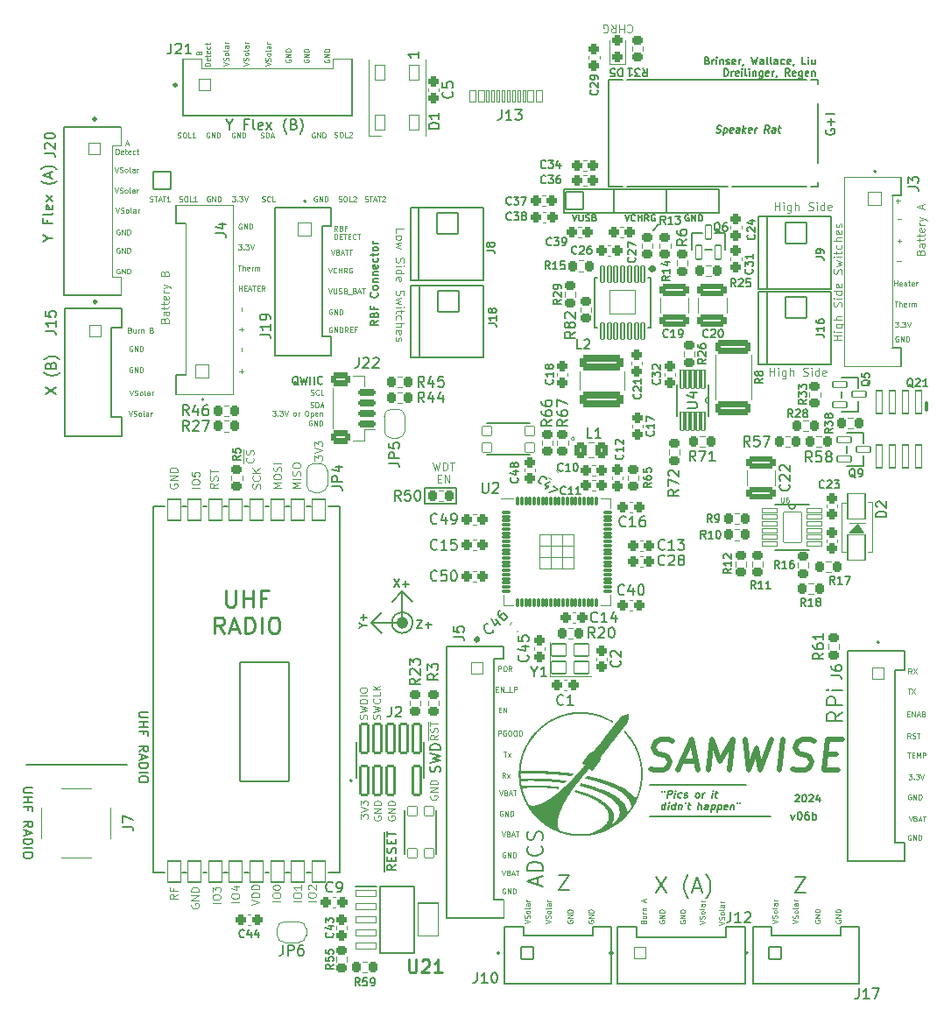
<source format=gto>
%TF.GenerationSoftware,KiCad,Pcbnew,8.0.4*%
%TF.CreationDate,2024-11-24T13:51:19-08:00*%
%TF.ProjectId,mainboard,6d61696e-626f-4617-9264-2e6b69636164,06c*%
%TF.SameCoordinates,Original*%
%TF.FileFunction,Legend,Top*%
%TF.FilePolarity,Positive*%
%FSLAX46Y46*%
G04 Gerber Fmt 4.6, Leading zero omitted, Abs format (unit mm)*
G04 Created by KiCad (PCBNEW 8.0.4) date 2024-11-24 13:51:19*
%MOMM*%
%LPD*%
G01*
G04 APERTURE LIST*
G04 Aperture macros list*
%AMRoundRect*
0 Rectangle with rounded corners*
0 $1 Rounding radius*
0 $2 $3 $4 $5 $6 $7 $8 $9 X,Y pos of 4 corners*
0 Add a 4 corners polygon primitive as box body*
4,1,4,$2,$3,$4,$5,$6,$7,$8,$9,$2,$3,0*
0 Add four circle primitives for the rounded corners*
1,1,$1+$1,$2,$3*
1,1,$1+$1,$4,$5*
1,1,$1+$1,$6,$7*
1,1,$1+$1,$8,$9*
0 Add four rect primitives between the rounded corners*
20,1,$1+$1,$2,$3,$4,$5,0*
20,1,$1+$1,$4,$5,$6,$7,0*
20,1,$1+$1,$6,$7,$8,$9,0*
20,1,$1+$1,$8,$9,$2,$3,0*%
%AMFreePoly0*
4,1,35,0.535921,0.785921,0.550800,0.750000,0.550800,-0.750000,0.535921,-0.785921,0.500000,-0.800800,0.000000,-0.800800,-0.012286,-0.795711,-0.071157,-0.795711,-0.085469,-0.793653,-0.222020,-0.753558,-0.235173,-0.747552,-0.354895,-0.670611,-0.365822,-0.661142,-0.459019,-0.553587,-0.466836,-0.541423,-0.525955,-0.411969,-0.530029,-0.398096,-0.550283,-0.257230,-0.550800,-0.250000,-0.550800,0.250000,
-0.550283,0.257230,-0.530029,0.398096,-0.525955,0.411969,-0.466836,0.541423,-0.459019,0.553587,-0.365822,0.661142,-0.354895,0.670611,-0.235173,0.747552,-0.222020,0.753558,-0.085469,0.793653,-0.071157,0.795711,-0.012286,0.795711,0.000000,0.800800,0.500000,0.800800,0.535921,0.785921,0.535921,0.785921,$1*%
%AMFreePoly1*
4,1,35,0.012286,0.795711,0.071157,0.795711,0.085469,0.793653,0.222020,0.753558,0.235173,0.747552,0.354895,0.670611,0.365822,0.661142,0.459019,0.553587,0.466836,0.541423,0.525955,0.411969,0.530029,0.398096,0.550283,0.257230,0.550800,0.250000,0.550800,-0.250000,0.550283,-0.257230,0.530029,-0.398096,0.525955,-0.411969,0.466836,-0.541423,0.459019,-0.553587,0.365822,-0.661142,
0.354895,-0.670611,0.235173,-0.747552,0.222020,-0.753558,0.085469,-0.793653,0.071157,-0.795711,0.012286,-0.795711,0.000000,-0.800800,-0.500000,-0.800800,-0.535921,-0.785921,-0.550800,-0.750000,-0.550800,0.750000,-0.535921,0.785921,-0.500000,0.800800,0.000000,0.800800,0.012286,0.795711,0.012286,0.795711,$1*%
G04 Aperture macros list end*
%ADD10C,0.127000*%
%ADD11C,0.563500*%
%ADD12C,0.121920*%
%ADD13C,0.200000*%
%ADD14C,0.177800*%
%ADD15C,0.251460*%
%ADD16C,0.100000*%
%ADD17C,0.150000*%
%ADD18C,0.500000*%
%ADD19C,0.154432*%
%ADD20C,0.254000*%
%ADD21C,0.080000*%
%ADD22C,0.120000*%
%ADD23C,0.152400*%
%ADD24C,0.381000*%
%ADD25C,0.300000*%
%ADD26C,0.203200*%
%ADD27C,0.273607*%
%ADD28C,0.332843*%
%ADD29C,0.000000*%
%ADD30C,0.190500*%
%ADD31RoundRect,0.272087X-0.353713X-0.478713X0.353713X-0.478713X0.353713X0.478713X-0.353713X0.478713X0*%
%ADD32RoundRect,0.355555X-1.795245X0.445245X-1.795245X-0.445245X1.795245X-0.445245X1.795245X0.445245X0*%
%ADD33RoundRect,0.225400X-0.225400X-0.300400X0.225400X-0.300400X0.225400X0.300400X-0.225400X0.300400X0*%
%ADD34RoundRect,0.063500X-0.152400X0.800100X-0.152400X-0.800100X0.152400X-0.800100X0.152400X0.800100X0*%
%ADD35RoundRect,0.063500X-1.230000X1.155000X-1.230000X-1.155000X1.230000X-1.155000X1.230000X1.155000X0*%
%ADD36RoundRect,0.250400X-0.275400X0.250400X-0.275400X-0.250400X0.275400X-0.250400X0.275400X0.250400X0*%
%ADD37RoundRect,0.250400X0.275400X-0.250400X0.275400X0.250400X-0.275400X0.250400X-0.275400X-0.250400X0*%
%ADD38RoundRect,0.225400X0.225400X0.300400X-0.225400X0.300400X-0.225400X-0.300400X0.225400X-0.300400X0*%
%ADD39RoundRect,0.250400X0.250400X0.275400X-0.250400X0.275400X-0.250400X-0.275400X0.250400X-0.275400X0*%
%ADD40RoundRect,0.063500X-0.660400X0.279400X-0.660400X-0.279400X0.660400X-0.279400X0.660400X0.279400X0*%
%ADD41RoundRect,0.050800X0.304800X1.104900X-0.304800X1.104900X-0.304800X-1.104900X0.304800X-1.104900X0*%
%ADD42C,5.701600*%
%ADD43C,2.000000*%
%ADD44C,2.133600*%
%ADD45RoundRect,0.225400X-0.300400X0.225400X-0.300400X-0.225400X0.300400X-0.225400X0.300400X0.225400X0*%
%ADD46RoundRect,0.250400X-0.250400X-0.275400X0.250400X-0.275400X0.250400X0.275400X-0.250400X0.275400X0*%
%ADD47C,2.151600*%
%ADD48C,2.351600*%
%ADD49RoundRect,0.063500X-1.016000X1.016000X-1.016000X-1.016000X1.016000X-1.016000X1.016000X1.016000X0*%
%ADD50C,2.159000*%
%ADD51RoundRect,0.225400X0.300400X-0.225400X0.300400X0.225400X-0.300400X0.225400X-0.300400X-0.225400X0*%
%ADD52RoundRect,0.244150X0.281650X-0.244150X0.281650X0.244150X-0.281650X0.244150X-0.281650X-0.244150X0*%
%ADD53RoundRect,0.270735X-1.455065X0.392565X-1.455065X-0.392565X1.455065X-0.392565X1.455065X0.392565X0*%
%ADD54RoundRect,0.063500X-0.279400X-0.660400X0.279400X-0.660400X0.279400X0.660400X-0.279400X0.660400X0*%
%ADD55RoundRect,0.272087X1.128713X-0.353713X1.128713X0.353713X-1.128713X0.353713X-1.128713X-0.353713X0*%
%ADD56RoundRect,0.050800X-0.165100X0.889000X-0.165100X-0.889000X0.165100X-0.889000X0.165100X0.889000X0*%
%ADD57RoundRect,0.050800X1.000000X-0.325000X1.000000X0.325000X-1.000000X0.325000X-1.000000X-0.325000X0*%
%ADD58RoundRect,0.050800X-1.000000X-1.600000X1.000000X-1.600000X1.000000X1.600000X-1.000000X1.600000X0*%
%ADD59C,0.701600*%
%ADD60RoundRect,0.050800X0.300000X0.575000X-0.300000X0.575000X-0.300000X-0.575000X0.300000X-0.575000X0*%
%ADD61RoundRect,0.050800X0.150000X0.575000X-0.150000X0.575000X-0.150000X-0.575000X0.150000X-0.575000X0*%
%ADD62O,1.101600X2.201600*%
%ADD63O,1.101600X1.701600*%
%ADD64RoundRect,0.250400X-0.017678X0.371797X-0.371797X0.017678X0.017678X-0.371797X0.371797X-0.017678X0*%
%ADD65RoundRect,0.050800X-0.698500X-0.215900X0.698500X-0.215900X0.698500X0.215900X-0.698500X0.215900X0*%
%ADD66RoundRect,0.050800X-0.876300X-1.473200X0.876300X-1.473200X0.876300X1.473200X-0.876300X1.473200X0*%
%ADD67RoundRect,0.050800X-0.850000X1.250000X-0.850000X-1.250000X0.850000X-1.250000X0.850000X1.250000X0*%
%ADD68RoundRect,0.050800X-0.450000X0.750000X-0.450000X-0.750000X0.450000X-0.750000X0.450000X0.750000X0*%
%ADD69RoundRect,0.080400X0.360400X-0.080400X0.360400X0.080400X-0.360400X0.080400X-0.360400X-0.080400X0*%
%ADD70RoundRect,0.080400X-0.080400X-0.360400X0.080400X-0.360400X0.080400X0.360400X-0.080400X0.360400X0*%
%ADD71RoundRect,0.050800X-0.566666X-0.566666X0.566666X-0.566666X0.566666X0.566666X-0.566666X0.566666X0*%
%ADD72FreePoly0,270.000000*%
%ADD73FreePoly1,270.000000*%
%ADD74RoundRect,0.102000X-0.370000X-1.395000X0.370000X-1.395000X0.370000X1.395000X-0.370000X1.395000X0*%
%ADD75RoundRect,0.050800X-0.700000X-0.600000X0.700000X-0.600000X0.700000X0.600000X-0.700000X0.600000X0*%
%ADD76RoundRect,0.063500X-0.650000X1.000000X-0.650000X-1.000000X0.650000X-1.000000X0.650000X1.000000X0*%
%ADD77RoundRect,0.063500X-2.350000X5.750000X-2.350000X-5.750000X2.350000X-5.750000X2.350000X5.750000X0*%
%ADD78RoundRect,0.050800X0.450000X0.450000X-0.450000X0.450000X-0.450000X-0.450000X0.450000X-0.450000X0*%
%ADD79RoundRect,0.175400X0.650400X-0.175400X0.650400X0.175400X-0.650400X0.175400X-0.650400X-0.175400X0*%
%ADD80RoundRect,0.271166X0.679634X-0.379634X0.679634X0.379634X-0.679634X0.379634X-0.679634X-0.379634X0*%
%ADD81RoundRect,0.050800X0.575000X0.575000X-0.575000X0.575000X-0.575000X-0.575000X0.575000X-0.575000X0*%
%ADD82C,1.251600*%
%ADD83RoundRect,0.050800X0.575000X-0.575000X0.575000X0.575000X-0.575000X0.575000X-0.575000X-0.575000X0*%
%ADD84FreePoly0,90.000000*%
%ADD85FreePoly1,90.000000*%
%ADD86RoundRect,0.050800X0.654000X-0.654000X0.654000X0.654000X-0.654000X0.654000X-0.654000X-0.654000X0*%
%ADD87C,1.409600*%
%ADD88RoundRect,0.076200X-0.575000X-0.575000X0.575000X-0.575000X0.575000X0.575000X-0.575000X0.575000X0*%
%ADD89C,1.302400*%
%ADD90RoundRect,0.250400X0.371797X0.017678X0.017678X0.371797X-0.371797X-0.017678X-0.017678X-0.371797X0*%
%ADD91RoundRect,0.050800X-0.450000X0.450000X-0.450000X-0.450000X0.450000X-0.450000X0.450000X0.450000X0*%
%ADD92RoundRect,0.050800X-0.654000X0.654000X-0.654000X-0.654000X0.654000X-0.654000X0.654000X0.654000X0*%
%ADD93FreePoly0,180.000000*%
%ADD94FreePoly1,180.000000*%
%ADD95RoundRect,0.272087X-1.128713X0.353713X-1.128713X-0.353713X1.128713X-0.353713X1.128713X0.353713X0*%
%ADD96RoundRect,0.050800X-0.850000X0.850000X-0.850000X-0.850000X0.850000X-0.850000X0.850000X0.850000X0*%
%ADD97O,1.801600X1.801600*%
G04 APERTURE END LIST*
D10*
X166116000Y-69088000D02*
X151130000Y-69088000D01*
X161036000Y-71374000D02*
X161036000Y-69088000D01*
X155956000Y-71374000D02*
X155956000Y-69088000D01*
X159434473Y-129732051D02*
X171118473Y-129732051D01*
X136500000Y-111000000D02*
G75*
G02*
X134500000Y-111000000I-1000000J0D01*
G01*
X134500000Y-111000000D02*
G75*
G02*
X136500000Y-111000000I1000000J0D01*
G01*
X166116000Y-71374000D02*
X166116000Y-69088000D01*
X135500000Y-111000000D02*
X135500000Y-108000000D01*
X160300000Y-72500000D02*
X159800000Y-73100000D01*
X151130000Y-71374000D02*
X166116000Y-71374000D01*
X135500000Y-108000000D02*
X134500000Y-109000000D01*
X151130000Y-69088000D02*
X151130000Y-71374000D01*
X132500000Y-111000000D02*
X133500000Y-110000000D01*
X140750000Y-99512000D02*
X137702000Y-99512000D01*
X137702000Y-99512000D02*
X137702000Y-97988000D01*
D11*
X135781750Y-111000000D02*
G75*
G02*
X135218250Y-111000000I-281750J0D01*
G01*
X135218250Y-111000000D02*
G75*
G02*
X135781750Y-111000000I281750J0D01*
G01*
D10*
X140750000Y-97988000D02*
X140750000Y-99512000D01*
X137702000Y-97988000D02*
X140750000Y-97988000D01*
X135500000Y-108000000D02*
X136500000Y-109000000D01*
X132500000Y-111000000D02*
X133500000Y-112000000D01*
X99125000Y-124750000D02*
X108875000Y-124750000D01*
X159434473Y-126684051D02*
X168705473Y-126684051D01*
X135500000Y-111000000D02*
X132500000Y-111000000D01*
D12*
X133332756Y-120284323D02*
X133366622Y-120182723D01*
X133366622Y-120182723D02*
X133366622Y-120013390D01*
X133366622Y-120013390D02*
X133332756Y-119945656D01*
X133332756Y-119945656D02*
X133298889Y-119911790D01*
X133298889Y-119911790D02*
X133231156Y-119877923D01*
X133231156Y-119877923D02*
X133163422Y-119877923D01*
X133163422Y-119877923D02*
X133095689Y-119911790D01*
X133095689Y-119911790D02*
X133061822Y-119945656D01*
X133061822Y-119945656D02*
X133027956Y-120013390D01*
X133027956Y-120013390D02*
X132994089Y-120148856D01*
X132994089Y-120148856D02*
X132960222Y-120216590D01*
X132960222Y-120216590D02*
X132926356Y-120250456D01*
X132926356Y-120250456D02*
X132858622Y-120284323D01*
X132858622Y-120284323D02*
X132790889Y-120284323D01*
X132790889Y-120284323D02*
X132723156Y-120250456D01*
X132723156Y-120250456D02*
X132689289Y-120216590D01*
X132689289Y-120216590D02*
X132655422Y-120148856D01*
X132655422Y-120148856D02*
X132655422Y-119979523D01*
X132655422Y-119979523D02*
X132689289Y-119877923D01*
X132655422Y-119640857D02*
X133366622Y-119471523D01*
X133366622Y-119471523D02*
X132858622Y-119336057D01*
X132858622Y-119336057D02*
X133366622Y-119200590D01*
X133366622Y-119200590D02*
X132655422Y-119031257D01*
X133298889Y-118353923D02*
X133332756Y-118387790D01*
X133332756Y-118387790D02*
X133366622Y-118489390D01*
X133366622Y-118489390D02*
X133366622Y-118557123D01*
X133366622Y-118557123D02*
X133332756Y-118658723D01*
X133332756Y-118658723D02*
X133265022Y-118726457D01*
X133265022Y-118726457D02*
X133197289Y-118760323D01*
X133197289Y-118760323D02*
X133061822Y-118794190D01*
X133061822Y-118794190D02*
X132960222Y-118794190D01*
X132960222Y-118794190D02*
X132824756Y-118760323D01*
X132824756Y-118760323D02*
X132757022Y-118726457D01*
X132757022Y-118726457D02*
X132689289Y-118658723D01*
X132689289Y-118658723D02*
X132655422Y-118557123D01*
X132655422Y-118557123D02*
X132655422Y-118489390D01*
X132655422Y-118489390D02*
X132689289Y-118387790D01*
X132689289Y-118387790D02*
X132723156Y-118353923D01*
X133366622Y-117710457D02*
X133366622Y-118049123D01*
X133366622Y-118049123D02*
X132655422Y-118049123D01*
X133366622Y-117473390D02*
X132655422Y-117473390D01*
X133366622Y-117066990D02*
X132960222Y-117371790D01*
X132655422Y-117066990D02*
X133061822Y-117473390D01*
X132052756Y-120284323D02*
X132086622Y-120182723D01*
X132086622Y-120182723D02*
X132086622Y-120013390D01*
X132086622Y-120013390D02*
X132052756Y-119945656D01*
X132052756Y-119945656D02*
X132018889Y-119911790D01*
X132018889Y-119911790D02*
X131951156Y-119877923D01*
X131951156Y-119877923D02*
X131883422Y-119877923D01*
X131883422Y-119877923D02*
X131815689Y-119911790D01*
X131815689Y-119911790D02*
X131781822Y-119945656D01*
X131781822Y-119945656D02*
X131747956Y-120013390D01*
X131747956Y-120013390D02*
X131714089Y-120148856D01*
X131714089Y-120148856D02*
X131680222Y-120216590D01*
X131680222Y-120216590D02*
X131646356Y-120250456D01*
X131646356Y-120250456D02*
X131578622Y-120284323D01*
X131578622Y-120284323D02*
X131510889Y-120284323D01*
X131510889Y-120284323D02*
X131443156Y-120250456D01*
X131443156Y-120250456D02*
X131409289Y-120216590D01*
X131409289Y-120216590D02*
X131375422Y-120148856D01*
X131375422Y-120148856D02*
X131375422Y-119979523D01*
X131375422Y-119979523D02*
X131409289Y-119877923D01*
X131375422Y-119640857D02*
X132086622Y-119471523D01*
X132086622Y-119471523D02*
X131578622Y-119336057D01*
X131578622Y-119336057D02*
X132086622Y-119200590D01*
X132086622Y-119200590D02*
X131375422Y-119031257D01*
X132086622Y-118760323D02*
X131375422Y-118760323D01*
X131375422Y-118760323D02*
X131375422Y-118590990D01*
X131375422Y-118590990D02*
X131409289Y-118489390D01*
X131409289Y-118489390D02*
X131477022Y-118421657D01*
X131477022Y-118421657D02*
X131544756Y-118387790D01*
X131544756Y-118387790D02*
X131680222Y-118353923D01*
X131680222Y-118353923D02*
X131781822Y-118353923D01*
X131781822Y-118353923D02*
X131917289Y-118387790D01*
X131917289Y-118387790D02*
X131985022Y-118421657D01*
X131985022Y-118421657D02*
X132052756Y-118489390D01*
X132052756Y-118489390D02*
X132086622Y-118590990D01*
X132086622Y-118590990D02*
X132086622Y-118760323D01*
X132086622Y-118049123D02*
X131375422Y-118049123D01*
X131375422Y-117574990D02*
X131375422Y-117439523D01*
X131375422Y-117439523D02*
X131409289Y-117371790D01*
X131409289Y-117371790D02*
X131477022Y-117304056D01*
X131477022Y-117304056D02*
X131612489Y-117270190D01*
X131612489Y-117270190D02*
X131849556Y-117270190D01*
X131849556Y-117270190D02*
X131985022Y-117304056D01*
X131985022Y-117304056D02*
X132052756Y-117371790D01*
X132052756Y-117371790D02*
X132086622Y-117439523D01*
X132086622Y-117439523D02*
X132086622Y-117574990D01*
X132086622Y-117574990D02*
X132052756Y-117642723D01*
X132052756Y-117642723D02*
X131985022Y-117710456D01*
X131985022Y-117710456D02*
X131849556Y-117744323D01*
X131849556Y-117744323D02*
X131612489Y-117744323D01*
X131612489Y-117744323D02*
X131477022Y-117710456D01*
X131477022Y-117710456D02*
X131409289Y-117642723D01*
X131409289Y-117642723D02*
X131375422Y-117574990D01*
D13*
X176483617Y-63303228D02*
X176441284Y-63387895D01*
X176441284Y-63387895D02*
X176441284Y-63514895D01*
X176441284Y-63514895D02*
X176483617Y-63641895D01*
X176483617Y-63641895D02*
X176568284Y-63726562D01*
X176568284Y-63726562D02*
X176652951Y-63768895D01*
X176652951Y-63768895D02*
X176822284Y-63811228D01*
X176822284Y-63811228D02*
X176949284Y-63811228D01*
X176949284Y-63811228D02*
X177118617Y-63768895D01*
X177118617Y-63768895D02*
X177203284Y-63726562D01*
X177203284Y-63726562D02*
X177287951Y-63641895D01*
X177287951Y-63641895D02*
X177330284Y-63514895D01*
X177330284Y-63514895D02*
X177330284Y-63430228D01*
X177330284Y-63430228D02*
X177287951Y-63303228D01*
X177287951Y-63303228D02*
X177245617Y-63260895D01*
X177245617Y-63260895D02*
X176949284Y-63260895D01*
X176949284Y-63260895D02*
X176949284Y-63430228D01*
X176991617Y-62879895D02*
X176991617Y-62202562D01*
X177330284Y-62541228D02*
X176652951Y-62541228D01*
X177330284Y-61779228D02*
X176441284Y-61779228D01*
D14*
X134881958Y-134418972D02*
X134458625Y-134715305D01*
X134881958Y-134926972D02*
X133992958Y-134926972D01*
X133992958Y-134926972D02*
X133992958Y-134588305D01*
X133992958Y-134588305D02*
X134035291Y-134503639D01*
X134035291Y-134503639D02*
X134077625Y-134461305D01*
X134077625Y-134461305D02*
X134162291Y-134418972D01*
X134162291Y-134418972D02*
X134289291Y-134418972D01*
X134289291Y-134418972D02*
X134373958Y-134461305D01*
X134373958Y-134461305D02*
X134416291Y-134503639D01*
X134416291Y-134503639D02*
X134458625Y-134588305D01*
X134458625Y-134588305D02*
X134458625Y-134926972D01*
X134416291Y-134037972D02*
X134416291Y-133741639D01*
X134881958Y-133614639D02*
X134881958Y-134037972D01*
X134881958Y-134037972D02*
X133992958Y-134037972D01*
X133992958Y-134037972D02*
X133992958Y-133614639D01*
X134839625Y-133275972D02*
X134881958Y-133148972D01*
X134881958Y-133148972D02*
X134881958Y-132937306D01*
X134881958Y-132937306D02*
X134839625Y-132852639D01*
X134839625Y-132852639D02*
X134797291Y-132810306D01*
X134797291Y-132810306D02*
X134712625Y-132767972D01*
X134712625Y-132767972D02*
X134627958Y-132767972D01*
X134627958Y-132767972D02*
X134543291Y-132810306D01*
X134543291Y-132810306D02*
X134500958Y-132852639D01*
X134500958Y-132852639D02*
X134458625Y-132937306D01*
X134458625Y-132937306D02*
X134416291Y-133106639D01*
X134416291Y-133106639D02*
X134373958Y-133191306D01*
X134373958Y-133191306D02*
X134331625Y-133233639D01*
X134331625Y-133233639D02*
X134246958Y-133275972D01*
X134246958Y-133275972D02*
X134162291Y-133275972D01*
X134162291Y-133275972D02*
X134077625Y-133233639D01*
X134077625Y-133233639D02*
X134035291Y-133191306D01*
X134035291Y-133191306D02*
X133992958Y-133106639D01*
X133992958Y-133106639D02*
X133992958Y-132894972D01*
X133992958Y-132894972D02*
X134035291Y-132767972D01*
X134416291Y-132386972D02*
X134416291Y-132090639D01*
X134881958Y-131963639D02*
X134881958Y-132386972D01*
X134881958Y-132386972D02*
X133992958Y-132386972D01*
X133992958Y-132386972D02*
X133992958Y-131963639D01*
X133992958Y-131709639D02*
X133992958Y-131201639D01*
X134881958Y-131455639D02*
X133992958Y-131455639D01*
X133746155Y-135049739D02*
X133746155Y-131205873D01*
D15*
X118487734Y-107898461D02*
X118487734Y-109187692D01*
X118487734Y-109187692D02*
X118563571Y-109339366D01*
X118563571Y-109339366D02*
X118639409Y-109415204D01*
X118639409Y-109415204D02*
X118791083Y-109491041D01*
X118791083Y-109491041D02*
X119094431Y-109491041D01*
X119094431Y-109491041D02*
X119246106Y-109415204D01*
X119246106Y-109415204D02*
X119321943Y-109339366D01*
X119321943Y-109339366D02*
X119397780Y-109187692D01*
X119397780Y-109187692D02*
X119397780Y-107898461D01*
X120156151Y-109491041D02*
X120156151Y-107898461D01*
X120156151Y-108656832D02*
X121066197Y-108656832D01*
X121066197Y-109491041D02*
X121066197Y-107898461D01*
X122355428Y-108656832D02*
X121824568Y-108656832D01*
X121824568Y-109491041D02*
X121824568Y-107898461D01*
X121824568Y-107898461D02*
X122582940Y-107898461D01*
X118260223Y-112055006D02*
X117729363Y-111296634D01*
X117350177Y-112055006D02*
X117350177Y-110462426D01*
X117350177Y-110462426D02*
X117956874Y-110462426D01*
X117956874Y-110462426D02*
X118108549Y-110538263D01*
X118108549Y-110538263D02*
X118184386Y-110614100D01*
X118184386Y-110614100D02*
X118260223Y-110765774D01*
X118260223Y-110765774D02*
X118260223Y-110993286D01*
X118260223Y-110993286D02*
X118184386Y-111144960D01*
X118184386Y-111144960D02*
X118108549Y-111220797D01*
X118108549Y-111220797D02*
X117956874Y-111296634D01*
X117956874Y-111296634D02*
X117350177Y-111296634D01*
X118866920Y-111599983D02*
X119625292Y-111599983D01*
X118715246Y-112055006D02*
X119246106Y-110462426D01*
X119246106Y-110462426D02*
X119776966Y-112055006D01*
X120307826Y-112055006D02*
X120307826Y-110462426D01*
X120307826Y-110462426D02*
X120687012Y-110462426D01*
X120687012Y-110462426D02*
X120914523Y-110538263D01*
X120914523Y-110538263D02*
X121066198Y-110689937D01*
X121066198Y-110689937D02*
X121142035Y-110841611D01*
X121142035Y-110841611D02*
X121217872Y-111144960D01*
X121217872Y-111144960D02*
X121217872Y-111372471D01*
X121217872Y-111372471D02*
X121142035Y-111675820D01*
X121142035Y-111675820D02*
X121066198Y-111827494D01*
X121066198Y-111827494D02*
X120914523Y-111979169D01*
X120914523Y-111979169D02*
X120687012Y-112055006D01*
X120687012Y-112055006D02*
X120307826Y-112055006D01*
X121900406Y-112055006D02*
X121900406Y-110462426D01*
X122962126Y-110462426D02*
X123265474Y-110462426D01*
X123265474Y-110462426D02*
X123417149Y-110538263D01*
X123417149Y-110538263D02*
X123568823Y-110689937D01*
X123568823Y-110689937D02*
X123644660Y-110993286D01*
X123644660Y-110993286D02*
X123644660Y-111524146D01*
X123644660Y-111524146D02*
X123568823Y-111827494D01*
X123568823Y-111827494D02*
X123417149Y-111979169D01*
X123417149Y-111979169D02*
X123265474Y-112055006D01*
X123265474Y-112055006D02*
X122962126Y-112055006D01*
X122962126Y-112055006D02*
X122810452Y-111979169D01*
X122810452Y-111979169D02*
X122658777Y-111827494D01*
X122658777Y-111827494D02*
X122582940Y-111524146D01*
X122582940Y-111524146D02*
X122582940Y-110993286D01*
X122582940Y-110993286D02*
X122658777Y-110689937D01*
X122658777Y-110689937D02*
X122810452Y-110538263D01*
X122810452Y-110538263D02*
X122962126Y-110462426D01*
D16*
X134875504Y-73324076D02*
X134875504Y-72943124D01*
X134875504Y-72943124D02*
X135675504Y-72943124D01*
X134875504Y-73705028D02*
X134913600Y-73628838D01*
X134913600Y-73628838D02*
X134951695Y-73590743D01*
X134951695Y-73590743D02*
X135027885Y-73552647D01*
X135027885Y-73552647D02*
X135256457Y-73552647D01*
X135256457Y-73552647D02*
X135332647Y-73590743D01*
X135332647Y-73590743D02*
X135370742Y-73628838D01*
X135370742Y-73628838D02*
X135408838Y-73705028D01*
X135408838Y-73705028D02*
X135408838Y-73819314D01*
X135408838Y-73819314D02*
X135370742Y-73895505D01*
X135370742Y-73895505D02*
X135332647Y-73933600D01*
X135332647Y-73933600D02*
X135256457Y-73971695D01*
X135256457Y-73971695D02*
X135027885Y-73971695D01*
X135027885Y-73971695D02*
X134951695Y-73933600D01*
X134951695Y-73933600D02*
X134913600Y-73895505D01*
X134913600Y-73895505D02*
X134875504Y-73819314D01*
X134875504Y-73819314D02*
X134875504Y-73705028D01*
X135408838Y-74238362D02*
X134875504Y-74390743D01*
X134875504Y-74390743D02*
X135256457Y-74543124D01*
X135256457Y-74543124D02*
X134875504Y-74695505D01*
X134875504Y-74695505D02*
X135408838Y-74847886D01*
X134913600Y-75724076D02*
X134875504Y-75838362D01*
X134875504Y-75838362D02*
X134875504Y-76028838D01*
X134875504Y-76028838D02*
X134913600Y-76105029D01*
X134913600Y-76105029D02*
X134951695Y-76143124D01*
X134951695Y-76143124D02*
X135027885Y-76181219D01*
X135027885Y-76181219D02*
X135104076Y-76181219D01*
X135104076Y-76181219D02*
X135180266Y-76143124D01*
X135180266Y-76143124D02*
X135218361Y-76105029D01*
X135218361Y-76105029D02*
X135256457Y-76028838D01*
X135256457Y-76028838D02*
X135294552Y-75876457D01*
X135294552Y-75876457D02*
X135332647Y-75800267D01*
X135332647Y-75800267D02*
X135370742Y-75762172D01*
X135370742Y-75762172D02*
X135446933Y-75724076D01*
X135446933Y-75724076D02*
X135523123Y-75724076D01*
X135523123Y-75724076D02*
X135599314Y-75762172D01*
X135599314Y-75762172D02*
X135637409Y-75800267D01*
X135637409Y-75800267D02*
X135675504Y-75876457D01*
X135675504Y-75876457D02*
X135675504Y-76066934D01*
X135675504Y-76066934D02*
X135637409Y-76181219D01*
X134875504Y-76524077D02*
X135408838Y-76524077D01*
X135675504Y-76524077D02*
X135637409Y-76485981D01*
X135637409Y-76485981D02*
X135599314Y-76524077D01*
X135599314Y-76524077D02*
X135637409Y-76562172D01*
X135637409Y-76562172D02*
X135675504Y-76524077D01*
X135675504Y-76524077D02*
X135599314Y-76524077D01*
X134875504Y-77247886D02*
X135675504Y-77247886D01*
X134913600Y-77247886D02*
X134875504Y-77171695D01*
X134875504Y-77171695D02*
X134875504Y-77019314D01*
X134875504Y-77019314D02*
X134913600Y-76943124D01*
X134913600Y-76943124D02*
X134951695Y-76905029D01*
X134951695Y-76905029D02*
X135027885Y-76866933D01*
X135027885Y-76866933D02*
X135256457Y-76866933D01*
X135256457Y-76866933D02*
X135332647Y-76905029D01*
X135332647Y-76905029D02*
X135370742Y-76943124D01*
X135370742Y-76943124D02*
X135408838Y-77019314D01*
X135408838Y-77019314D02*
X135408838Y-77171695D01*
X135408838Y-77171695D02*
X135370742Y-77247886D01*
X134913600Y-77933601D02*
X134875504Y-77857410D01*
X134875504Y-77857410D02*
X134875504Y-77705029D01*
X134875504Y-77705029D02*
X134913600Y-77628839D01*
X134913600Y-77628839D02*
X134989790Y-77590743D01*
X134989790Y-77590743D02*
X135294552Y-77590743D01*
X135294552Y-77590743D02*
X135370742Y-77628839D01*
X135370742Y-77628839D02*
X135408838Y-77705029D01*
X135408838Y-77705029D02*
X135408838Y-77857410D01*
X135408838Y-77857410D02*
X135370742Y-77933601D01*
X135370742Y-77933601D02*
X135294552Y-77971696D01*
X135294552Y-77971696D02*
X135218361Y-77971696D01*
X135218361Y-77971696D02*
X135142171Y-77590743D01*
X134913600Y-78885981D02*
X134875504Y-79000267D01*
X134875504Y-79000267D02*
X134875504Y-79190743D01*
X134875504Y-79190743D02*
X134913600Y-79266934D01*
X134913600Y-79266934D02*
X134951695Y-79305029D01*
X134951695Y-79305029D02*
X135027885Y-79343124D01*
X135027885Y-79343124D02*
X135104076Y-79343124D01*
X135104076Y-79343124D02*
X135180266Y-79305029D01*
X135180266Y-79305029D02*
X135218361Y-79266934D01*
X135218361Y-79266934D02*
X135256457Y-79190743D01*
X135256457Y-79190743D02*
X135294552Y-79038362D01*
X135294552Y-79038362D02*
X135332647Y-78962172D01*
X135332647Y-78962172D02*
X135370742Y-78924077D01*
X135370742Y-78924077D02*
X135446933Y-78885981D01*
X135446933Y-78885981D02*
X135523123Y-78885981D01*
X135523123Y-78885981D02*
X135599314Y-78924077D01*
X135599314Y-78924077D02*
X135637409Y-78962172D01*
X135637409Y-78962172D02*
X135675504Y-79038362D01*
X135675504Y-79038362D02*
X135675504Y-79228839D01*
X135675504Y-79228839D02*
X135637409Y-79343124D01*
X135408838Y-79609791D02*
X134875504Y-79762172D01*
X134875504Y-79762172D02*
X135256457Y-79914553D01*
X135256457Y-79914553D02*
X134875504Y-80066934D01*
X134875504Y-80066934D02*
X135408838Y-80219315D01*
X134875504Y-80524077D02*
X135408838Y-80524077D01*
X135675504Y-80524077D02*
X135637409Y-80485981D01*
X135637409Y-80485981D02*
X135599314Y-80524077D01*
X135599314Y-80524077D02*
X135637409Y-80562172D01*
X135637409Y-80562172D02*
X135675504Y-80524077D01*
X135675504Y-80524077D02*
X135599314Y-80524077D01*
X135408838Y-80790743D02*
X135408838Y-81095505D01*
X135675504Y-80905029D02*
X134989790Y-80905029D01*
X134989790Y-80905029D02*
X134913600Y-80943124D01*
X134913600Y-80943124D02*
X134875504Y-81019314D01*
X134875504Y-81019314D02*
X134875504Y-81095505D01*
X134913600Y-81705029D02*
X134875504Y-81628838D01*
X134875504Y-81628838D02*
X134875504Y-81476457D01*
X134875504Y-81476457D02*
X134913600Y-81400267D01*
X134913600Y-81400267D02*
X134951695Y-81362172D01*
X134951695Y-81362172D02*
X135027885Y-81324076D01*
X135027885Y-81324076D02*
X135256457Y-81324076D01*
X135256457Y-81324076D02*
X135332647Y-81362172D01*
X135332647Y-81362172D02*
X135370742Y-81400267D01*
X135370742Y-81400267D02*
X135408838Y-81476457D01*
X135408838Y-81476457D02*
X135408838Y-81628838D01*
X135408838Y-81628838D02*
X135370742Y-81705029D01*
X134875504Y-82047886D02*
X135675504Y-82047886D01*
X134875504Y-82390743D02*
X135294552Y-82390743D01*
X135294552Y-82390743D02*
X135370742Y-82352648D01*
X135370742Y-82352648D02*
X135408838Y-82276457D01*
X135408838Y-82276457D02*
X135408838Y-82162171D01*
X135408838Y-82162171D02*
X135370742Y-82085981D01*
X135370742Y-82085981D02*
X135332647Y-82047886D01*
X134913600Y-83076458D02*
X134875504Y-83000267D01*
X134875504Y-83000267D02*
X134875504Y-82847886D01*
X134875504Y-82847886D02*
X134913600Y-82771696D01*
X134913600Y-82771696D02*
X134989790Y-82733600D01*
X134989790Y-82733600D02*
X135294552Y-82733600D01*
X135294552Y-82733600D02*
X135370742Y-82771696D01*
X135370742Y-82771696D02*
X135408838Y-82847886D01*
X135408838Y-82847886D02*
X135408838Y-83000267D01*
X135408838Y-83000267D02*
X135370742Y-83076458D01*
X135370742Y-83076458D02*
X135294552Y-83114553D01*
X135294552Y-83114553D02*
X135218361Y-83114553D01*
X135218361Y-83114553D02*
X135142171Y-82733600D01*
X134913600Y-83419314D02*
X134875504Y-83495505D01*
X134875504Y-83495505D02*
X134875504Y-83647886D01*
X134875504Y-83647886D02*
X134913600Y-83724076D01*
X134913600Y-83724076D02*
X134989790Y-83762172D01*
X134989790Y-83762172D02*
X135027885Y-83762172D01*
X135027885Y-83762172D02*
X135104076Y-83724076D01*
X135104076Y-83724076D02*
X135142171Y-83647886D01*
X135142171Y-83647886D02*
X135142171Y-83533600D01*
X135142171Y-83533600D02*
X135180266Y-83457410D01*
X135180266Y-83457410D02*
X135256457Y-83419314D01*
X135256457Y-83419314D02*
X135294552Y-83419314D01*
X135294552Y-83419314D02*
X135370742Y-83457410D01*
X135370742Y-83457410D02*
X135408838Y-83533600D01*
X135408838Y-83533600D02*
X135408838Y-83647886D01*
X135408838Y-83647886D02*
X135370742Y-83724076D01*
D12*
X117910405Y-138105638D02*
X117148405Y-138105638D01*
X117148405Y-137597638D02*
X117148405Y-137452495D01*
X117148405Y-137452495D02*
X117184691Y-137379924D01*
X117184691Y-137379924D02*
X117257262Y-137307352D01*
X117257262Y-137307352D02*
X117402405Y-137271067D01*
X117402405Y-137271067D02*
X117656405Y-137271067D01*
X117656405Y-137271067D02*
X117801548Y-137307352D01*
X117801548Y-137307352D02*
X117874120Y-137379924D01*
X117874120Y-137379924D02*
X117910405Y-137452495D01*
X117910405Y-137452495D02*
X117910405Y-137597638D01*
X117910405Y-137597638D02*
X117874120Y-137670210D01*
X117874120Y-137670210D02*
X117801548Y-137742781D01*
X117801548Y-137742781D02*
X117656405Y-137779067D01*
X117656405Y-137779067D02*
X117402405Y-137779067D01*
X117402405Y-137779067D02*
X117257262Y-137742781D01*
X117257262Y-137742781D02*
X117184691Y-137670210D01*
X117184691Y-137670210D02*
X117148405Y-137597638D01*
X117148405Y-137017066D02*
X117148405Y-136545352D01*
X117148405Y-136545352D02*
X117438691Y-136799352D01*
X117438691Y-136799352D02*
X117438691Y-136690495D01*
X117438691Y-136690495D02*
X117474977Y-136617924D01*
X117474977Y-136617924D02*
X117511262Y-136581638D01*
X117511262Y-136581638D02*
X117583834Y-136545352D01*
X117583834Y-136545352D02*
X117765262Y-136545352D01*
X117765262Y-136545352D02*
X117837834Y-136581638D01*
X117837834Y-136581638D02*
X117874120Y-136617924D01*
X117874120Y-136617924D02*
X117910405Y-136690495D01*
X117910405Y-136690495D02*
X117910405Y-136908209D01*
X117910405Y-136908209D02*
X117874120Y-136980781D01*
X117874120Y-136980781D02*
X117837834Y-137017066D01*
X119724905Y-137993138D02*
X118962905Y-137993138D01*
X118962905Y-137485138D02*
X118962905Y-137339995D01*
X118962905Y-137339995D02*
X118999191Y-137267424D01*
X118999191Y-137267424D02*
X119071762Y-137194852D01*
X119071762Y-137194852D02*
X119216905Y-137158567D01*
X119216905Y-137158567D02*
X119470905Y-137158567D01*
X119470905Y-137158567D02*
X119616048Y-137194852D01*
X119616048Y-137194852D02*
X119688620Y-137267424D01*
X119688620Y-137267424D02*
X119724905Y-137339995D01*
X119724905Y-137339995D02*
X119724905Y-137485138D01*
X119724905Y-137485138D02*
X119688620Y-137557710D01*
X119688620Y-137557710D02*
X119616048Y-137630281D01*
X119616048Y-137630281D02*
X119470905Y-137666567D01*
X119470905Y-137666567D02*
X119216905Y-137666567D01*
X119216905Y-137666567D02*
X119071762Y-137630281D01*
X119071762Y-137630281D02*
X118999191Y-137557710D01*
X118999191Y-137557710D02*
X118962905Y-137485138D01*
X119216905Y-136505424D02*
X119724905Y-136505424D01*
X118926620Y-136686852D02*
X119470905Y-136868281D01*
X119470905Y-136868281D02*
X119470905Y-136396566D01*
X123727215Y-137916938D02*
X122965215Y-137916938D01*
X122965215Y-137408938D02*
X122965215Y-137263795D01*
X122965215Y-137263795D02*
X123001501Y-137191224D01*
X123001501Y-137191224D02*
X123074072Y-137118652D01*
X123074072Y-137118652D02*
X123219215Y-137082367D01*
X123219215Y-137082367D02*
X123473215Y-137082367D01*
X123473215Y-137082367D02*
X123618358Y-137118652D01*
X123618358Y-137118652D02*
X123690930Y-137191224D01*
X123690930Y-137191224D02*
X123727215Y-137263795D01*
X123727215Y-137263795D02*
X123727215Y-137408938D01*
X123727215Y-137408938D02*
X123690930Y-137481510D01*
X123690930Y-137481510D02*
X123618358Y-137554081D01*
X123618358Y-137554081D02*
X123473215Y-137590367D01*
X123473215Y-137590367D02*
X123219215Y-137590367D01*
X123219215Y-137590367D02*
X123074072Y-137554081D01*
X123074072Y-137554081D02*
X123001501Y-137481510D01*
X123001501Y-137481510D02*
X122965215Y-137408938D01*
X122965215Y-136610652D02*
X122965215Y-136538081D01*
X122965215Y-136538081D02*
X123001501Y-136465509D01*
X123001501Y-136465509D02*
X123037787Y-136429224D01*
X123037787Y-136429224D02*
X123110358Y-136392938D01*
X123110358Y-136392938D02*
X123255501Y-136356652D01*
X123255501Y-136356652D02*
X123436930Y-136356652D01*
X123436930Y-136356652D02*
X123582072Y-136392938D01*
X123582072Y-136392938D02*
X123654644Y-136429224D01*
X123654644Y-136429224D02*
X123690930Y-136465509D01*
X123690930Y-136465509D02*
X123727215Y-136538081D01*
X123727215Y-136538081D02*
X123727215Y-136610652D01*
X123727215Y-136610652D02*
X123690930Y-136683224D01*
X123690930Y-136683224D02*
X123654644Y-136719509D01*
X123654644Y-136719509D02*
X123582072Y-136755795D01*
X123582072Y-136755795D02*
X123436930Y-136792081D01*
X123436930Y-136792081D02*
X123255501Y-136792081D01*
X123255501Y-136792081D02*
X123110358Y-136755795D01*
X123110358Y-136755795D02*
X123037787Y-136719509D01*
X123037787Y-136719509D02*
X123001501Y-136683224D01*
X123001501Y-136683224D02*
X122965215Y-136610652D01*
X125726557Y-137916938D02*
X124964557Y-137916938D01*
X124964557Y-137408938D02*
X124964557Y-137263795D01*
X124964557Y-137263795D02*
X125000843Y-137191224D01*
X125000843Y-137191224D02*
X125073414Y-137118652D01*
X125073414Y-137118652D02*
X125218557Y-137082367D01*
X125218557Y-137082367D02*
X125472557Y-137082367D01*
X125472557Y-137082367D02*
X125617700Y-137118652D01*
X125617700Y-137118652D02*
X125690272Y-137191224D01*
X125690272Y-137191224D02*
X125726557Y-137263795D01*
X125726557Y-137263795D02*
X125726557Y-137408938D01*
X125726557Y-137408938D02*
X125690272Y-137481510D01*
X125690272Y-137481510D02*
X125617700Y-137554081D01*
X125617700Y-137554081D02*
X125472557Y-137590367D01*
X125472557Y-137590367D02*
X125218557Y-137590367D01*
X125218557Y-137590367D02*
X125073414Y-137554081D01*
X125073414Y-137554081D02*
X125000843Y-137481510D01*
X125000843Y-137481510D02*
X124964557Y-137408938D01*
X125726557Y-136356652D02*
X125726557Y-136792081D01*
X125726557Y-136574366D02*
X124964557Y-136574366D01*
X124964557Y-136574366D02*
X125073414Y-136646938D01*
X125073414Y-136646938D02*
X125145986Y-136719509D01*
X125145986Y-136719509D02*
X125182272Y-136792081D01*
X127150405Y-137910638D02*
X126388405Y-137910638D01*
X126388405Y-137402638D02*
X126388405Y-137257495D01*
X126388405Y-137257495D02*
X126424691Y-137184924D01*
X126424691Y-137184924D02*
X126497262Y-137112352D01*
X126497262Y-137112352D02*
X126642405Y-137076067D01*
X126642405Y-137076067D02*
X126896405Y-137076067D01*
X126896405Y-137076067D02*
X127041548Y-137112352D01*
X127041548Y-137112352D02*
X127114120Y-137184924D01*
X127114120Y-137184924D02*
X127150405Y-137257495D01*
X127150405Y-137257495D02*
X127150405Y-137402638D01*
X127150405Y-137402638D02*
X127114120Y-137475210D01*
X127114120Y-137475210D02*
X127041548Y-137547781D01*
X127041548Y-137547781D02*
X126896405Y-137584067D01*
X126896405Y-137584067D02*
X126642405Y-137584067D01*
X126642405Y-137584067D02*
X126497262Y-137547781D01*
X126497262Y-137547781D02*
X126424691Y-137475210D01*
X126424691Y-137475210D02*
X126388405Y-137402638D01*
X126460977Y-136785781D02*
X126424691Y-136749495D01*
X126424691Y-136749495D02*
X126388405Y-136676924D01*
X126388405Y-136676924D02*
X126388405Y-136495495D01*
X126388405Y-136495495D02*
X126424691Y-136422924D01*
X126424691Y-136422924D02*
X126460977Y-136386638D01*
X126460977Y-136386638D02*
X126533548Y-136350352D01*
X126533548Y-136350352D02*
X126606120Y-136350352D01*
X126606120Y-136350352D02*
X126714977Y-136386638D01*
X126714977Y-136386638D02*
X127150405Y-136822066D01*
X127150405Y-136822066D02*
X127150405Y-136350352D01*
X115900405Y-97988361D02*
X115138405Y-97988361D01*
X115138405Y-97480361D02*
X115138405Y-97335218D01*
X115138405Y-97335218D02*
X115174691Y-97262647D01*
X115174691Y-97262647D02*
X115247262Y-97190075D01*
X115247262Y-97190075D02*
X115392405Y-97153790D01*
X115392405Y-97153790D02*
X115646405Y-97153790D01*
X115646405Y-97153790D02*
X115791548Y-97190075D01*
X115791548Y-97190075D02*
X115864120Y-97262647D01*
X115864120Y-97262647D02*
X115900405Y-97335218D01*
X115900405Y-97335218D02*
X115900405Y-97480361D01*
X115900405Y-97480361D02*
X115864120Y-97552933D01*
X115864120Y-97552933D02*
X115791548Y-97625504D01*
X115791548Y-97625504D02*
X115646405Y-97661790D01*
X115646405Y-97661790D02*
X115392405Y-97661790D01*
X115392405Y-97661790D02*
X115247262Y-97625504D01*
X115247262Y-97625504D02*
X115174691Y-97552933D01*
X115174691Y-97552933D02*
X115138405Y-97480361D01*
X115138405Y-96464361D02*
X115138405Y-96827218D01*
X115138405Y-96827218D02*
X115501262Y-96863504D01*
X115501262Y-96863504D02*
X115464977Y-96827218D01*
X115464977Y-96827218D02*
X115428691Y-96754647D01*
X115428691Y-96754647D02*
X115428691Y-96573218D01*
X115428691Y-96573218D02*
X115464977Y-96500647D01*
X115464977Y-96500647D02*
X115501262Y-96464361D01*
X115501262Y-96464361D02*
X115573834Y-96428075D01*
X115573834Y-96428075D02*
X115755262Y-96428075D01*
X115755262Y-96428075D02*
X115827834Y-96464361D01*
X115827834Y-96464361D02*
X115864120Y-96500647D01*
X115864120Y-96500647D02*
X115900405Y-96573218D01*
X115900405Y-96573218D02*
X115900405Y-96754647D01*
X115900405Y-96754647D02*
X115864120Y-96827218D01*
X115864120Y-96827218D02*
X115827834Y-96863504D01*
X121077834Y-95052932D02*
X121114120Y-95089218D01*
X121114120Y-95089218D02*
X121150405Y-95198075D01*
X121150405Y-95198075D02*
X121150405Y-95270647D01*
X121150405Y-95270647D02*
X121114120Y-95379504D01*
X121114120Y-95379504D02*
X121041548Y-95452075D01*
X121041548Y-95452075D02*
X120968977Y-95488361D01*
X120968977Y-95488361D02*
X120823834Y-95524647D01*
X120823834Y-95524647D02*
X120714977Y-95524647D01*
X120714977Y-95524647D02*
X120569834Y-95488361D01*
X120569834Y-95488361D02*
X120497262Y-95452075D01*
X120497262Y-95452075D02*
X120424691Y-95379504D01*
X120424691Y-95379504D02*
X120388405Y-95270647D01*
X120388405Y-95270647D02*
X120388405Y-95198075D01*
X120388405Y-95198075D02*
X120424691Y-95089218D01*
X120424691Y-95089218D02*
X120460977Y-95052932D01*
X121114120Y-94762647D02*
X121150405Y-94653790D01*
X121150405Y-94653790D02*
X121150405Y-94472361D01*
X121150405Y-94472361D02*
X121114120Y-94399790D01*
X121114120Y-94399790D02*
X121077834Y-94363504D01*
X121077834Y-94363504D02*
X121005262Y-94327218D01*
X121005262Y-94327218D02*
X120932691Y-94327218D01*
X120932691Y-94327218D02*
X120860120Y-94363504D01*
X120860120Y-94363504D02*
X120823834Y-94399790D01*
X120823834Y-94399790D02*
X120787548Y-94472361D01*
X120787548Y-94472361D02*
X120751262Y-94617504D01*
X120751262Y-94617504D02*
X120714977Y-94690075D01*
X120714977Y-94690075D02*
X120678691Y-94726361D01*
X120678691Y-94726361D02*
X120606120Y-94762647D01*
X120606120Y-94762647D02*
X120533548Y-94762647D01*
X120533548Y-94762647D02*
X120460977Y-94726361D01*
X120460977Y-94726361D02*
X120424691Y-94690075D01*
X120424691Y-94690075D02*
X120388405Y-94617504D01*
X120388405Y-94617504D02*
X120388405Y-94436075D01*
X120388405Y-94436075D02*
X120424691Y-94327218D01*
X120176860Y-95593590D02*
X120176860Y-94258276D01*
X125650405Y-97988361D02*
X124888405Y-97988361D01*
X124888405Y-97988361D02*
X125432691Y-97734361D01*
X125432691Y-97734361D02*
X124888405Y-97480361D01*
X124888405Y-97480361D02*
X125650405Y-97480361D01*
X125650405Y-97117504D02*
X124888405Y-97117504D01*
X125614120Y-96790933D02*
X125650405Y-96682076D01*
X125650405Y-96682076D02*
X125650405Y-96500647D01*
X125650405Y-96500647D02*
X125614120Y-96428076D01*
X125614120Y-96428076D02*
X125577834Y-96391790D01*
X125577834Y-96391790D02*
X125505262Y-96355504D01*
X125505262Y-96355504D02*
X125432691Y-96355504D01*
X125432691Y-96355504D02*
X125360120Y-96391790D01*
X125360120Y-96391790D02*
X125323834Y-96428076D01*
X125323834Y-96428076D02*
X125287548Y-96500647D01*
X125287548Y-96500647D02*
X125251262Y-96645790D01*
X125251262Y-96645790D02*
X125214977Y-96718361D01*
X125214977Y-96718361D02*
X125178691Y-96754647D01*
X125178691Y-96754647D02*
X125106120Y-96790933D01*
X125106120Y-96790933D02*
X125033548Y-96790933D01*
X125033548Y-96790933D02*
X124960977Y-96754647D01*
X124960977Y-96754647D02*
X124924691Y-96718361D01*
X124924691Y-96718361D02*
X124888405Y-96645790D01*
X124888405Y-96645790D02*
X124888405Y-96464361D01*
X124888405Y-96464361D02*
X124924691Y-96355504D01*
X124888405Y-95883790D02*
X124888405Y-95738647D01*
X124888405Y-95738647D02*
X124924691Y-95666076D01*
X124924691Y-95666076D02*
X124997262Y-95593504D01*
X124997262Y-95593504D02*
X125142405Y-95557219D01*
X125142405Y-95557219D02*
X125396405Y-95557219D01*
X125396405Y-95557219D02*
X125541548Y-95593504D01*
X125541548Y-95593504D02*
X125614120Y-95666076D01*
X125614120Y-95666076D02*
X125650405Y-95738647D01*
X125650405Y-95738647D02*
X125650405Y-95883790D01*
X125650405Y-95883790D02*
X125614120Y-95956362D01*
X125614120Y-95956362D02*
X125541548Y-96028933D01*
X125541548Y-96028933D02*
X125396405Y-96065219D01*
X125396405Y-96065219D02*
X125142405Y-96065219D01*
X125142405Y-96065219D02*
X124997262Y-96028933D01*
X124997262Y-96028933D02*
X124924691Y-95956362D01*
X124924691Y-95956362D02*
X124888405Y-95883790D01*
X117650405Y-97552932D02*
X117287548Y-97806932D01*
X117650405Y-97988361D02*
X116888405Y-97988361D01*
X116888405Y-97988361D02*
X116888405Y-97698075D01*
X116888405Y-97698075D02*
X116924691Y-97625504D01*
X116924691Y-97625504D02*
X116960977Y-97589218D01*
X116960977Y-97589218D02*
X117033548Y-97552932D01*
X117033548Y-97552932D02*
X117142405Y-97552932D01*
X117142405Y-97552932D02*
X117214977Y-97589218D01*
X117214977Y-97589218D02*
X117251262Y-97625504D01*
X117251262Y-97625504D02*
X117287548Y-97698075D01*
X117287548Y-97698075D02*
X117287548Y-97988361D01*
X117614120Y-97262647D02*
X117650405Y-97153790D01*
X117650405Y-97153790D02*
X117650405Y-96972361D01*
X117650405Y-96972361D02*
X117614120Y-96899790D01*
X117614120Y-96899790D02*
X117577834Y-96863504D01*
X117577834Y-96863504D02*
X117505262Y-96827218D01*
X117505262Y-96827218D02*
X117432691Y-96827218D01*
X117432691Y-96827218D02*
X117360120Y-96863504D01*
X117360120Y-96863504D02*
X117323834Y-96899790D01*
X117323834Y-96899790D02*
X117287548Y-96972361D01*
X117287548Y-96972361D02*
X117251262Y-97117504D01*
X117251262Y-97117504D02*
X117214977Y-97190075D01*
X117214977Y-97190075D02*
X117178691Y-97226361D01*
X117178691Y-97226361D02*
X117106120Y-97262647D01*
X117106120Y-97262647D02*
X117033548Y-97262647D01*
X117033548Y-97262647D02*
X116960977Y-97226361D01*
X116960977Y-97226361D02*
X116924691Y-97190075D01*
X116924691Y-97190075D02*
X116888405Y-97117504D01*
X116888405Y-97117504D02*
X116888405Y-96936075D01*
X116888405Y-96936075D02*
X116924691Y-96827218D01*
X116888405Y-96609504D02*
X116888405Y-96174076D01*
X117650405Y-96391790D02*
X116888405Y-96391790D01*
X123788905Y-97988361D02*
X123026905Y-97988361D01*
X123026905Y-97988361D02*
X123571191Y-97734361D01*
X123571191Y-97734361D02*
X123026905Y-97480361D01*
X123026905Y-97480361D02*
X123788905Y-97480361D01*
X123026905Y-96972361D02*
X123026905Y-96827218D01*
X123026905Y-96827218D02*
X123063191Y-96754647D01*
X123063191Y-96754647D02*
X123135762Y-96682075D01*
X123135762Y-96682075D02*
X123280905Y-96645790D01*
X123280905Y-96645790D02*
X123534905Y-96645790D01*
X123534905Y-96645790D02*
X123680048Y-96682075D01*
X123680048Y-96682075D02*
X123752620Y-96754647D01*
X123752620Y-96754647D02*
X123788905Y-96827218D01*
X123788905Y-96827218D02*
X123788905Y-96972361D01*
X123788905Y-96972361D02*
X123752620Y-97044933D01*
X123752620Y-97044933D02*
X123680048Y-97117504D01*
X123680048Y-97117504D02*
X123534905Y-97153790D01*
X123534905Y-97153790D02*
X123280905Y-97153790D01*
X123280905Y-97153790D02*
X123135762Y-97117504D01*
X123135762Y-97117504D02*
X123063191Y-97044933D01*
X123063191Y-97044933D02*
X123026905Y-96972361D01*
X123752620Y-96355504D02*
X123788905Y-96246647D01*
X123788905Y-96246647D02*
X123788905Y-96065218D01*
X123788905Y-96065218D02*
X123752620Y-95992647D01*
X123752620Y-95992647D02*
X123716334Y-95956361D01*
X123716334Y-95956361D02*
X123643762Y-95920075D01*
X123643762Y-95920075D02*
X123571191Y-95920075D01*
X123571191Y-95920075D02*
X123498620Y-95956361D01*
X123498620Y-95956361D02*
X123462334Y-95992647D01*
X123462334Y-95992647D02*
X123426048Y-96065218D01*
X123426048Y-96065218D02*
X123389762Y-96210361D01*
X123389762Y-96210361D02*
X123353477Y-96282932D01*
X123353477Y-96282932D02*
X123317191Y-96319218D01*
X123317191Y-96319218D02*
X123244620Y-96355504D01*
X123244620Y-96355504D02*
X123172048Y-96355504D01*
X123172048Y-96355504D02*
X123099477Y-96319218D01*
X123099477Y-96319218D02*
X123063191Y-96282932D01*
X123063191Y-96282932D02*
X123026905Y-96210361D01*
X123026905Y-96210361D02*
X123026905Y-96028932D01*
X123026905Y-96028932D02*
X123063191Y-95920075D01*
X123788905Y-95593504D02*
X123026905Y-95593504D01*
X121720620Y-98024647D02*
X121756905Y-97915790D01*
X121756905Y-97915790D02*
X121756905Y-97734361D01*
X121756905Y-97734361D02*
X121720620Y-97661790D01*
X121720620Y-97661790D02*
X121684334Y-97625504D01*
X121684334Y-97625504D02*
X121611762Y-97589218D01*
X121611762Y-97589218D02*
X121539191Y-97589218D01*
X121539191Y-97589218D02*
X121466620Y-97625504D01*
X121466620Y-97625504D02*
X121430334Y-97661790D01*
X121430334Y-97661790D02*
X121394048Y-97734361D01*
X121394048Y-97734361D02*
X121357762Y-97879504D01*
X121357762Y-97879504D02*
X121321477Y-97952075D01*
X121321477Y-97952075D02*
X121285191Y-97988361D01*
X121285191Y-97988361D02*
X121212620Y-98024647D01*
X121212620Y-98024647D02*
X121140048Y-98024647D01*
X121140048Y-98024647D02*
X121067477Y-97988361D01*
X121067477Y-97988361D02*
X121031191Y-97952075D01*
X121031191Y-97952075D02*
X120994905Y-97879504D01*
X120994905Y-97879504D02*
X120994905Y-97698075D01*
X120994905Y-97698075D02*
X121031191Y-97589218D01*
X121684334Y-96827218D02*
X121720620Y-96863504D01*
X121720620Y-96863504D02*
X121756905Y-96972361D01*
X121756905Y-96972361D02*
X121756905Y-97044933D01*
X121756905Y-97044933D02*
X121720620Y-97153790D01*
X121720620Y-97153790D02*
X121648048Y-97226361D01*
X121648048Y-97226361D02*
X121575477Y-97262647D01*
X121575477Y-97262647D02*
X121430334Y-97298933D01*
X121430334Y-97298933D02*
X121321477Y-97298933D01*
X121321477Y-97298933D02*
X121176334Y-97262647D01*
X121176334Y-97262647D02*
X121103762Y-97226361D01*
X121103762Y-97226361D02*
X121031191Y-97153790D01*
X121031191Y-97153790D02*
X120994905Y-97044933D01*
X120994905Y-97044933D02*
X120994905Y-96972361D01*
X120994905Y-96972361D02*
X121031191Y-96863504D01*
X121031191Y-96863504D02*
X121067477Y-96827218D01*
X121756905Y-96500647D02*
X120994905Y-96500647D01*
X121756905Y-96065218D02*
X121321477Y-96391790D01*
X120994905Y-96065218D02*
X121430334Y-96500647D01*
X157266538Y-53260376D02*
X157303307Y-53223607D01*
X157303307Y-53223607D02*
X157413616Y-53186837D01*
X157413616Y-53186837D02*
X157487155Y-53186837D01*
X157487155Y-53186837D02*
X157597463Y-53223607D01*
X157597463Y-53223607D02*
X157671002Y-53297146D01*
X157671002Y-53297146D02*
X157707772Y-53370685D01*
X157707772Y-53370685D02*
X157744541Y-53517763D01*
X157744541Y-53517763D02*
X157744541Y-53628071D01*
X157744541Y-53628071D02*
X157707772Y-53775149D01*
X157707772Y-53775149D02*
X157671002Y-53848688D01*
X157671002Y-53848688D02*
X157597463Y-53922227D01*
X157597463Y-53922227D02*
X157487155Y-53958997D01*
X157487155Y-53958997D02*
X157413616Y-53958997D01*
X157413616Y-53958997D02*
X157303307Y-53922227D01*
X157303307Y-53922227D02*
X157266538Y-53885458D01*
X156935612Y-53186837D02*
X156935612Y-53958997D01*
X156935612Y-53591302D02*
X156494378Y-53591302D01*
X156494378Y-53186837D02*
X156494378Y-53958997D01*
X155685448Y-53186837D02*
X155942834Y-53554532D01*
X156126682Y-53186837D02*
X156126682Y-53958997D01*
X156126682Y-53958997D02*
X155832526Y-53958997D01*
X155832526Y-53958997D02*
X155758987Y-53922227D01*
X155758987Y-53922227D02*
X155722217Y-53885458D01*
X155722217Y-53885458D02*
X155685448Y-53811919D01*
X155685448Y-53811919D02*
X155685448Y-53701610D01*
X155685448Y-53701610D02*
X155722217Y-53628071D01*
X155722217Y-53628071D02*
X155758987Y-53591302D01*
X155758987Y-53591302D02*
X155832526Y-53554532D01*
X155832526Y-53554532D02*
X156126682Y-53554532D01*
X154950057Y-53922227D02*
X155023596Y-53958997D01*
X155023596Y-53958997D02*
X155133905Y-53958997D01*
X155133905Y-53958997D02*
X155244213Y-53922227D01*
X155244213Y-53922227D02*
X155317752Y-53848688D01*
X155317752Y-53848688D02*
X155354522Y-53775149D01*
X155354522Y-53775149D02*
X155391291Y-53628071D01*
X155391291Y-53628071D02*
X155391291Y-53517763D01*
X155391291Y-53517763D02*
X155354522Y-53370685D01*
X155354522Y-53370685D02*
X155317752Y-53297146D01*
X155317752Y-53297146D02*
X155244213Y-53223607D01*
X155244213Y-53223607D02*
X155133905Y-53186837D01*
X155133905Y-53186837D02*
X155060366Y-53186837D01*
X155060366Y-53186837D02*
X154950057Y-53223607D01*
X154950057Y-53223607D02*
X154913288Y-53260376D01*
X154913288Y-53260376D02*
X154913288Y-53517763D01*
X154913288Y-53517763D02*
X155060366Y-53517763D01*
D10*
X99746899Y-126931449D02*
X99027233Y-126931449D01*
X99027233Y-126931449D02*
X98942566Y-126973783D01*
X98942566Y-126973783D02*
X98900233Y-127016116D01*
X98900233Y-127016116D02*
X98857899Y-127100783D01*
X98857899Y-127100783D02*
X98857899Y-127270116D01*
X98857899Y-127270116D02*
X98900233Y-127354783D01*
X98900233Y-127354783D02*
X98942566Y-127397116D01*
X98942566Y-127397116D02*
X99027233Y-127439449D01*
X99027233Y-127439449D02*
X99746899Y-127439449D01*
X98857899Y-127862782D02*
X99746899Y-127862782D01*
X99323566Y-127862782D02*
X99323566Y-128370782D01*
X98857899Y-128370782D02*
X99746899Y-128370782D01*
X99323566Y-129090449D02*
X99323566Y-128794115D01*
X98857899Y-128794115D02*
X99746899Y-128794115D01*
X99746899Y-128794115D02*
X99746899Y-129217449D01*
X98857899Y-130741448D02*
X99281233Y-130445115D01*
X98857899Y-130233448D02*
X99746899Y-130233448D01*
X99746899Y-130233448D02*
X99746899Y-130572115D01*
X99746899Y-130572115D02*
X99704566Y-130656782D01*
X99704566Y-130656782D02*
X99662233Y-130699115D01*
X99662233Y-130699115D02*
X99577566Y-130741448D01*
X99577566Y-130741448D02*
X99450566Y-130741448D01*
X99450566Y-130741448D02*
X99365899Y-130699115D01*
X99365899Y-130699115D02*
X99323566Y-130656782D01*
X99323566Y-130656782D02*
X99281233Y-130572115D01*
X99281233Y-130572115D02*
X99281233Y-130233448D01*
X99111899Y-131080115D02*
X99111899Y-131503448D01*
X98857899Y-130995448D02*
X99746899Y-131291782D01*
X99746899Y-131291782D02*
X98857899Y-131588115D01*
X98857899Y-131884448D02*
X99746899Y-131884448D01*
X99746899Y-131884448D02*
X99746899Y-132096115D01*
X99746899Y-132096115D02*
X99704566Y-132223115D01*
X99704566Y-132223115D02*
X99619899Y-132307782D01*
X99619899Y-132307782D02*
X99535233Y-132350115D01*
X99535233Y-132350115D02*
X99365899Y-132392448D01*
X99365899Y-132392448D02*
X99238899Y-132392448D01*
X99238899Y-132392448D02*
X99069566Y-132350115D01*
X99069566Y-132350115D02*
X98984899Y-132307782D01*
X98984899Y-132307782D02*
X98900233Y-132223115D01*
X98900233Y-132223115D02*
X98857899Y-132096115D01*
X98857899Y-132096115D02*
X98857899Y-131884448D01*
X98857899Y-132773448D02*
X99746899Y-132773448D01*
X99746899Y-133366115D02*
X99746899Y-133535448D01*
X99746899Y-133535448D02*
X99704566Y-133620115D01*
X99704566Y-133620115D02*
X99619899Y-133704781D01*
X99619899Y-133704781D02*
X99450566Y-133747115D01*
X99450566Y-133747115D02*
X99154233Y-133747115D01*
X99154233Y-133747115D02*
X98984899Y-133704781D01*
X98984899Y-133704781D02*
X98900233Y-133620115D01*
X98900233Y-133620115D02*
X98857899Y-133535448D01*
X98857899Y-133535448D02*
X98857899Y-133366115D01*
X98857899Y-133366115D02*
X98900233Y-133281448D01*
X98900233Y-133281448D02*
X98984899Y-133196781D01*
X98984899Y-133196781D02*
X99154233Y-133154448D01*
X99154233Y-133154448D02*
X99450566Y-133154448D01*
X99450566Y-133154448D02*
X99619899Y-133196781D01*
X99619899Y-133196781D02*
X99704566Y-133281448D01*
X99704566Y-133281448D02*
X99746899Y-133366115D01*
D12*
X138468838Y-95490868D02*
X138652686Y-96263028D01*
X138652686Y-96263028D02*
X138799764Y-95711485D01*
X138799764Y-95711485D02*
X138946842Y-96263028D01*
X138946842Y-96263028D02*
X139130690Y-95490868D01*
X139424846Y-96263028D02*
X139424846Y-95490868D01*
X139424846Y-95490868D02*
X139608694Y-95490868D01*
X139608694Y-95490868D02*
X139719002Y-95527638D01*
X139719002Y-95527638D02*
X139792541Y-95601177D01*
X139792541Y-95601177D02*
X139829311Y-95674716D01*
X139829311Y-95674716D02*
X139866080Y-95821794D01*
X139866080Y-95821794D02*
X139866080Y-95932102D01*
X139866080Y-95932102D02*
X139829311Y-96079180D01*
X139829311Y-96079180D02*
X139792541Y-96152719D01*
X139792541Y-96152719D02*
X139719002Y-96226259D01*
X139719002Y-96226259D02*
X139608694Y-96263028D01*
X139608694Y-96263028D02*
X139424846Y-96263028D01*
X140086698Y-95490868D02*
X140527932Y-95490868D01*
X140307315Y-96263028D02*
X140307315Y-95490868D01*
X138910072Y-97101697D02*
X139167459Y-97101697D01*
X139277767Y-97506162D02*
X138910072Y-97506162D01*
X138910072Y-97506162D02*
X138910072Y-96734002D01*
X138910072Y-96734002D02*
X139277767Y-96734002D01*
X139608693Y-97506162D02*
X139608693Y-96734002D01*
X139608693Y-96734002D02*
X140049927Y-97506162D01*
X140049927Y-97506162D02*
X140049927Y-96734002D01*
D10*
X163190861Y-71573922D02*
X163130385Y-71543684D01*
X163130385Y-71543684D02*
X163039671Y-71543684D01*
X163039671Y-71543684D02*
X162948956Y-71573922D01*
X162948956Y-71573922D02*
X162888480Y-71634398D01*
X162888480Y-71634398D02*
X162858242Y-71694874D01*
X162858242Y-71694874D02*
X162828004Y-71815826D01*
X162828004Y-71815826D02*
X162828004Y-71906541D01*
X162828004Y-71906541D02*
X162858242Y-72027493D01*
X162858242Y-72027493D02*
X162888480Y-72087969D01*
X162888480Y-72087969D02*
X162948956Y-72148446D01*
X162948956Y-72148446D02*
X163039671Y-72178684D01*
X163039671Y-72178684D02*
X163100147Y-72178684D01*
X163100147Y-72178684D02*
X163190861Y-72148446D01*
X163190861Y-72148446D02*
X163221099Y-72118207D01*
X163221099Y-72118207D02*
X163221099Y-71906541D01*
X163221099Y-71906541D02*
X163100147Y-71906541D01*
X163493242Y-72178684D02*
X163493242Y-71543684D01*
X163493242Y-71543684D02*
X163856099Y-72178684D01*
X163856099Y-72178684D02*
X163856099Y-71543684D01*
X164158480Y-72178684D02*
X164158480Y-71543684D01*
X164158480Y-71543684D02*
X164309670Y-71543684D01*
X164309670Y-71543684D02*
X164400385Y-71573922D01*
X164400385Y-71573922D02*
X164460861Y-71634398D01*
X164460861Y-71634398D02*
X164491099Y-71694874D01*
X164491099Y-71694874D02*
X164521337Y-71815826D01*
X164521337Y-71815826D02*
X164521337Y-71906541D01*
X164521337Y-71906541D02*
X164491099Y-72027493D01*
X164491099Y-72027493D02*
X164460861Y-72087969D01*
X164460861Y-72087969D02*
X164400385Y-72148446D01*
X164400385Y-72148446D02*
X164309670Y-72178684D01*
X164309670Y-72178684D02*
X164158480Y-72178684D01*
X157019266Y-71543684D02*
X157230932Y-72178684D01*
X157230932Y-72178684D02*
X157442599Y-71543684D01*
X158017123Y-72118207D02*
X157986885Y-72148446D01*
X157986885Y-72148446D02*
X157896171Y-72178684D01*
X157896171Y-72178684D02*
X157835695Y-72178684D01*
X157835695Y-72178684D02*
X157744980Y-72148446D01*
X157744980Y-72148446D02*
X157684504Y-72087969D01*
X157684504Y-72087969D02*
X157654266Y-72027493D01*
X157654266Y-72027493D02*
X157624028Y-71906541D01*
X157624028Y-71906541D02*
X157624028Y-71815826D01*
X157624028Y-71815826D02*
X157654266Y-71694874D01*
X157654266Y-71694874D02*
X157684504Y-71634398D01*
X157684504Y-71634398D02*
X157744980Y-71573922D01*
X157744980Y-71573922D02*
X157835695Y-71543684D01*
X157835695Y-71543684D02*
X157896171Y-71543684D01*
X157896171Y-71543684D02*
X157986885Y-71573922D01*
X157986885Y-71573922D02*
X158017123Y-71604160D01*
X158289266Y-72178684D02*
X158289266Y-71543684D01*
X158289266Y-71846065D02*
X158652123Y-71846065D01*
X158652123Y-72178684D02*
X158652123Y-71543684D01*
X159317361Y-72178684D02*
X159105694Y-71876303D01*
X158954504Y-72178684D02*
X158954504Y-71543684D01*
X158954504Y-71543684D02*
X159196409Y-71543684D01*
X159196409Y-71543684D02*
X159256885Y-71573922D01*
X159256885Y-71573922D02*
X159287123Y-71604160D01*
X159287123Y-71604160D02*
X159317361Y-71664636D01*
X159317361Y-71664636D02*
X159317361Y-71755350D01*
X159317361Y-71755350D02*
X159287123Y-71815826D01*
X159287123Y-71815826D02*
X159256885Y-71846065D01*
X159256885Y-71846065D02*
X159196409Y-71876303D01*
X159196409Y-71876303D02*
X158954504Y-71876303D01*
X159922123Y-71573922D02*
X159861647Y-71543684D01*
X159861647Y-71543684D02*
X159770933Y-71543684D01*
X159770933Y-71543684D02*
X159680218Y-71573922D01*
X159680218Y-71573922D02*
X159619742Y-71634398D01*
X159619742Y-71634398D02*
X159589504Y-71694874D01*
X159589504Y-71694874D02*
X159559266Y-71815826D01*
X159559266Y-71815826D02*
X159559266Y-71906541D01*
X159559266Y-71906541D02*
X159589504Y-72027493D01*
X159589504Y-72027493D02*
X159619742Y-72087969D01*
X159619742Y-72087969D02*
X159680218Y-72148446D01*
X159680218Y-72148446D02*
X159770933Y-72178684D01*
X159770933Y-72178684D02*
X159831409Y-72178684D01*
X159831409Y-72178684D02*
X159922123Y-72148446D01*
X159922123Y-72148446D02*
X159952361Y-72118207D01*
X159952361Y-72118207D02*
X159952361Y-71906541D01*
X159952361Y-71906541D02*
X159831409Y-71906541D01*
X151972528Y-71543684D02*
X152184194Y-72178684D01*
X152184194Y-72178684D02*
X152395861Y-71543684D01*
X152607528Y-71543684D02*
X152607528Y-72057731D01*
X152607528Y-72057731D02*
X152637766Y-72118207D01*
X152637766Y-72118207D02*
X152668004Y-72148446D01*
X152668004Y-72148446D02*
X152728480Y-72178684D01*
X152728480Y-72178684D02*
X152849433Y-72178684D01*
X152849433Y-72178684D02*
X152909909Y-72148446D01*
X152909909Y-72148446D02*
X152940147Y-72118207D01*
X152940147Y-72118207D02*
X152970385Y-72057731D01*
X152970385Y-72057731D02*
X152970385Y-71543684D01*
X153242528Y-72148446D02*
X153333242Y-72178684D01*
X153333242Y-72178684D02*
X153484433Y-72178684D01*
X153484433Y-72178684D02*
X153544909Y-72148446D01*
X153544909Y-72148446D02*
X153575147Y-72118207D01*
X153575147Y-72118207D02*
X153605385Y-72057731D01*
X153605385Y-72057731D02*
X153605385Y-71997255D01*
X153605385Y-71997255D02*
X153575147Y-71936779D01*
X153575147Y-71936779D02*
X153544909Y-71906541D01*
X153544909Y-71906541D02*
X153484433Y-71876303D01*
X153484433Y-71876303D02*
X153363480Y-71846065D01*
X153363480Y-71846065D02*
X153303004Y-71815826D01*
X153303004Y-71815826D02*
X153272766Y-71785588D01*
X153272766Y-71785588D02*
X153242528Y-71725112D01*
X153242528Y-71725112D02*
X153242528Y-71664636D01*
X153242528Y-71664636D02*
X153272766Y-71604160D01*
X153272766Y-71604160D02*
X153303004Y-71573922D01*
X153303004Y-71573922D02*
X153363480Y-71543684D01*
X153363480Y-71543684D02*
X153514671Y-71543684D01*
X153514671Y-71543684D02*
X153605385Y-71573922D01*
X154089195Y-71846065D02*
X154179909Y-71876303D01*
X154179909Y-71876303D02*
X154210147Y-71906541D01*
X154210147Y-71906541D02*
X154240385Y-71967017D01*
X154240385Y-71967017D02*
X154240385Y-72057731D01*
X154240385Y-72057731D02*
X154210147Y-72118207D01*
X154210147Y-72118207D02*
X154179909Y-72148446D01*
X154179909Y-72148446D02*
X154119433Y-72178684D01*
X154119433Y-72178684D02*
X153877528Y-72178684D01*
X153877528Y-72178684D02*
X153877528Y-71543684D01*
X153877528Y-71543684D02*
X154089195Y-71543684D01*
X154089195Y-71543684D02*
X154149671Y-71573922D01*
X154149671Y-71573922D02*
X154179909Y-71604160D01*
X154179909Y-71604160D02*
X154210147Y-71664636D01*
X154210147Y-71664636D02*
X154210147Y-71725112D01*
X154210147Y-71725112D02*
X154179909Y-71785588D01*
X154179909Y-71785588D02*
X154149671Y-71815826D01*
X154149671Y-71815826D02*
X154089195Y-71846065D01*
X154089195Y-71846065D02*
X153877528Y-71846065D01*
D12*
X120931405Y-138265281D02*
X121693405Y-138011281D01*
X121693405Y-138011281D02*
X120931405Y-137757281D01*
X121693405Y-137503281D02*
X120931405Y-137503281D01*
X120931405Y-137503281D02*
X120931405Y-137321852D01*
X120931405Y-137321852D02*
X120967691Y-137212995D01*
X120967691Y-137212995D02*
X121040262Y-137140424D01*
X121040262Y-137140424D02*
X121112834Y-137104138D01*
X121112834Y-137104138D02*
X121257977Y-137067852D01*
X121257977Y-137067852D02*
X121366834Y-137067852D01*
X121366834Y-137067852D02*
X121511977Y-137104138D01*
X121511977Y-137104138D02*
X121584548Y-137140424D01*
X121584548Y-137140424D02*
X121657120Y-137212995D01*
X121657120Y-137212995D02*
X121693405Y-137321852D01*
X121693405Y-137321852D02*
X121693405Y-137503281D01*
X121693405Y-136741281D02*
X120931405Y-136741281D01*
X120931405Y-136741281D02*
X120931405Y-136559852D01*
X120931405Y-136559852D02*
X120967691Y-136450995D01*
X120967691Y-136450995D02*
X121040262Y-136378424D01*
X121040262Y-136378424D02*
X121112834Y-136342138D01*
X121112834Y-136342138D02*
X121257977Y-136305852D01*
X121257977Y-136305852D02*
X121366834Y-136305852D01*
X121366834Y-136305852D02*
X121511977Y-136342138D01*
X121511977Y-136342138D02*
X121584548Y-136378424D01*
X121584548Y-136378424D02*
X121657120Y-136450995D01*
X121657120Y-136450995D02*
X121693405Y-136559852D01*
X121693405Y-136559852D02*
X121693405Y-136741281D01*
X115104691Y-138171924D02*
X115068405Y-138244496D01*
X115068405Y-138244496D02*
X115068405Y-138353353D01*
X115068405Y-138353353D02*
X115104691Y-138462210D01*
X115104691Y-138462210D02*
X115177262Y-138534781D01*
X115177262Y-138534781D02*
X115249834Y-138571067D01*
X115249834Y-138571067D02*
X115394977Y-138607353D01*
X115394977Y-138607353D02*
X115503834Y-138607353D01*
X115503834Y-138607353D02*
X115648977Y-138571067D01*
X115648977Y-138571067D02*
X115721548Y-138534781D01*
X115721548Y-138534781D02*
X115794120Y-138462210D01*
X115794120Y-138462210D02*
X115830405Y-138353353D01*
X115830405Y-138353353D02*
X115830405Y-138280781D01*
X115830405Y-138280781D02*
X115794120Y-138171924D01*
X115794120Y-138171924D02*
X115757834Y-138135638D01*
X115757834Y-138135638D02*
X115503834Y-138135638D01*
X115503834Y-138135638D02*
X115503834Y-138280781D01*
X115830405Y-137809067D02*
X115068405Y-137809067D01*
X115068405Y-137809067D02*
X115830405Y-137373638D01*
X115830405Y-137373638D02*
X115068405Y-137373638D01*
X115830405Y-137010781D02*
X115068405Y-137010781D01*
X115068405Y-137010781D02*
X115068405Y-136829352D01*
X115068405Y-136829352D02*
X115104691Y-136720495D01*
X115104691Y-136720495D02*
X115177262Y-136647924D01*
X115177262Y-136647924D02*
X115249834Y-136611638D01*
X115249834Y-136611638D02*
X115394977Y-136575352D01*
X115394977Y-136575352D02*
X115503834Y-136575352D01*
X115503834Y-136575352D02*
X115648977Y-136611638D01*
X115648977Y-136611638D02*
X115721548Y-136647924D01*
X115721548Y-136647924D02*
X115794120Y-136720495D01*
X115794120Y-136720495D02*
X115830405Y-136829352D01*
X115830405Y-136829352D02*
X115830405Y-137010781D01*
X127014705Y-95310932D02*
X127014705Y-94839218D01*
X127014705Y-94839218D02*
X127304991Y-95093218D01*
X127304991Y-95093218D02*
X127304991Y-94984361D01*
X127304991Y-94984361D02*
X127341277Y-94911790D01*
X127341277Y-94911790D02*
X127377562Y-94875504D01*
X127377562Y-94875504D02*
X127450134Y-94839218D01*
X127450134Y-94839218D02*
X127631562Y-94839218D01*
X127631562Y-94839218D02*
X127704134Y-94875504D01*
X127704134Y-94875504D02*
X127740420Y-94911790D01*
X127740420Y-94911790D02*
X127776705Y-94984361D01*
X127776705Y-94984361D02*
X127776705Y-95202075D01*
X127776705Y-95202075D02*
X127740420Y-95274647D01*
X127740420Y-95274647D02*
X127704134Y-95310932D01*
X127014705Y-94621504D02*
X127776705Y-94367504D01*
X127776705Y-94367504D02*
X127014705Y-94113504D01*
X127014705Y-93932075D02*
X127014705Y-93460361D01*
X127014705Y-93460361D02*
X127304991Y-93714361D01*
X127304991Y-93714361D02*
X127304991Y-93605504D01*
X127304991Y-93605504D02*
X127341277Y-93532933D01*
X127341277Y-93532933D02*
X127377562Y-93496647D01*
X127377562Y-93496647D02*
X127450134Y-93460361D01*
X127450134Y-93460361D02*
X127631562Y-93460361D01*
X127631562Y-93460361D02*
X127704134Y-93496647D01*
X127704134Y-93496647D02*
X127740420Y-93532933D01*
X127740420Y-93532933D02*
X127776705Y-93605504D01*
X127776705Y-93605504D02*
X127776705Y-93823218D01*
X127776705Y-93823218D02*
X127740420Y-93895790D01*
X127740420Y-93895790D02*
X127704134Y-93932075D01*
X113030191Y-97589218D02*
X112993905Y-97661790D01*
X112993905Y-97661790D02*
X112993905Y-97770647D01*
X112993905Y-97770647D02*
X113030191Y-97879504D01*
X113030191Y-97879504D02*
X113102762Y-97952075D01*
X113102762Y-97952075D02*
X113175334Y-97988361D01*
X113175334Y-97988361D02*
X113320477Y-98024647D01*
X113320477Y-98024647D02*
X113429334Y-98024647D01*
X113429334Y-98024647D02*
X113574477Y-97988361D01*
X113574477Y-97988361D02*
X113647048Y-97952075D01*
X113647048Y-97952075D02*
X113719620Y-97879504D01*
X113719620Y-97879504D02*
X113755905Y-97770647D01*
X113755905Y-97770647D02*
X113755905Y-97698075D01*
X113755905Y-97698075D02*
X113719620Y-97589218D01*
X113719620Y-97589218D02*
X113683334Y-97552932D01*
X113683334Y-97552932D02*
X113429334Y-97552932D01*
X113429334Y-97552932D02*
X113429334Y-97698075D01*
X113755905Y-97226361D02*
X112993905Y-97226361D01*
X112993905Y-97226361D02*
X113755905Y-96790932D01*
X113755905Y-96790932D02*
X112993905Y-96790932D01*
X113755905Y-96428075D02*
X112993905Y-96428075D01*
X112993905Y-96428075D02*
X112993905Y-96246646D01*
X112993905Y-96246646D02*
X113030191Y-96137789D01*
X113030191Y-96137789D02*
X113102762Y-96065218D01*
X113102762Y-96065218D02*
X113175334Y-96028932D01*
X113175334Y-96028932D02*
X113320477Y-95992646D01*
X113320477Y-95992646D02*
X113429334Y-95992646D01*
X113429334Y-95992646D02*
X113574477Y-96028932D01*
X113574477Y-96028932D02*
X113647048Y-96065218D01*
X113647048Y-96065218D02*
X113719620Y-96137789D01*
X113719620Y-96137789D02*
X113755905Y-96246646D01*
X113755905Y-96246646D02*
X113755905Y-96428075D01*
D10*
X110914399Y-119641449D02*
X110194733Y-119641449D01*
X110194733Y-119641449D02*
X110110066Y-119683783D01*
X110110066Y-119683783D02*
X110067733Y-119726116D01*
X110067733Y-119726116D02*
X110025399Y-119810783D01*
X110025399Y-119810783D02*
X110025399Y-119980116D01*
X110025399Y-119980116D02*
X110067733Y-120064783D01*
X110067733Y-120064783D02*
X110110066Y-120107116D01*
X110110066Y-120107116D02*
X110194733Y-120149449D01*
X110194733Y-120149449D02*
X110914399Y-120149449D01*
X110025399Y-120572782D02*
X110914399Y-120572782D01*
X110491066Y-120572782D02*
X110491066Y-121080782D01*
X110025399Y-121080782D02*
X110914399Y-121080782D01*
X110491066Y-121800449D02*
X110491066Y-121504115D01*
X110025399Y-121504115D02*
X110914399Y-121504115D01*
X110914399Y-121504115D02*
X110914399Y-121927449D01*
X110025399Y-123451448D02*
X110448733Y-123155115D01*
X110025399Y-122943448D02*
X110914399Y-122943448D01*
X110914399Y-122943448D02*
X110914399Y-123282115D01*
X110914399Y-123282115D02*
X110872066Y-123366782D01*
X110872066Y-123366782D02*
X110829733Y-123409115D01*
X110829733Y-123409115D02*
X110745066Y-123451448D01*
X110745066Y-123451448D02*
X110618066Y-123451448D01*
X110618066Y-123451448D02*
X110533399Y-123409115D01*
X110533399Y-123409115D02*
X110491066Y-123366782D01*
X110491066Y-123366782D02*
X110448733Y-123282115D01*
X110448733Y-123282115D02*
X110448733Y-122943448D01*
X110279399Y-123790115D02*
X110279399Y-124213448D01*
X110025399Y-123705448D02*
X110914399Y-124001782D01*
X110914399Y-124001782D02*
X110025399Y-124298115D01*
X110025399Y-124594448D02*
X110914399Y-124594448D01*
X110914399Y-124594448D02*
X110914399Y-124806115D01*
X110914399Y-124806115D02*
X110872066Y-124933115D01*
X110872066Y-124933115D02*
X110787399Y-125017782D01*
X110787399Y-125017782D02*
X110702733Y-125060115D01*
X110702733Y-125060115D02*
X110533399Y-125102448D01*
X110533399Y-125102448D02*
X110406399Y-125102448D01*
X110406399Y-125102448D02*
X110237066Y-125060115D01*
X110237066Y-125060115D02*
X110152399Y-125017782D01*
X110152399Y-125017782D02*
X110067733Y-124933115D01*
X110067733Y-124933115D02*
X110025399Y-124806115D01*
X110025399Y-124806115D02*
X110025399Y-124594448D01*
X110025399Y-125483448D02*
X110914399Y-125483448D01*
X110914399Y-126076115D02*
X110914399Y-126245448D01*
X110914399Y-126245448D02*
X110872066Y-126330115D01*
X110872066Y-126330115D02*
X110787399Y-126414781D01*
X110787399Y-126414781D02*
X110618066Y-126457115D01*
X110618066Y-126457115D02*
X110321733Y-126457115D01*
X110321733Y-126457115D02*
X110152399Y-126414781D01*
X110152399Y-126414781D02*
X110067733Y-126330115D01*
X110067733Y-126330115D02*
X110025399Y-126245448D01*
X110025399Y-126245448D02*
X110025399Y-126076115D01*
X110025399Y-126076115D02*
X110067733Y-125991448D01*
X110067733Y-125991448D02*
X110152399Y-125906781D01*
X110152399Y-125906781D02*
X110321733Y-125864448D01*
X110321733Y-125864448D02*
X110618066Y-125864448D01*
X110618066Y-125864448D02*
X110787399Y-125906781D01*
X110787399Y-125906781D02*
X110872066Y-125991448D01*
X110872066Y-125991448D02*
X110914399Y-126076115D01*
D13*
X160025714Y-135566028D02*
X161025714Y-137066028D01*
X161025714Y-135566028D02*
X160025714Y-137066028D01*
X163168571Y-137637457D02*
X163097142Y-137566028D01*
X163097142Y-137566028D02*
X162954285Y-137351742D01*
X162954285Y-137351742D02*
X162882857Y-137208885D01*
X162882857Y-137208885D02*
X162811428Y-136994600D01*
X162811428Y-136994600D02*
X162739999Y-136637457D01*
X162739999Y-136637457D02*
X162739999Y-136351742D01*
X162739999Y-136351742D02*
X162811428Y-135994600D01*
X162811428Y-135994600D02*
X162882857Y-135780314D01*
X162882857Y-135780314D02*
X162954285Y-135637457D01*
X162954285Y-135637457D02*
X163097142Y-135423171D01*
X163097142Y-135423171D02*
X163168571Y-135351742D01*
X163668571Y-136637457D02*
X164382857Y-136637457D01*
X163525714Y-137066028D02*
X164025714Y-135566028D01*
X164025714Y-135566028D02*
X164525714Y-137066028D01*
X164882856Y-137637457D02*
X164954285Y-137566028D01*
X164954285Y-137566028D02*
X165097142Y-137351742D01*
X165097142Y-137351742D02*
X165168571Y-137208885D01*
X165168571Y-137208885D02*
X165239999Y-136994600D01*
X165239999Y-136994600D02*
X165311428Y-136637457D01*
X165311428Y-136637457D02*
X165311428Y-136351742D01*
X165311428Y-136351742D02*
X165239999Y-135994600D01*
X165239999Y-135994600D02*
X165168571Y-135780314D01*
X165168571Y-135780314D02*
X165097142Y-135637457D01*
X165097142Y-135637457D02*
X164954285Y-135423171D01*
X164954285Y-135423171D02*
X164882856Y-135351742D01*
D17*
X101019819Y-88930952D02*
X102019819Y-88264286D01*
X101019819Y-88264286D02*
X102019819Y-88930952D01*
X102400771Y-86835714D02*
X102353152Y-86883333D01*
X102353152Y-86883333D02*
X102210295Y-86978571D01*
X102210295Y-86978571D02*
X102115057Y-87026190D01*
X102115057Y-87026190D02*
X101972200Y-87073809D01*
X101972200Y-87073809D02*
X101734104Y-87121428D01*
X101734104Y-87121428D02*
X101543628Y-87121428D01*
X101543628Y-87121428D02*
X101305533Y-87073809D01*
X101305533Y-87073809D02*
X101162676Y-87026190D01*
X101162676Y-87026190D02*
X101067438Y-86978571D01*
X101067438Y-86978571D02*
X100924580Y-86883333D01*
X100924580Y-86883333D02*
X100876961Y-86835714D01*
X101496009Y-86121428D02*
X101543628Y-85978571D01*
X101543628Y-85978571D02*
X101591247Y-85930952D01*
X101591247Y-85930952D02*
X101686485Y-85883333D01*
X101686485Y-85883333D02*
X101829342Y-85883333D01*
X101829342Y-85883333D02*
X101924580Y-85930952D01*
X101924580Y-85930952D02*
X101972200Y-85978571D01*
X101972200Y-85978571D02*
X102019819Y-86073809D01*
X102019819Y-86073809D02*
X102019819Y-86454761D01*
X102019819Y-86454761D02*
X101019819Y-86454761D01*
X101019819Y-86454761D02*
X101019819Y-86121428D01*
X101019819Y-86121428D02*
X101067438Y-86026190D01*
X101067438Y-86026190D02*
X101115057Y-85978571D01*
X101115057Y-85978571D02*
X101210295Y-85930952D01*
X101210295Y-85930952D02*
X101305533Y-85930952D01*
X101305533Y-85930952D02*
X101400771Y-85978571D01*
X101400771Y-85978571D02*
X101448390Y-86026190D01*
X101448390Y-86026190D02*
X101496009Y-86121428D01*
X101496009Y-86121428D02*
X101496009Y-86454761D01*
X102400771Y-85549999D02*
X102353152Y-85502380D01*
X102353152Y-85502380D02*
X102210295Y-85407142D01*
X102210295Y-85407142D02*
X102115057Y-85359523D01*
X102115057Y-85359523D02*
X101972200Y-85311904D01*
X101972200Y-85311904D02*
X101734104Y-85264285D01*
X101734104Y-85264285D02*
X101543628Y-85264285D01*
X101543628Y-85264285D02*
X101305533Y-85311904D01*
X101305533Y-85311904D02*
X101162676Y-85359523D01*
X101162676Y-85359523D02*
X101067438Y-85407142D01*
X101067438Y-85407142D02*
X100924580Y-85502380D01*
X100924580Y-85502380D02*
X100876961Y-85549999D01*
X118797618Y-62868628D02*
X118797618Y-63344819D01*
X118464285Y-62344819D02*
X118797618Y-62868628D01*
X118797618Y-62868628D02*
X119130951Y-62344819D01*
X120559523Y-62821009D02*
X120226190Y-62821009D01*
X120226190Y-63344819D02*
X120226190Y-62344819D01*
X120226190Y-62344819D02*
X120702380Y-62344819D01*
X121226190Y-63344819D02*
X121130952Y-63297200D01*
X121130952Y-63297200D02*
X121083333Y-63201961D01*
X121083333Y-63201961D02*
X121083333Y-62344819D01*
X121988095Y-63297200D02*
X121892857Y-63344819D01*
X121892857Y-63344819D02*
X121702381Y-63344819D01*
X121702381Y-63344819D02*
X121607143Y-63297200D01*
X121607143Y-63297200D02*
X121559524Y-63201961D01*
X121559524Y-63201961D02*
X121559524Y-62821009D01*
X121559524Y-62821009D02*
X121607143Y-62725771D01*
X121607143Y-62725771D02*
X121702381Y-62678152D01*
X121702381Y-62678152D02*
X121892857Y-62678152D01*
X121892857Y-62678152D02*
X121988095Y-62725771D01*
X121988095Y-62725771D02*
X122035714Y-62821009D01*
X122035714Y-62821009D02*
X122035714Y-62916247D01*
X122035714Y-62916247D02*
X121559524Y-63011485D01*
X122369048Y-63344819D02*
X122892857Y-62678152D01*
X122369048Y-62678152D02*
X122892857Y-63344819D01*
X124321429Y-63725771D02*
X124273810Y-63678152D01*
X124273810Y-63678152D02*
X124178572Y-63535295D01*
X124178572Y-63535295D02*
X124130953Y-63440057D01*
X124130953Y-63440057D02*
X124083334Y-63297200D01*
X124083334Y-63297200D02*
X124035715Y-63059104D01*
X124035715Y-63059104D02*
X124035715Y-62868628D01*
X124035715Y-62868628D02*
X124083334Y-62630533D01*
X124083334Y-62630533D02*
X124130953Y-62487676D01*
X124130953Y-62487676D02*
X124178572Y-62392438D01*
X124178572Y-62392438D02*
X124273810Y-62249580D01*
X124273810Y-62249580D02*
X124321429Y-62201961D01*
X125035715Y-62821009D02*
X125178572Y-62868628D01*
X125178572Y-62868628D02*
X125226191Y-62916247D01*
X125226191Y-62916247D02*
X125273810Y-63011485D01*
X125273810Y-63011485D02*
X125273810Y-63154342D01*
X125273810Y-63154342D02*
X125226191Y-63249580D01*
X125226191Y-63249580D02*
X125178572Y-63297200D01*
X125178572Y-63297200D02*
X125083334Y-63344819D01*
X125083334Y-63344819D02*
X124702382Y-63344819D01*
X124702382Y-63344819D02*
X124702382Y-62344819D01*
X124702382Y-62344819D02*
X125035715Y-62344819D01*
X125035715Y-62344819D02*
X125130953Y-62392438D01*
X125130953Y-62392438D02*
X125178572Y-62440057D01*
X125178572Y-62440057D02*
X125226191Y-62535295D01*
X125226191Y-62535295D02*
X125226191Y-62630533D01*
X125226191Y-62630533D02*
X125178572Y-62725771D01*
X125178572Y-62725771D02*
X125130953Y-62773390D01*
X125130953Y-62773390D02*
X125035715Y-62821009D01*
X125035715Y-62821009D02*
X124702382Y-62821009D01*
X125607144Y-63725771D02*
X125654763Y-63678152D01*
X125654763Y-63678152D02*
X125750001Y-63535295D01*
X125750001Y-63535295D02*
X125797620Y-63440057D01*
X125797620Y-63440057D02*
X125845239Y-63297200D01*
X125845239Y-63297200D02*
X125892858Y-63059104D01*
X125892858Y-63059104D02*
X125892858Y-62868628D01*
X125892858Y-62868628D02*
X125845239Y-62630533D01*
X125845239Y-62630533D02*
X125797620Y-62487676D01*
X125797620Y-62487676D02*
X125750001Y-62392438D01*
X125750001Y-62392438D02*
X125654763Y-62249580D01*
X125654763Y-62249580D02*
X125607144Y-62201961D01*
D16*
X177996895Y-83698647D02*
X177196895Y-83698647D01*
X177577847Y-83698647D02*
X177577847Y-83241504D01*
X177996895Y-83241504D02*
X177196895Y-83241504D01*
X177996895Y-82860552D02*
X177463561Y-82860552D01*
X177196895Y-82860552D02*
X177234990Y-82898648D01*
X177234990Y-82898648D02*
X177273085Y-82860552D01*
X177273085Y-82860552D02*
X177234990Y-82822457D01*
X177234990Y-82822457D02*
X177196895Y-82860552D01*
X177196895Y-82860552D02*
X177273085Y-82860552D01*
X177463561Y-82136743D02*
X178111180Y-82136743D01*
X178111180Y-82136743D02*
X178187371Y-82174838D01*
X178187371Y-82174838D02*
X178225466Y-82212934D01*
X178225466Y-82212934D02*
X178263561Y-82289124D01*
X178263561Y-82289124D02*
X178263561Y-82403410D01*
X178263561Y-82403410D02*
X178225466Y-82479600D01*
X177958800Y-82136743D02*
X177996895Y-82212934D01*
X177996895Y-82212934D02*
X177996895Y-82365315D01*
X177996895Y-82365315D02*
X177958800Y-82441505D01*
X177958800Y-82441505D02*
X177920704Y-82479600D01*
X177920704Y-82479600D02*
X177844514Y-82517696D01*
X177844514Y-82517696D02*
X177615942Y-82517696D01*
X177615942Y-82517696D02*
X177539752Y-82479600D01*
X177539752Y-82479600D02*
X177501657Y-82441505D01*
X177501657Y-82441505D02*
X177463561Y-82365315D01*
X177463561Y-82365315D02*
X177463561Y-82212934D01*
X177463561Y-82212934D02*
X177501657Y-82136743D01*
X177996895Y-81755790D02*
X177196895Y-81755790D01*
X177996895Y-81412933D02*
X177577847Y-81412933D01*
X177577847Y-81412933D02*
X177501657Y-81451028D01*
X177501657Y-81451028D02*
X177463561Y-81527219D01*
X177463561Y-81527219D02*
X177463561Y-81641505D01*
X177463561Y-81641505D02*
X177501657Y-81717695D01*
X177501657Y-81717695D02*
X177539752Y-81755790D01*
X177958800Y-80460552D02*
X177996895Y-80346266D01*
X177996895Y-80346266D02*
X177996895Y-80155790D01*
X177996895Y-80155790D02*
X177958800Y-80079599D01*
X177958800Y-80079599D02*
X177920704Y-80041504D01*
X177920704Y-80041504D02*
X177844514Y-80003409D01*
X177844514Y-80003409D02*
X177768323Y-80003409D01*
X177768323Y-80003409D02*
X177692133Y-80041504D01*
X177692133Y-80041504D02*
X177654038Y-80079599D01*
X177654038Y-80079599D02*
X177615942Y-80155790D01*
X177615942Y-80155790D02*
X177577847Y-80308171D01*
X177577847Y-80308171D02*
X177539752Y-80384361D01*
X177539752Y-80384361D02*
X177501657Y-80422456D01*
X177501657Y-80422456D02*
X177425466Y-80460552D01*
X177425466Y-80460552D02*
X177349276Y-80460552D01*
X177349276Y-80460552D02*
X177273085Y-80422456D01*
X177273085Y-80422456D02*
X177234990Y-80384361D01*
X177234990Y-80384361D02*
X177196895Y-80308171D01*
X177196895Y-80308171D02*
X177196895Y-80117694D01*
X177196895Y-80117694D02*
X177234990Y-80003409D01*
X177996895Y-79660551D02*
X177463561Y-79660551D01*
X177196895Y-79660551D02*
X177234990Y-79698647D01*
X177234990Y-79698647D02*
X177273085Y-79660551D01*
X177273085Y-79660551D02*
X177234990Y-79622456D01*
X177234990Y-79622456D02*
X177196895Y-79660551D01*
X177196895Y-79660551D02*
X177273085Y-79660551D01*
X177996895Y-78936742D02*
X177196895Y-78936742D01*
X177958800Y-78936742D02*
X177996895Y-79012933D01*
X177996895Y-79012933D02*
X177996895Y-79165314D01*
X177996895Y-79165314D02*
X177958800Y-79241504D01*
X177958800Y-79241504D02*
X177920704Y-79279599D01*
X177920704Y-79279599D02*
X177844514Y-79317695D01*
X177844514Y-79317695D02*
X177615942Y-79317695D01*
X177615942Y-79317695D02*
X177539752Y-79279599D01*
X177539752Y-79279599D02*
X177501657Y-79241504D01*
X177501657Y-79241504D02*
X177463561Y-79165314D01*
X177463561Y-79165314D02*
X177463561Y-79012933D01*
X177463561Y-79012933D02*
X177501657Y-78936742D01*
X177958800Y-78251027D02*
X177996895Y-78327218D01*
X177996895Y-78327218D02*
X177996895Y-78479599D01*
X177996895Y-78479599D02*
X177958800Y-78555789D01*
X177958800Y-78555789D02*
X177882609Y-78593885D01*
X177882609Y-78593885D02*
X177577847Y-78593885D01*
X177577847Y-78593885D02*
X177501657Y-78555789D01*
X177501657Y-78555789D02*
X177463561Y-78479599D01*
X177463561Y-78479599D02*
X177463561Y-78327218D01*
X177463561Y-78327218D02*
X177501657Y-78251027D01*
X177501657Y-78251027D02*
X177577847Y-78212932D01*
X177577847Y-78212932D02*
X177654038Y-78212932D01*
X177654038Y-78212932D02*
X177730228Y-78593885D01*
X177958800Y-77298647D02*
X177996895Y-77184361D01*
X177996895Y-77184361D02*
X177996895Y-76993885D01*
X177996895Y-76993885D02*
X177958800Y-76917694D01*
X177958800Y-76917694D02*
X177920704Y-76879599D01*
X177920704Y-76879599D02*
X177844514Y-76841504D01*
X177844514Y-76841504D02*
X177768323Y-76841504D01*
X177768323Y-76841504D02*
X177692133Y-76879599D01*
X177692133Y-76879599D02*
X177654038Y-76917694D01*
X177654038Y-76917694D02*
X177615942Y-76993885D01*
X177615942Y-76993885D02*
X177577847Y-77146266D01*
X177577847Y-77146266D02*
X177539752Y-77222456D01*
X177539752Y-77222456D02*
X177501657Y-77260551D01*
X177501657Y-77260551D02*
X177425466Y-77298647D01*
X177425466Y-77298647D02*
X177349276Y-77298647D01*
X177349276Y-77298647D02*
X177273085Y-77260551D01*
X177273085Y-77260551D02*
X177234990Y-77222456D01*
X177234990Y-77222456D02*
X177196895Y-77146266D01*
X177196895Y-77146266D02*
X177196895Y-76955789D01*
X177196895Y-76955789D02*
X177234990Y-76841504D01*
X177463561Y-76574837D02*
X177996895Y-76422456D01*
X177996895Y-76422456D02*
X177615942Y-76270075D01*
X177615942Y-76270075D02*
X177996895Y-76117694D01*
X177996895Y-76117694D02*
X177463561Y-75965313D01*
X177996895Y-75660551D02*
X177463561Y-75660551D01*
X177196895Y-75660551D02*
X177234990Y-75698647D01*
X177234990Y-75698647D02*
X177273085Y-75660551D01*
X177273085Y-75660551D02*
X177234990Y-75622456D01*
X177234990Y-75622456D02*
X177196895Y-75660551D01*
X177196895Y-75660551D02*
X177273085Y-75660551D01*
X177463561Y-75393885D02*
X177463561Y-75089123D01*
X177196895Y-75279599D02*
X177882609Y-75279599D01*
X177882609Y-75279599D02*
X177958800Y-75241504D01*
X177958800Y-75241504D02*
X177996895Y-75165314D01*
X177996895Y-75165314D02*
X177996895Y-75089123D01*
X177958800Y-74479599D02*
X177996895Y-74555790D01*
X177996895Y-74555790D02*
X177996895Y-74708171D01*
X177996895Y-74708171D02*
X177958800Y-74784361D01*
X177958800Y-74784361D02*
X177920704Y-74822456D01*
X177920704Y-74822456D02*
X177844514Y-74860552D01*
X177844514Y-74860552D02*
X177615942Y-74860552D01*
X177615942Y-74860552D02*
X177539752Y-74822456D01*
X177539752Y-74822456D02*
X177501657Y-74784361D01*
X177501657Y-74784361D02*
X177463561Y-74708171D01*
X177463561Y-74708171D02*
X177463561Y-74555790D01*
X177463561Y-74555790D02*
X177501657Y-74479599D01*
X177996895Y-74136742D02*
X177196895Y-74136742D01*
X177996895Y-73793885D02*
X177577847Y-73793885D01*
X177577847Y-73793885D02*
X177501657Y-73831980D01*
X177501657Y-73831980D02*
X177463561Y-73908171D01*
X177463561Y-73908171D02*
X177463561Y-74022457D01*
X177463561Y-74022457D02*
X177501657Y-74098647D01*
X177501657Y-74098647D02*
X177539752Y-74136742D01*
X177958800Y-73108170D02*
X177996895Y-73184361D01*
X177996895Y-73184361D02*
X177996895Y-73336742D01*
X177996895Y-73336742D02*
X177958800Y-73412932D01*
X177958800Y-73412932D02*
X177882609Y-73451028D01*
X177882609Y-73451028D02*
X177577847Y-73451028D01*
X177577847Y-73451028D02*
X177501657Y-73412932D01*
X177501657Y-73412932D02*
X177463561Y-73336742D01*
X177463561Y-73336742D02*
X177463561Y-73184361D01*
X177463561Y-73184361D02*
X177501657Y-73108170D01*
X177501657Y-73108170D02*
X177577847Y-73070075D01*
X177577847Y-73070075D02*
X177654038Y-73070075D01*
X177654038Y-73070075D02*
X177730228Y-73451028D01*
X177958800Y-72765314D02*
X177996895Y-72689123D01*
X177996895Y-72689123D02*
X177996895Y-72536742D01*
X177996895Y-72536742D02*
X177958800Y-72460552D01*
X177958800Y-72460552D02*
X177882609Y-72422456D01*
X177882609Y-72422456D02*
X177844514Y-72422456D01*
X177844514Y-72422456D02*
X177768323Y-72460552D01*
X177768323Y-72460552D02*
X177730228Y-72536742D01*
X177730228Y-72536742D02*
X177730228Y-72651028D01*
X177730228Y-72651028D02*
X177692133Y-72727218D01*
X177692133Y-72727218D02*
X177615942Y-72765314D01*
X177615942Y-72765314D02*
X177577847Y-72765314D01*
X177577847Y-72765314D02*
X177501657Y-72727218D01*
X177501657Y-72727218D02*
X177463561Y-72651028D01*
X177463561Y-72651028D02*
X177463561Y-72536742D01*
X177463561Y-72536742D02*
X177501657Y-72460552D01*
X185610157Y-75210713D02*
X185645871Y-75103570D01*
X185645871Y-75103570D02*
X185681585Y-75067856D01*
X185681585Y-75067856D02*
X185753014Y-75032142D01*
X185753014Y-75032142D02*
X185860157Y-75032142D01*
X185860157Y-75032142D02*
X185931585Y-75067856D01*
X185931585Y-75067856D02*
X185967300Y-75103570D01*
X185967300Y-75103570D02*
X186003014Y-75174999D01*
X186003014Y-75174999D02*
X186003014Y-75460713D01*
X186003014Y-75460713D02*
X185253014Y-75460713D01*
X185253014Y-75460713D02*
X185253014Y-75210713D01*
X185253014Y-75210713D02*
X185288728Y-75139285D01*
X185288728Y-75139285D02*
X185324442Y-75103570D01*
X185324442Y-75103570D02*
X185395871Y-75067856D01*
X185395871Y-75067856D02*
X185467300Y-75067856D01*
X185467300Y-75067856D02*
X185538728Y-75103570D01*
X185538728Y-75103570D02*
X185574442Y-75139285D01*
X185574442Y-75139285D02*
X185610157Y-75210713D01*
X185610157Y-75210713D02*
X185610157Y-75460713D01*
X186003014Y-74389285D02*
X185610157Y-74389285D01*
X185610157Y-74389285D02*
X185538728Y-74424999D01*
X185538728Y-74424999D02*
X185503014Y-74496427D01*
X185503014Y-74496427D02*
X185503014Y-74639285D01*
X185503014Y-74639285D02*
X185538728Y-74710713D01*
X185967300Y-74389285D02*
X186003014Y-74460713D01*
X186003014Y-74460713D02*
X186003014Y-74639285D01*
X186003014Y-74639285D02*
X185967300Y-74710713D01*
X185967300Y-74710713D02*
X185895871Y-74746427D01*
X185895871Y-74746427D02*
X185824442Y-74746427D01*
X185824442Y-74746427D02*
X185753014Y-74710713D01*
X185753014Y-74710713D02*
X185717300Y-74639285D01*
X185717300Y-74639285D02*
X185717300Y-74460713D01*
X185717300Y-74460713D02*
X185681585Y-74389285D01*
X185503014Y-74139285D02*
X185503014Y-73853571D01*
X185253014Y-74032142D02*
X185895871Y-74032142D01*
X185895871Y-74032142D02*
X185967300Y-73996428D01*
X185967300Y-73996428D02*
X186003014Y-73924999D01*
X186003014Y-73924999D02*
X186003014Y-73853571D01*
X185503014Y-73710714D02*
X185503014Y-73425000D01*
X185253014Y-73603571D02*
X185895871Y-73603571D01*
X185895871Y-73603571D02*
X185967300Y-73567857D01*
X185967300Y-73567857D02*
X186003014Y-73496428D01*
X186003014Y-73496428D02*
X186003014Y-73425000D01*
X185967300Y-72889286D02*
X186003014Y-72960714D01*
X186003014Y-72960714D02*
X186003014Y-73103572D01*
X186003014Y-73103572D02*
X185967300Y-73175000D01*
X185967300Y-73175000D02*
X185895871Y-73210714D01*
X185895871Y-73210714D02*
X185610157Y-73210714D01*
X185610157Y-73210714D02*
X185538728Y-73175000D01*
X185538728Y-73175000D02*
X185503014Y-73103572D01*
X185503014Y-73103572D02*
X185503014Y-72960714D01*
X185503014Y-72960714D02*
X185538728Y-72889286D01*
X185538728Y-72889286D02*
X185610157Y-72853572D01*
X185610157Y-72853572D02*
X185681585Y-72853572D01*
X185681585Y-72853572D02*
X185753014Y-73210714D01*
X186003014Y-72532143D02*
X185503014Y-72532143D01*
X185645871Y-72532143D02*
X185574442Y-72496429D01*
X185574442Y-72496429D02*
X185538728Y-72460715D01*
X185538728Y-72460715D02*
X185503014Y-72389286D01*
X185503014Y-72389286D02*
X185503014Y-72317857D01*
X185503014Y-72139286D02*
X186003014Y-71960714D01*
X185503014Y-71782143D02*
X186003014Y-71960714D01*
X186003014Y-71960714D02*
X186181585Y-72032143D01*
X186181585Y-72032143D02*
X186217300Y-72067857D01*
X186217300Y-72067857D02*
X186253014Y-72139286D01*
X185788728Y-70960713D02*
X185788728Y-70603571D01*
X186003014Y-71032142D02*
X185253014Y-70782142D01*
X185253014Y-70782142D02*
X186003014Y-70532142D01*
X183234210Y-70243133D02*
X183615163Y-70243133D01*
X183424686Y-70433609D02*
X183424686Y-70052657D01*
X183715789Y-76006866D02*
X183334837Y-76006866D01*
X183113408Y-79933609D02*
X183399122Y-79933609D01*
X183256265Y-80433609D02*
X183256265Y-79933609D01*
X183565788Y-80433609D02*
X183565788Y-79933609D01*
X183780074Y-80433609D02*
X183780074Y-80171704D01*
X183780074Y-80171704D02*
X183756264Y-80124085D01*
X183756264Y-80124085D02*
X183708645Y-80100276D01*
X183708645Y-80100276D02*
X183637217Y-80100276D01*
X183637217Y-80100276D02*
X183589598Y-80124085D01*
X183589598Y-80124085D02*
X183565788Y-80147895D01*
X184208645Y-80409800D02*
X184161026Y-80433609D01*
X184161026Y-80433609D02*
X184065788Y-80433609D01*
X184065788Y-80433609D02*
X184018169Y-80409800D01*
X184018169Y-80409800D02*
X183994360Y-80362180D01*
X183994360Y-80362180D02*
X183994360Y-80171704D01*
X183994360Y-80171704D02*
X184018169Y-80124085D01*
X184018169Y-80124085D02*
X184065788Y-80100276D01*
X184065788Y-80100276D02*
X184161026Y-80100276D01*
X184161026Y-80100276D02*
X184208645Y-80124085D01*
X184208645Y-80124085D02*
X184232455Y-80171704D01*
X184232455Y-80171704D02*
X184232455Y-80219323D01*
X184232455Y-80219323D02*
X183994360Y-80266942D01*
X184446740Y-80433609D02*
X184446740Y-80100276D01*
X184446740Y-80195514D02*
X184470550Y-80147895D01*
X184470550Y-80147895D02*
X184494359Y-80124085D01*
X184494359Y-80124085D02*
X184541978Y-80100276D01*
X184541978Y-80100276D02*
X184589597Y-80100276D01*
X184756264Y-80433609D02*
X184756264Y-80100276D01*
X184756264Y-80147895D02*
X184780074Y-80124085D01*
X184780074Y-80124085D02*
X184827693Y-80100276D01*
X184827693Y-80100276D02*
X184899121Y-80100276D01*
X184899121Y-80100276D02*
X184946740Y-80124085D01*
X184946740Y-80124085D02*
X184970550Y-80171704D01*
X184970550Y-80171704D02*
X184970550Y-80433609D01*
X184970550Y-80171704D02*
X184994359Y-80124085D01*
X184994359Y-80124085D02*
X185041978Y-80100276D01*
X185041978Y-80100276D02*
X185113407Y-80100276D01*
X185113407Y-80100276D02*
X185161026Y-80124085D01*
X185161026Y-80124085D02*
X185184836Y-80171704D01*
X185184836Y-80171704D02*
X185184836Y-80433609D01*
X131886594Y-70259800D02*
X131958022Y-70283609D01*
X131958022Y-70283609D02*
X132077070Y-70283609D01*
X132077070Y-70283609D02*
X132124689Y-70259800D01*
X132124689Y-70259800D02*
X132148498Y-70235990D01*
X132148498Y-70235990D02*
X132172308Y-70188371D01*
X132172308Y-70188371D02*
X132172308Y-70140752D01*
X132172308Y-70140752D02*
X132148498Y-70093133D01*
X132148498Y-70093133D02*
X132124689Y-70069323D01*
X132124689Y-70069323D02*
X132077070Y-70045514D01*
X132077070Y-70045514D02*
X131981832Y-70021704D01*
X131981832Y-70021704D02*
X131934213Y-69997895D01*
X131934213Y-69997895D02*
X131910403Y-69974085D01*
X131910403Y-69974085D02*
X131886594Y-69926466D01*
X131886594Y-69926466D02*
X131886594Y-69878847D01*
X131886594Y-69878847D02*
X131910403Y-69831228D01*
X131910403Y-69831228D02*
X131934213Y-69807419D01*
X131934213Y-69807419D02*
X131981832Y-69783609D01*
X131981832Y-69783609D02*
X132100879Y-69783609D01*
X132100879Y-69783609D02*
X132172308Y-69807419D01*
X132315165Y-69783609D02*
X132600879Y-69783609D01*
X132458022Y-70283609D02*
X132458022Y-69783609D01*
X132743736Y-70140752D02*
X132981831Y-70140752D01*
X132696117Y-70283609D02*
X132862783Y-69783609D01*
X132862783Y-69783609D02*
X133029450Y-70283609D01*
X133124688Y-69783609D02*
X133410402Y-69783609D01*
X133267545Y-70283609D02*
X133267545Y-69783609D01*
X133553259Y-69831228D02*
X133577068Y-69807419D01*
X133577068Y-69807419D02*
X133624687Y-69783609D01*
X133624687Y-69783609D02*
X133743735Y-69783609D01*
X133743735Y-69783609D02*
X133791354Y-69807419D01*
X133791354Y-69807419D02*
X133815163Y-69831228D01*
X133815163Y-69831228D02*
X133838973Y-69878847D01*
X133838973Y-69878847D02*
X133838973Y-69926466D01*
X133838973Y-69926466D02*
X133815163Y-69997895D01*
X133815163Y-69997895D02*
X133529449Y-70283609D01*
X133529449Y-70283609D02*
X133838973Y-70283609D01*
X153507419Y-139768646D02*
X153483609Y-139816265D01*
X153483609Y-139816265D02*
X153483609Y-139887694D01*
X153483609Y-139887694D02*
X153507419Y-139959122D01*
X153507419Y-139959122D02*
X153555038Y-140006741D01*
X153555038Y-140006741D02*
X153602657Y-140030551D01*
X153602657Y-140030551D02*
X153697895Y-140054360D01*
X153697895Y-140054360D02*
X153769323Y-140054360D01*
X153769323Y-140054360D02*
X153864561Y-140030551D01*
X153864561Y-140030551D02*
X153912180Y-140006741D01*
X153912180Y-140006741D02*
X153959800Y-139959122D01*
X153959800Y-139959122D02*
X153983609Y-139887694D01*
X153983609Y-139887694D02*
X153983609Y-139840075D01*
X153983609Y-139840075D02*
X153959800Y-139768646D01*
X153959800Y-139768646D02*
X153935990Y-139744837D01*
X153935990Y-139744837D02*
X153769323Y-139744837D01*
X153769323Y-139744837D02*
X153769323Y-139840075D01*
X153983609Y-139530551D02*
X153483609Y-139530551D01*
X153483609Y-139530551D02*
X153983609Y-139244837D01*
X153983609Y-139244837D02*
X153483609Y-139244837D01*
X153983609Y-139006741D02*
X153483609Y-139006741D01*
X153483609Y-139006741D02*
X153483609Y-138887693D01*
X153483609Y-138887693D02*
X153507419Y-138816265D01*
X153507419Y-138816265D02*
X153555038Y-138768646D01*
X153555038Y-138768646D02*
X153602657Y-138744836D01*
X153602657Y-138744836D02*
X153697895Y-138721027D01*
X153697895Y-138721027D02*
X153769323Y-138721027D01*
X153769323Y-138721027D02*
X153864561Y-138744836D01*
X153864561Y-138744836D02*
X153912180Y-138768646D01*
X153912180Y-138768646D02*
X153959800Y-138816265D01*
X153959800Y-138816265D02*
X153983609Y-138887693D01*
X153983609Y-138887693D02*
X153983609Y-139006741D01*
X122258609Y-57174121D02*
X122758609Y-57007455D01*
X122758609Y-57007455D02*
X122258609Y-56840788D01*
X122734800Y-56697931D02*
X122758609Y-56626503D01*
X122758609Y-56626503D02*
X122758609Y-56507455D01*
X122758609Y-56507455D02*
X122734800Y-56459836D01*
X122734800Y-56459836D02*
X122710990Y-56436027D01*
X122710990Y-56436027D02*
X122663371Y-56412217D01*
X122663371Y-56412217D02*
X122615752Y-56412217D01*
X122615752Y-56412217D02*
X122568133Y-56436027D01*
X122568133Y-56436027D02*
X122544323Y-56459836D01*
X122544323Y-56459836D02*
X122520514Y-56507455D01*
X122520514Y-56507455D02*
X122496704Y-56602693D01*
X122496704Y-56602693D02*
X122472895Y-56650312D01*
X122472895Y-56650312D02*
X122449085Y-56674122D01*
X122449085Y-56674122D02*
X122401466Y-56697931D01*
X122401466Y-56697931D02*
X122353847Y-56697931D01*
X122353847Y-56697931D02*
X122306228Y-56674122D01*
X122306228Y-56674122D02*
X122282419Y-56650312D01*
X122282419Y-56650312D02*
X122258609Y-56602693D01*
X122258609Y-56602693D02*
X122258609Y-56483646D01*
X122258609Y-56483646D02*
X122282419Y-56412217D01*
X122758609Y-56126503D02*
X122734800Y-56174122D01*
X122734800Y-56174122D02*
X122710990Y-56197932D01*
X122710990Y-56197932D02*
X122663371Y-56221741D01*
X122663371Y-56221741D02*
X122520514Y-56221741D01*
X122520514Y-56221741D02*
X122472895Y-56197932D01*
X122472895Y-56197932D02*
X122449085Y-56174122D01*
X122449085Y-56174122D02*
X122425276Y-56126503D01*
X122425276Y-56126503D02*
X122425276Y-56055075D01*
X122425276Y-56055075D02*
X122449085Y-56007456D01*
X122449085Y-56007456D02*
X122472895Y-55983646D01*
X122472895Y-55983646D02*
X122520514Y-55959837D01*
X122520514Y-55959837D02*
X122663371Y-55959837D01*
X122663371Y-55959837D02*
X122710990Y-55983646D01*
X122710990Y-55983646D02*
X122734800Y-56007456D01*
X122734800Y-56007456D02*
X122758609Y-56055075D01*
X122758609Y-56055075D02*
X122758609Y-56126503D01*
X122758609Y-55674122D02*
X122734800Y-55721741D01*
X122734800Y-55721741D02*
X122687180Y-55745551D01*
X122687180Y-55745551D02*
X122258609Y-55745551D01*
X122758609Y-55269360D02*
X122496704Y-55269360D01*
X122496704Y-55269360D02*
X122449085Y-55293170D01*
X122449085Y-55293170D02*
X122425276Y-55340789D01*
X122425276Y-55340789D02*
X122425276Y-55436027D01*
X122425276Y-55436027D02*
X122449085Y-55483646D01*
X122734800Y-55269360D02*
X122758609Y-55316979D01*
X122758609Y-55316979D02*
X122758609Y-55436027D01*
X122758609Y-55436027D02*
X122734800Y-55483646D01*
X122734800Y-55483646D02*
X122687180Y-55507455D01*
X122687180Y-55507455D02*
X122639561Y-55507455D01*
X122639561Y-55507455D02*
X122591942Y-55483646D01*
X122591942Y-55483646D02*
X122568133Y-55436027D01*
X122568133Y-55436027D02*
X122568133Y-55316979D01*
X122568133Y-55316979D02*
X122544323Y-55269360D01*
X122758609Y-55031265D02*
X122425276Y-55031265D01*
X122520514Y-55031265D02*
X122472895Y-55007455D01*
X122472895Y-55007455D02*
X122449085Y-54983646D01*
X122449085Y-54983646D02*
X122425276Y-54936027D01*
X122425276Y-54936027D02*
X122425276Y-54888408D01*
X129348497Y-70259800D02*
X129419925Y-70283609D01*
X129419925Y-70283609D02*
X129538973Y-70283609D01*
X129538973Y-70283609D02*
X129586592Y-70259800D01*
X129586592Y-70259800D02*
X129610401Y-70235990D01*
X129610401Y-70235990D02*
X129634211Y-70188371D01*
X129634211Y-70188371D02*
X129634211Y-70140752D01*
X129634211Y-70140752D02*
X129610401Y-70093133D01*
X129610401Y-70093133D02*
X129586592Y-70069323D01*
X129586592Y-70069323D02*
X129538973Y-70045514D01*
X129538973Y-70045514D02*
X129443735Y-70021704D01*
X129443735Y-70021704D02*
X129396116Y-69997895D01*
X129396116Y-69997895D02*
X129372306Y-69974085D01*
X129372306Y-69974085D02*
X129348497Y-69926466D01*
X129348497Y-69926466D02*
X129348497Y-69878847D01*
X129348497Y-69878847D02*
X129372306Y-69831228D01*
X129372306Y-69831228D02*
X129396116Y-69807419D01*
X129396116Y-69807419D02*
X129443735Y-69783609D01*
X129443735Y-69783609D02*
X129562782Y-69783609D01*
X129562782Y-69783609D02*
X129634211Y-69807419D01*
X129943734Y-69783609D02*
X130038972Y-69783609D01*
X130038972Y-69783609D02*
X130086591Y-69807419D01*
X130086591Y-69807419D02*
X130134210Y-69855038D01*
X130134210Y-69855038D02*
X130158020Y-69950276D01*
X130158020Y-69950276D02*
X130158020Y-70116942D01*
X130158020Y-70116942D02*
X130134210Y-70212180D01*
X130134210Y-70212180D02*
X130086591Y-70259800D01*
X130086591Y-70259800D02*
X130038972Y-70283609D01*
X130038972Y-70283609D02*
X129943734Y-70283609D01*
X129943734Y-70283609D02*
X129896115Y-70259800D01*
X129896115Y-70259800D02*
X129848496Y-70212180D01*
X129848496Y-70212180D02*
X129824687Y-70116942D01*
X129824687Y-70116942D02*
X129824687Y-69950276D01*
X129824687Y-69950276D02*
X129848496Y-69855038D01*
X129848496Y-69855038D02*
X129896115Y-69807419D01*
X129896115Y-69807419D02*
X129943734Y-69783609D01*
X130610401Y-70283609D02*
X130372306Y-70283609D01*
X130372306Y-70283609D02*
X130372306Y-69783609D01*
X130753259Y-69831228D02*
X130777068Y-69807419D01*
X130777068Y-69807419D02*
X130824687Y-69783609D01*
X130824687Y-69783609D02*
X130943735Y-69783609D01*
X130943735Y-69783609D02*
X130991354Y-69807419D01*
X130991354Y-69807419D02*
X131015163Y-69831228D01*
X131015163Y-69831228D02*
X131038973Y-69878847D01*
X131038973Y-69878847D02*
X131038973Y-69926466D01*
X131038973Y-69926466D02*
X131015163Y-69997895D01*
X131015163Y-69997895D02*
X130729449Y-70283609D01*
X130729449Y-70283609D02*
X131038973Y-70283609D01*
X128363408Y-76683609D02*
X128530074Y-77183609D01*
X128530074Y-77183609D02*
X128696741Y-76683609D01*
X129149121Y-77135990D02*
X129125312Y-77159800D01*
X129125312Y-77159800D02*
X129053883Y-77183609D01*
X129053883Y-77183609D02*
X129006264Y-77183609D01*
X129006264Y-77183609D02*
X128934836Y-77159800D01*
X128934836Y-77159800D02*
X128887217Y-77112180D01*
X128887217Y-77112180D02*
X128863407Y-77064561D01*
X128863407Y-77064561D02*
X128839598Y-76969323D01*
X128839598Y-76969323D02*
X128839598Y-76897895D01*
X128839598Y-76897895D02*
X128863407Y-76802657D01*
X128863407Y-76802657D02*
X128887217Y-76755038D01*
X128887217Y-76755038D02*
X128934836Y-76707419D01*
X128934836Y-76707419D02*
X129006264Y-76683609D01*
X129006264Y-76683609D02*
X129053883Y-76683609D01*
X129053883Y-76683609D02*
X129125312Y-76707419D01*
X129125312Y-76707419D02*
X129149121Y-76731228D01*
X129363407Y-77183609D02*
X129363407Y-76683609D01*
X129363407Y-76921704D02*
X129649121Y-76921704D01*
X129649121Y-77183609D02*
X129649121Y-76683609D01*
X130172931Y-77183609D02*
X130006265Y-76945514D01*
X129887217Y-77183609D02*
X129887217Y-76683609D01*
X129887217Y-76683609D02*
X130077693Y-76683609D01*
X130077693Y-76683609D02*
X130125312Y-76707419D01*
X130125312Y-76707419D02*
X130149122Y-76731228D01*
X130149122Y-76731228D02*
X130172931Y-76778847D01*
X130172931Y-76778847D02*
X130172931Y-76850276D01*
X130172931Y-76850276D02*
X130149122Y-76897895D01*
X130149122Y-76897895D02*
X130125312Y-76921704D01*
X130125312Y-76921704D02*
X130077693Y-76945514D01*
X130077693Y-76945514D02*
X129887217Y-76945514D01*
X130649122Y-76707419D02*
X130601503Y-76683609D01*
X130601503Y-76683609D02*
X130530074Y-76683609D01*
X130530074Y-76683609D02*
X130458646Y-76707419D01*
X130458646Y-76707419D02*
X130411027Y-76755038D01*
X130411027Y-76755038D02*
X130387217Y-76802657D01*
X130387217Y-76802657D02*
X130363408Y-76897895D01*
X130363408Y-76897895D02*
X130363408Y-76969323D01*
X130363408Y-76969323D02*
X130387217Y-77064561D01*
X130387217Y-77064561D02*
X130411027Y-77112180D01*
X130411027Y-77112180D02*
X130458646Y-77159800D01*
X130458646Y-77159800D02*
X130530074Y-77183609D01*
X130530074Y-77183609D02*
X130577693Y-77183609D01*
X130577693Y-77183609D02*
X130649122Y-77159800D01*
X130649122Y-77159800D02*
X130672931Y-77135990D01*
X130672931Y-77135990D02*
X130672931Y-76969323D01*
X130672931Y-76969323D02*
X130577693Y-76969323D01*
X145459210Y-125983609D02*
X145292544Y-125745514D01*
X145173496Y-125983609D02*
X145173496Y-125483609D01*
X145173496Y-125483609D02*
X145363972Y-125483609D01*
X145363972Y-125483609D02*
X145411591Y-125507419D01*
X145411591Y-125507419D02*
X145435401Y-125531228D01*
X145435401Y-125531228D02*
X145459210Y-125578847D01*
X145459210Y-125578847D02*
X145459210Y-125650276D01*
X145459210Y-125650276D02*
X145435401Y-125697895D01*
X145435401Y-125697895D02*
X145411591Y-125721704D01*
X145411591Y-125721704D02*
X145363972Y-125745514D01*
X145363972Y-125745514D02*
X145173496Y-125745514D01*
X145625877Y-125983609D02*
X145887782Y-125650276D01*
X145625877Y-125650276D02*
X145887782Y-125983609D01*
X122935641Y-90503609D02*
X123245165Y-90503609D01*
X123245165Y-90503609D02*
X123078498Y-90694085D01*
X123078498Y-90694085D02*
X123149927Y-90694085D01*
X123149927Y-90694085D02*
X123197546Y-90717895D01*
X123197546Y-90717895D02*
X123221355Y-90741704D01*
X123221355Y-90741704D02*
X123245165Y-90789323D01*
X123245165Y-90789323D02*
X123245165Y-90908371D01*
X123245165Y-90908371D02*
X123221355Y-90955990D01*
X123221355Y-90955990D02*
X123197546Y-90979800D01*
X123197546Y-90979800D02*
X123149927Y-91003609D01*
X123149927Y-91003609D02*
X123007070Y-91003609D01*
X123007070Y-91003609D02*
X122959451Y-90979800D01*
X122959451Y-90979800D02*
X122935641Y-90955990D01*
X123459450Y-90955990D02*
X123483260Y-90979800D01*
X123483260Y-90979800D02*
X123459450Y-91003609D01*
X123459450Y-91003609D02*
X123435641Y-90979800D01*
X123435641Y-90979800D02*
X123459450Y-90955990D01*
X123459450Y-90955990D02*
X123459450Y-91003609D01*
X123649926Y-90503609D02*
X123959450Y-90503609D01*
X123959450Y-90503609D02*
X123792783Y-90694085D01*
X123792783Y-90694085D02*
X123864212Y-90694085D01*
X123864212Y-90694085D02*
X123911831Y-90717895D01*
X123911831Y-90717895D02*
X123935640Y-90741704D01*
X123935640Y-90741704D02*
X123959450Y-90789323D01*
X123959450Y-90789323D02*
X123959450Y-90908371D01*
X123959450Y-90908371D02*
X123935640Y-90955990D01*
X123935640Y-90955990D02*
X123911831Y-90979800D01*
X123911831Y-90979800D02*
X123864212Y-91003609D01*
X123864212Y-91003609D02*
X123721355Y-91003609D01*
X123721355Y-91003609D02*
X123673736Y-90979800D01*
X123673736Y-90979800D02*
X123649926Y-90955990D01*
X124102307Y-90503609D02*
X124268973Y-91003609D01*
X124268973Y-91003609D02*
X124435640Y-90503609D01*
X125054687Y-91003609D02*
X125007068Y-90979800D01*
X125007068Y-90979800D02*
X124983258Y-90955990D01*
X124983258Y-90955990D02*
X124959449Y-90908371D01*
X124959449Y-90908371D02*
X124959449Y-90765514D01*
X124959449Y-90765514D02*
X124983258Y-90717895D01*
X124983258Y-90717895D02*
X125007068Y-90694085D01*
X125007068Y-90694085D02*
X125054687Y-90670276D01*
X125054687Y-90670276D02*
X125126115Y-90670276D01*
X125126115Y-90670276D02*
X125173734Y-90694085D01*
X125173734Y-90694085D02*
X125197544Y-90717895D01*
X125197544Y-90717895D02*
X125221353Y-90765514D01*
X125221353Y-90765514D02*
X125221353Y-90908371D01*
X125221353Y-90908371D02*
X125197544Y-90955990D01*
X125197544Y-90955990D02*
X125173734Y-90979800D01*
X125173734Y-90979800D02*
X125126115Y-91003609D01*
X125126115Y-91003609D02*
X125054687Y-91003609D01*
X125435639Y-91003609D02*
X125435639Y-90670276D01*
X125435639Y-90765514D02*
X125459449Y-90717895D01*
X125459449Y-90717895D02*
X125483258Y-90694085D01*
X125483258Y-90694085D02*
X125530877Y-90670276D01*
X125530877Y-90670276D02*
X125578496Y-90670276D01*
X126221353Y-90503609D02*
X126316591Y-90503609D01*
X126316591Y-90503609D02*
X126364210Y-90527419D01*
X126364210Y-90527419D02*
X126411829Y-90575038D01*
X126411829Y-90575038D02*
X126435639Y-90670276D01*
X126435639Y-90670276D02*
X126435639Y-90836942D01*
X126435639Y-90836942D02*
X126411829Y-90932180D01*
X126411829Y-90932180D02*
X126364210Y-90979800D01*
X126364210Y-90979800D02*
X126316591Y-91003609D01*
X126316591Y-91003609D02*
X126221353Y-91003609D01*
X126221353Y-91003609D02*
X126173734Y-90979800D01*
X126173734Y-90979800D02*
X126126115Y-90932180D01*
X126126115Y-90932180D02*
X126102306Y-90836942D01*
X126102306Y-90836942D02*
X126102306Y-90670276D01*
X126102306Y-90670276D02*
X126126115Y-90575038D01*
X126126115Y-90575038D02*
X126173734Y-90527419D01*
X126173734Y-90527419D02*
X126221353Y-90503609D01*
X126649925Y-90670276D02*
X126649925Y-91170276D01*
X126649925Y-90694085D02*
X126697544Y-90670276D01*
X126697544Y-90670276D02*
X126792782Y-90670276D01*
X126792782Y-90670276D02*
X126840401Y-90694085D01*
X126840401Y-90694085D02*
X126864211Y-90717895D01*
X126864211Y-90717895D02*
X126888020Y-90765514D01*
X126888020Y-90765514D02*
X126888020Y-90908371D01*
X126888020Y-90908371D02*
X126864211Y-90955990D01*
X126864211Y-90955990D02*
X126840401Y-90979800D01*
X126840401Y-90979800D02*
X126792782Y-91003609D01*
X126792782Y-91003609D02*
X126697544Y-91003609D01*
X126697544Y-91003609D02*
X126649925Y-90979800D01*
X127292782Y-90979800D02*
X127245163Y-91003609D01*
X127245163Y-91003609D02*
X127149925Y-91003609D01*
X127149925Y-91003609D02*
X127102306Y-90979800D01*
X127102306Y-90979800D02*
X127078497Y-90932180D01*
X127078497Y-90932180D02*
X127078497Y-90741704D01*
X127078497Y-90741704D02*
X127102306Y-90694085D01*
X127102306Y-90694085D02*
X127149925Y-90670276D01*
X127149925Y-90670276D02*
X127245163Y-90670276D01*
X127245163Y-90670276D02*
X127292782Y-90694085D01*
X127292782Y-90694085D02*
X127316592Y-90741704D01*
X127316592Y-90741704D02*
X127316592Y-90789323D01*
X127316592Y-90789323D02*
X127078497Y-90836942D01*
X127530877Y-90670276D02*
X127530877Y-91003609D01*
X127530877Y-90717895D02*
X127554687Y-90694085D01*
X127554687Y-90694085D02*
X127602306Y-90670276D01*
X127602306Y-90670276D02*
X127673734Y-90670276D01*
X127673734Y-90670276D02*
X127721353Y-90694085D01*
X127721353Y-90694085D02*
X127745163Y-90741704D01*
X127745163Y-90741704D02*
X127745163Y-91003609D01*
X128696741Y-82457419D02*
X128649122Y-82433609D01*
X128649122Y-82433609D02*
X128577693Y-82433609D01*
X128577693Y-82433609D02*
X128506265Y-82457419D01*
X128506265Y-82457419D02*
X128458646Y-82505038D01*
X128458646Y-82505038D02*
X128434836Y-82552657D01*
X128434836Y-82552657D02*
X128411027Y-82647895D01*
X128411027Y-82647895D02*
X128411027Y-82719323D01*
X128411027Y-82719323D02*
X128434836Y-82814561D01*
X128434836Y-82814561D02*
X128458646Y-82862180D01*
X128458646Y-82862180D02*
X128506265Y-82909800D01*
X128506265Y-82909800D02*
X128577693Y-82933609D01*
X128577693Y-82933609D02*
X128625312Y-82933609D01*
X128625312Y-82933609D02*
X128696741Y-82909800D01*
X128696741Y-82909800D02*
X128720550Y-82885990D01*
X128720550Y-82885990D02*
X128720550Y-82719323D01*
X128720550Y-82719323D02*
X128625312Y-82719323D01*
X128934836Y-82933609D02*
X128934836Y-82433609D01*
X128934836Y-82433609D02*
X129220550Y-82933609D01*
X129220550Y-82933609D02*
X129220550Y-82433609D01*
X129458646Y-82933609D02*
X129458646Y-82433609D01*
X129458646Y-82433609D02*
X129577694Y-82433609D01*
X129577694Y-82433609D02*
X129649122Y-82457419D01*
X129649122Y-82457419D02*
X129696741Y-82505038D01*
X129696741Y-82505038D02*
X129720551Y-82552657D01*
X129720551Y-82552657D02*
X129744360Y-82647895D01*
X129744360Y-82647895D02*
X129744360Y-82719323D01*
X129744360Y-82719323D02*
X129720551Y-82814561D01*
X129720551Y-82814561D02*
X129696741Y-82862180D01*
X129696741Y-82862180D02*
X129649122Y-82909800D01*
X129649122Y-82909800D02*
X129577694Y-82933609D01*
X129577694Y-82933609D02*
X129458646Y-82933609D01*
X130244360Y-82933609D02*
X130077694Y-82695514D01*
X129958646Y-82933609D02*
X129958646Y-82433609D01*
X129958646Y-82433609D02*
X130149122Y-82433609D01*
X130149122Y-82433609D02*
X130196741Y-82457419D01*
X130196741Y-82457419D02*
X130220551Y-82481228D01*
X130220551Y-82481228D02*
X130244360Y-82528847D01*
X130244360Y-82528847D02*
X130244360Y-82600276D01*
X130244360Y-82600276D02*
X130220551Y-82647895D01*
X130220551Y-82647895D02*
X130196741Y-82671704D01*
X130196741Y-82671704D02*
X130149122Y-82695514D01*
X130149122Y-82695514D02*
X129958646Y-82695514D01*
X130458646Y-82671704D02*
X130625313Y-82671704D01*
X130696741Y-82933609D02*
X130458646Y-82933609D01*
X130458646Y-82933609D02*
X130458646Y-82433609D01*
X130458646Y-82433609D02*
X130696741Y-82433609D01*
X131077694Y-82671704D02*
X130911027Y-82671704D01*
X130911027Y-82933609D02*
X130911027Y-82433609D01*
X130911027Y-82433609D02*
X131149122Y-82433609D01*
X126624688Y-90159800D02*
X126696116Y-90183609D01*
X126696116Y-90183609D02*
X126815164Y-90183609D01*
X126815164Y-90183609D02*
X126862783Y-90159800D01*
X126862783Y-90159800D02*
X126886592Y-90135990D01*
X126886592Y-90135990D02*
X126910402Y-90088371D01*
X126910402Y-90088371D02*
X126910402Y-90040752D01*
X126910402Y-90040752D02*
X126886592Y-89993133D01*
X126886592Y-89993133D02*
X126862783Y-89969323D01*
X126862783Y-89969323D02*
X126815164Y-89945514D01*
X126815164Y-89945514D02*
X126719926Y-89921704D01*
X126719926Y-89921704D02*
X126672307Y-89897895D01*
X126672307Y-89897895D02*
X126648497Y-89874085D01*
X126648497Y-89874085D02*
X126624688Y-89826466D01*
X126624688Y-89826466D02*
X126624688Y-89778847D01*
X126624688Y-89778847D02*
X126648497Y-89731228D01*
X126648497Y-89731228D02*
X126672307Y-89707419D01*
X126672307Y-89707419D02*
X126719926Y-89683609D01*
X126719926Y-89683609D02*
X126838973Y-89683609D01*
X126838973Y-89683609D02*
X126910402Y-89707419D01*
X127124687Y-90183609D02*
X127124687Y-89683609D01*
X127124687Y-89683609D02*
X127243735Y-89683609D01*
X127243735Y-89683609D02*
X127315163Y-89707419D01*
X127315163Y-89707419D02*
X127362782Y-89755038D01*
X127362782Y-89755038D02*
X127386592Y-89802657D01*
X127386592Y-89802657D02*
X127410401Y-89897895D01*
X127410401Y-89897895D02*
X127410401Y-89969323D01*
X127410401Y-89969323D02*
X127386592Y-90064561D01*
X127386592Y-90064561D02*
X127362782Y-90112180D01*
X127362782Y-90112180D02*
X127315163Y-90159800D01*
X127315163Y-90159800D02*
X127243735Y-90183609D01*
X127243735Y-90183609D02*
X127124687Y-90183609D01*
X127600878Y-90040752D02*
X127838973Y-90040752D01*
X127553259Y-90183609D02*
X127719925Y-89683609D01*
X127719925Y-89683609D02*
X127886592Y-90183609D01*
X184453736Y-129683609D02*
X184620402Y-130183609D01*
X184620402Y-130183609D02*
X184787069Y-129683609D01*
X185120402Y-129921704D02*
X185191830Y-129945514D01*
X185191830Y-129945514D02*
X185215640Y-129969323D01*
X185215640Y-129969323D02*
X185239449Y-130016942D01*
X185239449Y-130016942D02*
X185239449Y-130088371D01*
X185239449Y-130088371D02*
X185215640Y-130135990D01*
X185215640Y-130135990D02*
X185191830Y-130159800D01*
X185191830Y-130159800D02*
X185144211Y-130183609D01*
X185144211Y-130183609D02*
X184953735Y-130183609D01*
X184953735Y-130183609D02*
X184953735Y-129683609D01*
X184953735Y-129683609D02*
X185120402Y-129683609D01*
X185120402Y-129683609D02*
X185168021Y-129707419D01*
X185168021Y-129707419D02*
X185191830Y-129731228D01*
X185191830Y-129731228D02*
X185215640Y-129778847D01*
X185215640Y-129778847D02*
X185215640Y-129826466D01*
X185215640Y-129826466D02*
X185191830Y-129874085D01*
X185191830Y-129874085D02*
X185168021Y-129897895D01*
X185168021Y-129897895D02*
X185120402Y-129921704D01*
X185120402Y-129921704D02*
X184953735Y-129921704D01*
X185429926Y-130040752D02*
X185668021Y-130040752D01*
X185382307Y-130183609D02*
X185548973Y-129683609D01*
X185548973Y-129683609D02*
X185715640Y-130183609D01*
X185810878Y-129683609D02*
X186096592Y-129683609D01*
X185953735Y-130183609D02*
X185953735Y-129683609D01*
X120123609Y-57129121D02*
X120623609Y-56962455D01*
X120623609Y-56962455D02*
X120123609Y-56795788D01*
X120599800Y-56652931D02*
X120623609Y-56581503D01*
X120623609Y-56581503D02*
X120623609Y-56462455D01*
X120623609Y-56462455D02*
X120599800Y-56414836D01*
X120599800Y-56414836D02*
X120575990Y-56391027D01*
X120575990Y-56391027D02*
X120528371Y-56367217D01*
X120528371Y-56367217D02*
X120480752Y-56367217D01*
X120480752Y-56367217D02*
X120433133Y-56391027D01*
X120433133Y-56391027D02*
X120409323Y-56414836D01*
X120409323Y-56414836D02*
X120385514Y-56462455D01*
X120385514Y-56462455D02*
X120361704Y-56557693D01*
X120361704Y-56557693D02*
X120337895Y-56605312D01*
X120337895Y-56605312D02*
X120314085Y-56629122D01*
X120314085Y-56629122D02*
X120266466Y-56652931D01*
X120266466Y-56652931D02*
X120218847Y-56652931D01*
X120218847Y-56652931D02*
X120171228Y-56629122D01*
X120171228Y-56629122D02*
X120147419Y-56605312D01*
X120147419Y-56605312D02*
X120123609Y-56557693D01*
X120123609Y-56557693D02*
X120123609Y-56438646D01*
X120123609Y-56438646D02*
X120147419Y-56367217D01*
X120623609Y-56081503D02*
X120599800Y-56129122D01*
X120599800Y-56129122D02*
X120575990Y-56152932D01*
X120575990Y-56152932D02*
X120528371Y-56176741D01*
X120528371Y-56176741D02*
X120385514Y-56176741D01*
X120385514Y-56176741D02*
X120337895Y-56152932D01*
X120337895Y-56152932D02*
X120314085Y-56129122D01*
X120314085Y-56129122D02*
X120290276Y-56081503D01*
X120290276Y-56081503D02*
X120290276Y-56010075D01*
X120290276Y-56010075D02*
X120314085Y-55962456D01*
X120314085Y-55962456D02*
X120337895Y-55938646D01*
X120337895Y-55938646D02*
X120385514Y-55914837D01*
X120385514Y-55914837D02*
X120528371Y-55914837D01*
X120528371Y-55914837D02*
X120575990Y-55938646D01*
X120575990Y-55938646D02*
X120599800Y-55962456D01*
X120599800Y-55962456D02*
X120623609Y-56010075D01*
X120623609Y-56010075D02*
X120623609Y-56081503D01*
X120623609Y-55629122D02*
X120599800Y-55676741D01*
X120599800Y-55676741D02*
X120552180Y-55700551D01*
X120552180Y-55700551D02*
X120123609Y-55700551D01*
X120623609Y-55224360D02*
X120361704Y-55224360D01*
X120361704Y-55224360D02*
X120314085Y-55248170D01*
X120314085Y-55248170D02*
X120290276Y-55295789D01*
X120290276Y-55295789D02*
X120290276Y-55391027D01*
X120290276Y-55391027D02*
X120314085Y-55438646D01*
X120599800Y-55224360D02*
X120623609Y-55271979D01*
X120623609Y-55271979D02*
X120623609Y-55391027D01*
X120623609Y-55391027D02*
X120599800Y-55438646D01*
X120599800Y-55438646D02*
X120552180Y-55462455D01*
X120552180Y-55462455D02*
X120504561Y-55462455D01*
X120504561Y-55462455D02*
X120456942Y-55438646D01*
X120456942Y-55438646D02*
X120433133Y-55391027D01*
X120433133Y-55391027D02*
X120433133Y-55271979D01*
X120433133Y-55271979D02*
X120409323Y-55224360D01*
X120623609Y-54986265D02*
X120290276Y-54986265D01*
X120385514Y-54986265D02*
X120337895Y-54962455D01*
X120337895Y-54962455D02*
X120314085Y-54938646D01*
X120314085Y-54938646D02*
X120290276Y-54891027D01*
X120290276Y-54891027D02*
X120290276Y-54843408D01*
X121948497Y-70259800D02*
X122019925Y-70283609D01*
X122019925Y-70283609D02*
X122138973Y-70283609D01*
X122138973Y-70283609D02*
X122186592Y-70259800D01*
X122186592Y-70259800D02*
X122210401Y-70235990D01*
X122210401Y-70235990D02*
X122234211Y-70188371D01*
X122234211Y-70188371D02*
X122234211Y-70140752D01*
X122234211Y-70140752D02*
X122210401Y-70093133D01*
X122210401Y-70093133D02*
X122186592Y-70069323D01*
X122186592Y-70069323D02*
X122138973Y-70045514D01*
X122138973Y-70045514D02*
X122043735Y-70021704D01*
X122043735Y-70021704D02*
X121996116Y-69997895D01*
X121996116Y-69997895D02*
X121972306Y-69974085D01*
X121972306Y-69974085D02*
X121948497Y-69926466D01*
X121948497Y-69926466D02*
X121948497Y-69878847D01*
X121948497Y-69878847D02*
X121972306Y-69831228D01*
X121972306Y-69831228D02*
X121996116Y-69807419D01*
X121996116Y-69807419D02*
X122043735Y-69783609D01*
X122043735Y-69783609D02*
X122162782Y-69783609D01*
X122162782Y-69783609D02*
X122234211Y-69807419D01*
X122734210Y-70235990D02*
X122710401Y-70259800D01*
X122710401Y-70259800D02*
X122638972Y-70283609D01*
X122638972Y-70283609D02*
X122591353Y-70283609D01*
X122591353Y-70283609D02*
X122519925Y-70259800D01*
X122519925Y-70259800D02*
X122472306Y-70212180D01*
X122472306Y-70212180D02*
X122448496Y-70164561D01*
X122448496Y-70164561D02*
X122424687Y-70069323D01*
X122424687Y-70069323D02*
X122424687Y-69997895D01*
X122424687Y-69997895D02*
X122448496Y-69902657D01*
X122448496Y-69902657D02*
X122472306Y-69855038D01*
X122472306Y-69855038D02*
X122519925Y-69807419D01*
X122519925Y-69807419D02*
X122591353Y-69783609D01*
X122591353Y-69783609D02*
X122638972Y-69783609D01*
X122638972Y-69783609D02*
X122710401Y-69807419D01*
X122710401Y-69807419D02*
X122734210Y-69831228D01*
X123186591Y-70283609D02*
X122948496Y-70283609D01*
X122948496Y-70283609D02*
X122948496Y-69783609D01*
X119637217Y-74433609D02*
X119946741Y-74433609D01*
X119946741Y-74433609D02*
X119780074Y-74624085D01*
X119780074Y-74624085D02*
X119851503Y-74624085D01*
X119851503Y-74624085D02*
X119899122Y-74647895D01*
X119899122Y-74647895D02*
X119922931Y-74671704D01*
X119922931Y-74671704D02*
X119946741Y-74719323D01*
X119946741Y-74719323D02*
X119946741Y-74838371D01*
X119946741Y-74838371D02*
X119922931Y-74885990D01*
X119922931Y-74885990D02*
X119899122Y-74909800D01*
X119899122Y-74909800D02*
X119851503Y-74933609D01*
X119851503Y-74933609D02*
X119708646Y-74933609D01*
X119708646Y-74933609D02*
X119661027Y-74909800D01*
X119661027Y-74909800D02*
X119637217Y-74885990D01*
X120161026Y-74885990D02*
X120184836Y-74909800D01*
X120184836Y-74909800D02*
X120161026Y-74933609D01*
X120161026Y-74933609D02*
X120137217Y-74909800D01*
X120137217Y-74909800D02*
X120161026Y-74885990D01*
X120161026Y-74885990D02*
X120161026Y-74933609D01*
X120351502Y-74433609D02*
X120661026Y-74433609D01*
X120661026Y-74433609D02*
X120494359Y-74624085D01*
X120494359Y-74624085D02*
X120565788Y-74624085D01*
X120565788Y-74624085D02*
X120613407Y-74647895D01*
X120613407Y-74647895D02*
X120637216Y-74671704D01*
X120637216Y-74671704D02*
X120661026Y-74719323D01*
X120661026Y-74719323D02*
X120661026Y-74838371D01*
X120661026Y-74838371D02*
X120637216Y-74885990D01*
X120637216Y-74885990D02*
X120613407Y-74909800D01*
X120613407Y-74909800D02*
X120565788Y-74933609D01*
X120565788Y-74933609D02*
X120422931Y-74933609D01*
X120422931Y-74933609D02*
X120375312Y-74909800D01*
X120375312Y-74909800D02*
X120351502Y-74885990D01*
X120803883Y-74433609D02*
X120970549Y-74933609D01*
X120970549Y-74933609D02*
X121137216Y-74433609D01*
X127241353Y-69807419D02*
X127193734Y-69783609D01*
X127193734Y-69783609D02*
X127122305Y-69783609D01*
X127122305Y-69783609D02*
X127050877Y-69807419D01*
X127050877Y-69807419D02*
X127003258Y-69855038D01*
X127003258Y-69855038D02*
X126979448Y-69902657D01*
X126979448Y-69902657D02*
X126955639Y-69997895D01*
X126955639Y-69997895D02*
X126955639Y-70069323D01*
X126955639Y-70069323D02*
X126979448Y-70164561D01*
X126979448Y-70164561D02*
X127003258Y-70212180D01*
X127003258Y-70212180D02*
X127050877Y-70259800D01*
X127050877Y-70259800D02*
X127122305Y-70283609D01*
X127122305Y-70283609D02*
X127169924Y-70283609D01*
X127169924Y-70283609D02*
X127241353Y-70259800D01*
X127241353Y-70259800D02*
X127265162Y-70235990D01*
X127265162Y-70235990D02*
X127265162Y-70069323D01*
X127265162Y-70069323D02*
X127169924Y-70069323D01*
X127479448Y-70283609D02*
X127479448Y-69783609D01*
X127479448Y-69783609D02*
X127765162Y-70283609D01*
X127765162Y-70283609D02*
X127765162Y-69783609D01*
X128003258Y-70283609D02*
X128003258Y-69783609D01*
X128003258Y-69783609D02*
X128122306Y-69783609D01*
X128122306Y-69783609D02*
X128193734Y-69807419D01*
X128193734Y-69807419D02*
X128241353Y-69855038D01*
X128241353Y-69855038D02*
X128265163Y-69902657D01*
X128265163Y-69902657D02*
X128288972Y-69997895D01*
X128288972Y-69997895D02*
X128288972Y-70069323D01*
X128288972Y-70069323D02*
X128265163Y-70164561D01*
X128265163Y-70164561D02*
X128241353Y-70212180D01*
X128241353Y-70212180D02*
X128193734Y-70259800D01*
X128193734Y-70259800D02*
X128122306Y-70283609D01*
X128122306Y-70283609D02*
X128003258Y-70283609D01*
X111086594Y-70259800D02*
X111158022Y-70283609D01*
X111158022Y-70283609D02*
X111277070Y-70283609D01*
X111277070Y-70283609D02*
X111324689Y-70259800D01*
X111324689Y-70259800D02*
X111348498Y-70235990D01*
X111348498Y-70235990D02*
X111372308Y-70188371D01*
X111372308Y-70188371D02*
X111372308Y-70140752D01*
X111372308Y-70140752D02*
X111348498Y-70093133D01*
X111348498Y-70093133D02*
X111324689Y-70069323D01*
X111324689Y-70069323D02*
X111277070Y-70045514D01*
X111277070Y-70045514D02*
X111181832Y-70021704D01*
X111181832Y-70021704D02*
X111134213Y-69997895D01*
X111134213Y-69997895D02*
X111110403Y-69974085D01*
X111110403Y-69974085D02*
X111086594Y-69926466D01*
X111086594Y-69926466D02*
X111086594Y-69878847D01*
X111086594Y-69878847D02*
X111110403Y-69831228D01*
X111110403Y-69831228D02*
X111134213Y-69807419D01*
X111134213Y-69807419D02*
X111181832Y-69783609D01*
X111181832Y-69783609D02*
X111300879Y-69783609D01*
X111300879Y-69783609D02*
X111372308Y-69807419D01*
X111515165Y-69783609D02*
X111800879Y-69783609D01*
X111658022Y-70283609D02*
X111658022Y-69783609D01*
X111943736Y-70140752D02*
X112181831Y-70140752D01*
X111896117Y-70283609D02*
X112062783Y-69783609D01*
X112062783Y-69783609D02*
X112229450Y-70283609D01*
X112324688Y-69783609D02*
X112610402Y-69783609D01*
X112467545Y-70283609D02*
X112467545Y-69783609D01*
X113038973Y-70283609D02*
X112753259Y-70283609D01*
X112896116Y-70283609D02*
X112896116Y-69783609D01*
X112896116Y-69783609D02*
X112848497Y-69855038D01*
X112848497Y-69855038D02*
X112800878Y-69902657D01*
X112800878Y-69902657D02*
X112753259Y-69926466D01*
X149343609Y-140049121D02*
X149843609Y-139882455D01*
X149843609Y-139882455D02*
X149343609Y-139715788D01*
X149819800Y-139572931D02*
X149843609Y-139501503D01*
X149843609Y-139501503D02*
X149843609Y-139382455D01*
X149843609Y-139382455D02*
X149819800Y-139334836D01*
X149819800Y-139334836D02*
X149795990Y-139311027D01*
X149795990Y-139311027D02*
X149748371Y-139287217D01*
X149748371Y-139287217D02*
X149700752Y-139287217D01*
X149700752Y-139287217D02*
X149653133Y-139311027D01*
X149653133Y-139311027D02*
X149629323Y-139334836D01*
X149629323Y-139334836D02*
X149605514Y-139382455D01*
X149605514Y-139382455D02*
X149581704Y-139477693D01*
X149581704Y-139477693D02*
X149557895Y-139525312D01*
X149557895Y-139525312D02*
X149534085Y-139549122D01*
X149534085Y-139549122D02*
X149486466Y-139572931D01*
X149486466Y-139572931D02*
X149438847Y-139572931D01*
X149438847Y-139572931D02*
X149391228Y-139549122D01*
X149391228Y-139549122D02*
X149367419Y-139525312D01*
X149367419Y-139525312D02*
X149343609Y-139477693D01*
X149343609Y-139477693D02*
X149343609Y-139358646D01*
X149343609Y-139358646D02*
X149367419Y-139287217D01*
X149843609Y-139001503D02*
X149819800Y-139049122D01*
X149819800Y-139049122D02*
X149795990Y-139072932D01*
X149795990Y-139072932D02*
X149748371Y-139096741D01*
X149748371Y-139096741D02*
X149605514Y-139096741D01*
X149605514Y-139096741D02*
X149557895Y-139072932D01*
X149557895Y-139072932D02*
X149534085Y-139049122D01*
X149534085Y-139049122D02*
X149510276Y-139001503D01*
X149510276Y-139001503D02*
X149510276Y-138930075D01*
X149510276Y-138930075D02*
X149534085Y-138882456D01*
X149534085Y-138882456D02*
X149557895Y-138858646D01*
X149557895Y-138858646D02*
X149605514Y-138834837D01*
X149605514Y-138834837D02*
X149748371Y-138834837D01*
X149748371Y-138834837D02*
X149795990Y-138858646D01*
X149795990Y-138858646D02*
X149819800Y-138882456D01*
X149819800Y-138882456D02*
X149843609Y-138930075D01*
X149843609Y-138930075D02*
X149843609Y-139001503D01*
X149843609Y-138549122D02*
X149819800Y-138596741D01*
X149819800Y-138596741D02*
X149772180Y-138620551D01*
X149772180Y-138620551D02*
X149343609Y-138620551D01*
X149843609Y-138144360D02*
X149581704Y-138144360D01*
X149581704Y-138144360D02*
X149534085Y-138168170D01*
X149534085Y-138168170D02*
X149510276Y-138215789D01*
X149510276Y-138215789D02*
X149510276Y-138311027D01*
X149510276Y-138311027D02*
X149534085Y-138358646D01*
X149819800Y-138144360D02*
X149843609Y-138191979D01*
X149843609Y-138191979D02*
X149843609Y-138311027D01*
X149843609Y-138311027D02*
X149819800Y-138358646D01*
X149819800Y-138358646D02*
X149772180Y-138382455D01*
X149772180Y-138382455D02*
X149724561Y-138382455D01*
X149724561Y-138382455D02*
X149676942Y-138358646D01*
X149676942Y-138358646D02*
X149653133Y-138311027D01*
X149653133Y-138311027D02*
X149653133Y-138191979D01*
X149653133Y-138191979D02*
X149629323Y-138144360D01*
X149843609Y-137906265D02*
X149510276Y-137906265D01*
X149605514Y-137906265D02*
X149557895Y-137882455D01*
X149557895Y-137882455D02*
X149534085Y-137858646D01*
X149534085Y-137858646D02*
X149510276Y-137811027D01*
X149510276Y-137811027D02*
X149510276Y-137763408D01*
X183074762Y-78433609D02*
X183074762Y-77933609D01*
X183074762Y-78171704D02*
X183360476Y-78171704D01*
X183360476Y-78433609D02*
X183360476Y-77933609D01*
X183789048Y-78409800D02*
X183741429Y-78433609D01*
X183741429Y-78433609D02*
X183646191Y-78433609D01*
X183646191Y-78433609D02*
X183598572Y-78409800D01*
X183598572Y-78409800D02*
X183574763Y-78362180D01*
X183574763Y-78362180D02*
X183574763Y-78171704D01*
X183574763Y-78171704D02*
X183598572Y-78124085D01*
X183598572Y-78124085D02*
X183646191Y-78100276D01*
X183646191Y-78100276D02*
X183741429Y-78100276D01*
X183741429Y-78100276D02*
X183789048Y-78124085D01*
X183789048Y-78124085D02*
X183812858Y-78171704D01*
X183812858Y-78171704D02*
X183812858Y-78219323D01*
X183812858Y-78219323D02*
X183574763Y-78266942D01*
X184241429Y-78433609D02*
X184241429Y-78171704D01*
X184241429Y-78171704D02*
X184217619Y-78124085D01*
X184217619Y-78124085D02*
X184170000Y-78100276D01*
X184170000Y-78100276D02*
X184074762Y-78100276D01*
X184074762Y-78100276D02*
X184027143Y-78124085D01*
X184241429Y-78409800D02*
X184193810Y-78433609D01*
X184193810Y-78433609D02*
X184074762Y-78433609D01*
X184074762Y-78433609D02*
X184027143Y-78409800D01*
X184027143Y-78409800D02*
X184003334Y-78362180D01*
X184003334Y-78362180D02*
X184003334Y-78314561D01*
X184003334Y-78314561D02*
X184027143Y-78266942D01*
X184027143Y-78266942D02*
X184074762Y-78243133D01*
X184074762Y-78243133D02*
X184193810Y-78243133D01*
X184193810Y-78243133D02*
X184241429Y-78219323D01*
X184408096Y-78100276D02*
X184598572Y-78100276D01*
X184479524Y-77933609D02*
X184479524Y-78362180D01*
X184479524Y-78362180D02*
X184503334Y-78409800D01*
X184503334Y-78409800D02*
X184550953Y-78433609D01*
X184550953Y-78433609D02*
X184598572Y-78433609D01*
X184955714Y-78409800D02*
X184908095Y-78433609D01*
X184908095Y-78433609D02*
X184812857Y-78433609D01*
X184812857Y-78433609D02*
X184765238Y-78409800D01*
X184765238Y-78409800D02*
X184741429Y-78362180D01*
X184741429Y-78362180D02*
X184741429Y-78171704D01*
X184741429Y-78171704D02*
X184765238Y-78124085D01*
X184765238Y-78124085D02*
X184812857Y-78100276D01*
X184812857Y-78100276D02*
X184908095Y-78100276D01*
X184908095Y-78100276D02*
X184955714Y-78124085D01*
X184955714Y-78124085D02*
X184979524Y-78171704D01*
X184979524Y-78171704D02*
X184979524Y-78219323D01*
X184979524Y-78219323D02*
X184741429Y-78266942D01*
X185193809Y-78433609D02*
X185193809Y-78100276D01*
X185193809Y-78195514D02*
X185217619Y-78147895D01*
X185217619Y-78147895D02*
X185241428Y-78124085D01*
X185241428Y-78124085D02*
X185289047Y-78100276D01*
X185289047Y-78100276D02*
X185336666Y-78100276D01*
X162377419Y-139775788D02*
X162353609Y-139823407D01*
X162353609Y-139823407D02*
X162353609Y-139894836D01*
X162353609Y-139894836D02*
X162377419Y-139966264D01*
X162377419Y-139966264D02*
X162425038Y-140013883D01*
X162425038Y-140013883D02*
X162472657Y-140037693D01*
X162472657Y-140037693D02*
X162567895Y-140061502D01*
X162567895Y-140061502D02*
X162639323Y-140061502D01*
X162639323Y-140061502D02*
X162734561Y-140037693D01*
X162734561Y-140037693D02*
X162782180Y-140013883D01*
X162782180Y-140013883D02*
X162829800Y-139966264D01*
X162829800Y-139966264D02*
X162853609Y-139894836D01*
X162853609Y-139894836D02*
X162853609Y-139847217D01*
X162853609Y-139847217D02*
X162829800Y-139775788D01*
X162829800Y-139775788D02*
X162805990Y-139751979D01*
X162805990Y-139751979D02*
X162639323Y-139751979D01*
X162639323Y-139751979D02*
X162639323Y-139847217D01*
X162853609Y-139537693D02*
X162353609Y-139537693D01*
X162353609Y-139537693D02*
X162853609Y-139251979D01*
X162853609Y-139251979D02*
X162353609Y-139251979D01*
X162853609Y-139013883D02*
X162353609Y-139013883D01*
X162353609Y-139013883D02*
X162353609Y-138894835D01*
X162353609Y-138894835D02*
X162377419Y-138823407D01*
X162377419Y-138823407D02*
X162425038Y-138775788D01*
X162425038Y-138775788D02*
X162472657Y-138751978D01*
X162472657Y-138751978D02*
X162567895Y-138728169D01*
X162567895Y-138728169D02*
X162639323Y-138728169D01*
X162639323Y-138728169D02*
X162734561Y-138751978D01*
X162734561Y-138751978D02*
X162782180Y-138775788D01*
X162782180Y-138775788D02*
X162829800Y-138823407D01*
X162829800Y-138823407D02*
X162853609Y-138894835D01*
X162853609Y-138894835D02*
X162853609Y-139013883D01*
X121824688Y-64109800D02*
X121896116Y-64133609D01*
X121896116Y-64133609D02*
X122015164Y-64133609D01*
X122015164Y-64133609D02*
X122062783Y-64109800D01*
X122062783Y-64109800D02*
X122086592Y-64085990D01*
X122086592Y-64085990D02*
X122110402Y-64038371D01*
X122110402Y-64038371D02*
X122110402Y-63990752D01*
X122110402Y-63990752D02*
X122086592Y-63943133D01*
X122086592Y-63943133D02*
X122062783Y-63919323D01*
X122062783Y-63919323D02*
X122015164Y-63895514D01*
X122015164Y-63895514D02*
X121919926Y-63871704D01*
X121919926Y-63871704D02*
X121872307Y-63847895D01*
X121872307Y-63847895D02*
X121848497Y-63824085D01*
X121848497Y-63824085D02*
X121824688Y-63776466D01*
X121824688Y-63776466D02*
X121824688Y-63728847D01*
X121824688Y-63728847D02*
X121848497Y-63681228D01*
X121848497Y-63681228D02*
X121872307Y-63657419D01*
X121872307Y-63657419D02*
X121919926Y-63633609D01*
X121919926Y-63633609D02*
X122038973Y-63633609D01*
X122038973Y-63633609D02*
X122110402Y-63657419D01*
X122324687Y-64133609D02*
X122324687Y-63633609D01*
X122324687Y-63633609D02*
X122443735Y-63633609D01*
X122443735Y-63633609D02*
X122515163Y-63657419D01*
X122515163Y-63657419D02*
X122562782Y-63705038D01*
X122562782Y-63705038D02*
X122586592Y-63752657D01*
X122586592Y-63752657D02*
X122610401Y-63847895D01*
X122610401Y-63847895D02*
X122610401Y-63919323D01*
X122610401Y-63919323D02*
X122586592Y-64014561D01*
X122586592Y-64014561D02*
X122562782Y-64062180D01*
X122562782Y-64062180D02*
X122515163Y-64109800D01*
X122515163Y-64109800D02*
X122443735Y-64133609D01*
X122443735Y-64133609D02*
X122324687Y-64133609D01*
X122800878Y-63990752D02*
X123038973Y-63990752D01*
X122753259Y-64133609D02*
X122919925Y-63633609D01*
X122919925Y-63633609D02*
X123086592Y-64133609D01*
X119944086Y-80876189D02*
X119944086Y-80495237D01*
X119946741Y-72457419D02*
X119899122Y-72433609D01*
X119899122Y-72433609D02*
X119827693Y-72433609D01*
X119827693Y-72433609D02*
X119756265Y-72457419D01*
X119756265Y-72457419D02*
X119708646Y-72505038D01*
X119708646Y-72505038D02*
X119684836Y-72552657D01*
X119684836Y-72552657D02*
X119661027Y-72647895D01*
X119661027Y-72647895D02*
X119661027Y-72719323D01*
X119661027Y-72719323D02*
X119684836Y-72814561D01*
X119684836Y-72814561D02*
X119708646Y-72862180D01*
X119708646Y-72862180D02*
X119756265Y-72909800D01*
X119756265Y-72909800D02*
X119827693Y-72933609D01*
X119827693Y-72933609D02*
X119875312Y-72933609D01*
X119875312Y-72933609D02*
X119946741Y-72909800D01*
X119946741Y-72909800D02*
X119970550Y-72885990D01*
X119970550Y-72885990D02*
X119970550Y-72719323D01*
X119970550Y-72719323D02*
X119875312Y-72719323D01*
X120184836Y-72933609D02*
X120184836Y-72433609D01*
X120184836Y-72433609D02*
X120470550Y-72933609D01*
X120470550Y-72933609D02*
X120470550Y-72433609D01*
X120708646Y-72933609D02*
X120708646Y-72433609D01*
X120708646Y-72433609D02*
X120827694Y-72433609D01*
X120827694Y-72433609D02*
X120899122Y-72457419D01*
X120899122Y-72457419D02*
X120946741Y-72505038D01*
X120946741Y-72505038D02*
X120970551Y-72552657D01*
X120970551Y-72552657D02*
X120994360Y-72647895D01*
X120994360Y-72647895D02*
X120994360Y-72719323D01*
X120994360Y-72719323D02*
X120970551Y-72814561D01*
X120970551Y-72814561D02*
X120946741Y-72862180D01*
X120946741Y-72862180D02*
X120899122Y-72909800D01*
X120899122Y-72909800D02*
X120827694Y-72933609D01*
X120827694Y-72933609D02*
X120708646Y-72933609D01*
D10*
X165853334Y-63613896D02*
X165949167Y-63647229D01*
X165949167Y-63647229D02*
X166115834Y-63647229D01*
X166115834Y-63647229D02*
X166186667Y-63613896D01*
X166186667Y-63613896D02*
X166224167Y-63580562D01*
X166224167Y-63580562D02*
X166265834Y-63513896D01*
X166265834Y-63513896D02*
X166274167Y-63447229D01*
X166274167Y-63447229D02*
X166249167Y-63380562D01*
X166249167Y-63380562D02*
X166220001Y-63347229D01*
X166220001Y-63347229D02*
X166157501Y-63313896D01*
X166157501Y-63313896D02*
X166028334Y-63280562D01*
X166028334Y-63280562D02*
X165965834Y-63247229D01*
X165965834Y-63247229D02*
X165936667Y-63213896D01*
X165936667Y-63213896D02*
X165911667Y-63147229D01*
X165911667Y-63147229D02*
X165920001Y-63080562D01*
X165920001Y-63080562D02*
X165961667Y-63013896D01*
X165961667Y-63013896D02*
X165999167Y-62980562D01*
X165999167Y-62980562D02*
X166070001Y-62947229D01*
X166070001Y-62947229D02*
X166236667Y-62947229D01*
X166236667Y-62947229D02*
X166332501Y-62980562D01*
X166607501Y-63180562D02*
X166520001Y-63880562D01*
X166603334Y-63213896D02*
X166674168Y-63180562D01*
X166674168Y-63180562D02*
X166807501Y-63180562D01*
X166807501Y-63180562D02*
X166870001Y-63213896D01*
X166870001Y-63213896D02*
X166899168Y-63247229D01*
X166899168Y-63247229D02*
X166924168Y-63313896D01*
X166924168Y-63313896D02*
X166899168Y-63513896D01*
X166899168Y-63513896D02*
X166857501Y-63580562D01*
X166857501Y-63580562D02*
X166820001Y-63613896D01*
X166820001Y-63613896D02*
X166749168Y-63647229D01*
X166749168Y-63647229D02*
X166615834Y-63647229D01*
X166615834Y-63647229D02*
X166553334Y-63613896D01*
X167453334Y-63613896D02*
X167382501Y-63647229D01*
X167382501Y-63647229D02*
X167249167Y-63647229D01*
X167249167Y-63647229D02*
X167186667Y-63613896D01*
X167186667Y-63613896D02*
X167161667Y-63547229D01*
X167161667Y-63547229D02*
X167195001Y-63280562D01*
X167195001Y-63280562D02*
X167236667Y-63213896D01*
X167236667Y-63213896D02*
X167307501Y-63180562D01*
X167307501Y-63180562D02*
X167440834Y-63180562D01*
X167440834Y-63180562D02*
X167503334Y-63213896D01*
X167503334Y-63213896D02*
X167528334Y-63280562D01*
X167528334Y-63280562D02*
X167520001Y-63347229D01*
X167520001Y-63347229D02*
X167178334Y-63413896D01*
X168082501Y-63647229D02*
X168128334Y-63280562D01*
X168128334Y-63280562D02*
X168103334Y-63213896D01*
X168103334Y-63213896D02*
X168040834Y-63180562D01*
X168040834Y-63180562D02*
X167907501Y-63180562D01*
X167907501Y-63180562D02*
X167836667Y-63213896D01*
X168086667Y-63613896D02*
X168015834Y-63647229D01*
X168015834Y-63647229D02*
X167849167Y-63647229D01*
X167849167Y-63647229D02*
X167786667Y-63613896D01*
X167786667Y-63613896D02*
X167761667Y-63547229D01*
X167761667Y-63547229D02*
X167770001Y-63480562D01*
X167770001Y-63480562D02*
X167811667Y-63413896D01*
X167811667Y-63413896D02*
X167882501Y-63380562D01*
X167882501Y-63380562D02*
X168049167Y-63380562D01*
X168049167Y-63380562D02*
X168120001Y-63347229D01*
X168415834Y-63647229D02*
X168503334Y-62947229D01*
X168515834Y-63380562D02*
X168682500Y-63647229D01*
X168740834Y-63180562D02*
X168440834Y-63447229D01*
X169253334Y-63613896D02*
X169182501Y-63647229D01*
X169182501Y-63647229D02*
X169049167Y-63647229D01*
X169049167Y-63647229D02*
X168986667Y-63613896D01*
X168986667Y-63613896D02*
X168961667Y-63547229D01*
X168961667Y-63547229D02*
X168995001Y-63280562D01*
X168995001Y-63280562D02*
X169036667Y-63213896D01*
X169036667Y-63213896D02*
X169107501Y-63180562D01*
X169107501Y-63180562D02*
X169240834Y-63180562D01*
X169240834Y-63180562D02*
X169303334Y-63213896D01*
X169303334Y-63213896D02*
X169328334Y-63280562D01*
X169328334Y-63280562D02*
X169320001Y-63347229D01*
X169320001Y-63347229D02*
X168978334Y-63413896D01*
X169582501Y-63647229D02*
X169640834Y-63180562D01*
X169624167Y-63313896D02*
X169665834Y-63247229D01*
X169665834Y-63247229D02*
X169703334Y-63213896D01*
X169703334Y-63213896D02*
X169774167Y-63180562D01*
X169774167Y-63180562D02*
X169840834Y-63180562D01*
X170949167Y-63647229D02*
X170757500Y-63313896D01*
X170549167Y-63647229D02*
X170636667Y-62947229D01*
X170636667Y-62947229D02*
X170903333Y-62947229D01*
X170903333Y-62947229D02*
X170965833Y-62980562D01*
X170965833Y-62980562D02*
X170995000Y-63013896D01*
X170995000Y-63013896D02*
X171020000Y-63080562D01*
X171020000Y-63080562D02*
X171007500Y-63180562D01*
X171007500Y-63180562D02*
X170965833Y-63247229D01*
X170965833Y-63247229D02*
X170928333Y-63280562D01*
X170928333Y-63280562D02*
X170857500Y-63313896D01*
X170857500Y-63313896D02*
X170590833Y-63313896D01*
X171549167Y-63647229D02*
X171595000Y-63280562D01*
X171595000Y-63280562D02*
X171570000Y-63213896D01*
X171570000Y-63213896D02*
X171507500Y-63180562D01*
X171507500Y-63180562D02*
X171374167Y-63180562D01*
X171374167Y-63180562D02*
X171303333Y-63213896D01*
X171553333Y-63613896D02*
X171482500Y-63647229D01*
X171482500Y-63647229D02*
X171315833Y-63647229D01*
X171315833Y-63647229D02*
X171253333Y-63613896D01*
X171253333Y-63613896D02*
X171228333Y-63547229D01*
X171228333Y-63547229D02*
X171236667Y-63480562D01*
X171236667Y-63480562D02*
X171278333Y-63413896D01*
X171278333Y-63413896D02*
X171349167Y-63380562D01*
X171349167Y-63380562D02*
X171515833Y-63380562D01*
X171515833Y-63380562D02*
X171586667Y-63347229D01*
X171840833Y-63180562D02*
X172107500Y-63180562D01*
X171970000Y-62947229D02*
X171895000Y-63547229D01*
X171895000Y-63547229D02*
X171920000Y-63613896D01*
X171920000Y-63613896D02*
X171982500Y-63647229D01*
X171982500Y-63647229D02*
X172049166Y-63647229D01*
D17*
X101243628Y-73830953D02*
X101719819Y-73830953D01*
X100719819Y-74164286D02*
X101243628Y-73830953D01*
X101243628Y-73830953D02*
X100719819Y-73497620D01*
X101196009Y-72069048D02*
X101196009Y-72402381D01*
X101719819Y-72402381D02*
X100719819Y-72402381D01*
X100719819Y-72402381D02*
X100719819Y-71926191D01*
X101719819Y-71402381D02*
X101672200Y-71497619D01*
X101672200Y-71497619D02*
X101576961Y-71545238D01*
X101576961Y-71545238D02*
X100719819Y-71545238D01*
X101672200Y-70640476D02*
X101719819Y-70735714D01*
X101719819Y-70735714D02*
X101719819Y-70926190D01*
X101719819Y-70926190D02*
X101672200Y-71021428D01*
X101672200Y-71021428D02*
X101576961Y-71069047D01*
X101576961Y-71069047D02*
X101196009Y-71069047D01*
X101196009Y-71069047D02*
X101100771Y-71021428D01*
X101100771Y-71021428D02*
X101053152Y-70926190D01*
X101053152Y-70926190D02*
X101053152Y-70735714D01*
X101053152Y-70735714D02*
X101100771Y-70640476D01*
X101100771Y-70640476D02*
X101196009Y-70592857D01*
X101196009Y-70592857D02*
X101291247Y-70592857D01*
X101291247Y-70592857D02*
X101386485Y-71069047D01*
X101719819Y-70259523D02*
X101053152Y-69735714D01*
X101053152Y-70259523D02*
X101719819Y-69735714D01*
X102100771Y-68307142D02*
X102053152Y-68354761D01*
X102053152Y-68354761D02*
X101910295Y-68449999D01*
X101910295Y-68449999D02*
X101815057Y-68497618D01*
X101815057Y-68497618D02*
X101672200Y-68545237D01*
X101672200Y-68545237D02*
X101434104Y-68592856D01*
X101434104Y-68592856D02*
X101243628Y-68592856D01*
X101243628Y-68592856D02*
X101005533Y-68545237D01*
X101005533Y-68545237D02*
X100862676Y-68497618D01*
X100862676Y-68497618D02*
X100767438Y-68449999D01*
X100767438Y-68449999D02*
X100624580Y-68354761D01*
X100624580Y-68354761D02*
X100576961Y-68307142D01*
X101434104Y-67973808D02*
X101434104Y-67497618D01*
X101719819Y-68069046D02*
X100719819Y-67735713D01*
X100719819Y-67735713D02*
X101719819Y-67402380D01*
X102100771Y-67164284D02*
X102053152Y-67116665D01*
X102053152Y-67116665D02*
X101910295Y-67021427D01*
X101910295Y-67021427D02*
X101815057Y-66973808D01*
X101815057Y-66973808D02*
X101672200Y-66926189D01*
X101672200Y-66926189D02*
X101434104Y-66878570D01*
X101434104Y-66878570D02*
X101243628Y-66878570D01*
X101243628Y-66878570D02*
X101005533Y-66926189D01*
X101005533Y-66926189D02*
X100862676Y-66973808D01*
X100862676Y-66973808D02*
X100767438Y-67021427D01*
X100767438Y-67021427D02*
X100624580Y-67116665D01*
X100624580Y-67116665D02*
X100576961Y-67164284D01*
D16*
X158811704Y-139883883D02*
X158835514Y-139812455D01*
X158835514Y-139812455D02*
X158859323Y-139788645D01*
X158859323Y-139788645D02*
X158906942Y-139764836D01*
X158906942Y-139764836D02*
X158978371Y-139764836D01*
X158978371Y-139764836D02*
X159025990Y-139788645D01*
X159025990Y-139788645D02*
X159049800Y-139812455D01*
X159049800Y-139812455D02*
X159073609Y-139860074D01*
X159073609Y-139860074D02*
X159073609Y-140050550D01*
X159073609Y-140050550D02*
X158573609Y-140050550D01*
X158573609Y-140050550D02*
X158573609Y-139883883D01*
X158573609Y-139883883D02*
X158597419Y-139836264D01*
X158597419Y-139836264D02*
X158621228Y-139812455D01*
X158621228Y-139812455D02*
X158668847Y-139788645D01*
X158668847Y-139788645D02*
X158716466Y-139788645D01*
X158716466Y-139788645D02*
X158764085Y-139812455D01*
X158764085Y-139812455D02*
X158787895Y-139836264D01*
X158787895Y-139836264D02*
X158811704Y-139883883D01*
X158811704Y-139883883D02*
X158811704Y-140050550D01*
X158740276Y-139336264D02*
X159073609Y-139336264D01*
X158740276Y-139550550D02*
X159002180Y-139550550D01*
X159002180Y-139550550D02*
X159049800Y-139526740D01*
X159049800Y-139526740D02*
X159073609Y-139479121D01*
X159073609Y-139479121D02*
X159073609Y-139407693D01*
X159073609Y-139407693D02*
X159049800Y-139360074D01*
X159049800Y-139360074D02*
X159025990Y-139336264D01*
X159073609Y-139098169D02*
X158740276Y-139098169D01*
X158835514Y-139098169D02*
X158787895Y-139074359D01*
X158787895Y-139074359D02*
X158764085Y-139050550D01*
X158764085Y-139050550D02*
X158740276Y-139002931D01*
X158740276Y-139002931D02*
X158740276Y-138955312D01*
X158740276Y-138788645D02*
X159073609Y-138788645D01*
X158787895Y-138788645D02*
X158764085Y-138764835D01*
X158764085Y-138764835D02*
X158740276Y-138717216D01*
X158740276Y-138717216D02*
X158740276Y-138645788D01*
X158740276Y-138645788D02*
X158764085Y-138598169D01*
X158764085Y-138598169D02*
X158811704Y-138574359D01*
X158811704Y-138574359D02*
X159073609Y-138574359D01*
X158930752Y-137979121D02*
X158930752Y-137741026D01*
X159073609Y-138026740D02*
X158573609Y-137860074D01*
X158573609Y-137860074D02*
X159073609Y-137693407D01*
D10*
X173076882Y-129546192D02*
X173258310Y-130054192D01*
X173258310Y-130054192D02*
X173439739Y-129546192D01*
X173875167Y-129292192D02*
X173947738Y-129292192D01*
X173947738Y-129292192D02*
X174020310Y-129328478D01*
X174020310Y-129328478D02*
X174056596Y-129364764D01*
X174056596Y-129364764D02*
X174092881Y-129437335D01*
X174092881Y-129437335D02*
X174129167Y-129582478D01*
X174129167Y-129582478D02*
X174129167Y-129763907D01*
X174129167Y-129763907D02*
X174092881Y-129909049D01*
X174092881Y-129909049D02*
X174056596Y-129981621D01*
X174056596Y-129981621D02*
X174020310Y-130017907D01*
X174020310Y-130017907D02*
X173947738Y-130054192D01*
X173947738Y-130054192D02*
X173875167Y-130054192D01*
X173875167Y-130054192D02*
X173802596Y-130017907D01*
X173802596Y-130017907D02*
X173766310Y-129981621D01*
X173766310Y-129981621D02*
X173730024Y-129909049D01*
X173730024Y-129909049D02*
X173693738Y-129763907D01*
X173693738Y-129763907D02*
X173693738Y-129582478D01*
X173693738Y-129582478D02*
X173730024Y-129437335D01*
X173730024Y-129437335D02*
X173766310Y-129364764D01*
X173766310Y-129364764D02*
X173802596Y-129328478D01*
X173802596Y-129328478D02*
X173875167Y-129292192D01*
X174782310Y-129292192D02*
X174637167Y-129292192D01*
X174637167Y-129292192D02*
X174564595Y-129328478D01*
X174564595Y-129328478D02*
X174528310Y-129364764D01*
X174528310Y-129364764D02*
X174455738Y-129473621D01*
X174455738Y-129473621D02*
X174419452Y-129618764D01*
X174419452Y-129618764D02*
X174419452Y-129909049D01*
X174419452Y-129909049D02*
X174455738Y-129981621D01*
X174455738Y-129981621D02*
X174492024Y-130017907D01*
X174492024Y-130017907D02*
X174564595Y-130054192D01*
X174564595Y-130054192D02*
X174709738Y-130054192D01*
X174709738Y-130054192D02*
X174782310Y-130017907D01*
X174782310Y-130017907D02*
X174818595Y-129981621D01*
X174818595Y-129981621D02*
X174854881Y-129909049D01*
X174854881Y-129909049D02*
X174854881Y-129727621D01*
X174854881Y-129727621D02*
X174818595Y-129655049D01*
X174818595Y-129655049D02*
X174782310Y-129618764D01*
X174782310Y-129618764D02*
X174709738Y-129582478D01*
X174709738Y-129582478D02*
X174564595Y-129582478D01*
X174564595Y-129582478D02*
X174492024Y-129618764D01*
X174492024Y-129618764D02*
X174455738Y-129655049D01*
X174455738Y-129655049D02*
X174419452Y-129727621D01*
X175181452Y-130054192D02*
X175181452Y-129292192D01*
X175181452Y-129582478D02*
X175254024Y-129546192D01*
X175254024Y-129546192D02*
X175399166Y-129546192D01*
X175399166Y-129546192D02*
X175471738Y-129582478D01*
X175471738Y-129582478D02*
X175508024Y-129618764D01*
X175508024Y-129618764D02*
X175544309Y-129691335D01*
X175544309Y-129691335D02*
X175544309Y-129909049D01*
X175544309Y-129909049D02*
X175508024Y-129981621D01*
X175508024Y-129981621D02*
X175471738Y-130017907D01*
X175471738Y-130017907D02*
X175399166Y-130054192D01*
X175399166Y-130054192D02*
X175254024Y-130054192D01*
X175254024Y-130054192D02*
X175181452Y-130017907D01*
X131687284Y-111289876D02*
X132050141Y-111289876D01*
X131288141Y-111543876D02*
X131687284Y-111289876D01*
X131687284Y-111289876D02*
X131288141Y-111035876D01*
X131759856Y-110781876D02*
X131759856Y-110201305D01*
X132050141Y-110491590D02*
X131469570Y-110491590D01*
X133151610Y-81809305D02*
X132794467Y-82059305D01*
X133151610Y-82237876D02*
X132401610Y-82237876D01*
X132401610Y-82237876D02*
X132401610Y-81952162D01*
X132401610Y-81952162D02*
X132437324Y-81880733D01*
X132437324Y-81880733D02*
X132473038Y-81845019D01*
X132473038Y-81845019D02*
X132544467Y-81809305D01*
X132544467Y-81809305D02*
X132651610Y-81809305D01*
X132651610Y-81809305D02*
X132723038Y-81845019D01*
X132723038Y-81845019D02*
X132758753Y-81880733D01*
X132758753Y-81880733D02*
X132794467Y-81952162D01*
X132794467Y-81952162D02*
X132794467Y-82237876D01*
X132758753Y-81237876D02*
X132794467Y-81130733D01*
X132794467Y-81130733D02*
X132830181Y-81095019D01*
X132830181Y-81095019D02*
X132901610Y-81059305D01*
X132901610Y-81059305D02*
X133008753Y-81059305D01*
X133008753Y-81059305D02*
X133080181Y-81095019D01*
X133080181Y-81095019D02*
X133115896Y-81130733D01*
X133115896Y-81130733D02*
X133151610Y-81202162D01*
X133151610Y-81202162D02*
X133151610Y-81487876D01*
X133151610Y-81487876D02*
X132401610Y-81487876D01*
X132401610Y-81487876D02*
X132401610Y-81237876D01*
X132401610Y-81237876D02*
X132437324Y-81166448D01*
X132437324Y-81166448D02*
X132473038Y-81130733D01*
X132473038Y-81130733D02*
X132544467Y-81095019D01*
X132544467Y-81095019D02*
X132615896Y-81095019D01*
X132615896Y-81095019D02*
X132687324Y-81130733D01*
X132687324Y-81130733D02*
X132723038Y-81166448D01*
X132723038Y-81166448D02*
X132758753Y-81237876D01*
X132758753Y-81237876D02*
X132758753Y-81487876D01*
X132758753Y-80487876D02*
X132758753Y-80737876D01*
X133151610Y-80737876D02*
X132401610Y-80737876D01*
X132401610Y-80737876D02*
X132401610Y-80380733D01*
X133080181Y-79095019D02*
X133115896Y-79130733D01*
X133115896Y-79130733D02*
X133151610Y-79237876D01*
X133151610Y-79237876D02*
X133151610Y-79309304D01*
X133151610Y-79309304D02*
X133115896Y-79416447D01*
X133115896Y-79416447D02*
X133044467Y-79487876D01*
X133044467Y-79487876D02*
X132973038Y-79523590D01*
X132973038Y-79523590D02*
X132830181Y-79559304D01*
X132830181Y-79559304D02*
X132723038Y-79559304D01*
X132723038Y-79559304D02*
X132580181Y-79523590D01*
X132580181Y-79523590D02*
X132508753Y-79487876D01*
X132508753Y-79487876D02*
X132437324Y-79416447D01*
X132437324Y-79416447D02*
X132401610Y-79309304D01*
X132401610Y-79309304D02*
X132401610Y-79237876D01*
X132401610Y-79237876D02*
X132437324Y-79130733D01*
X132437324Y-79130733D02*
X132473038Y-79095019D01*
X133151610Y-78666447D02*
X133115896Y-78737876D01*
X133115896Y-78737876D02*
X133080181Y-78773590D01*
X133080181Y-78773590D02*
X133008753Y-78809304D01*
X133008753Y-78809304D02*
X132794467Y-78809304D01*
X132794467Y-78809304D02*
X132723038Y-78773590D01*
X132723038Y-78773590D02*
X132687324Y-78737876D01*
X132687324Y-78737876D02*
X132651610Y-78666447D01*
X132651610Y-78666447D02*
X132651610Y-78559304D01*
X132651610Y-78559304D02*
X132687324Y-78487876D01*
X132687324Y-78487876D02*
X132723038Y-78452162D01*
X132723038Y-78452162D02*
X132794467Y-78416447D01*
X132794467Y-78416447D02*
X133008753Y-78416447D01*
X133008753Y-78416447D02*
X133080181Y-78452162D01*
X133080181Y-78452162D02*
X133115896Y-78487876D01*
X133115896Y-78487876D02*
X133151610Y-78559304D01*
X133151610Y-78559304D02*
X133151610Y-78666447D01*
X132651610Y-78095019D02*
X133151610Y-78095019D01*
X132723038Y-78095019D02*
X132687324Y-78059305D01*
X132687324Y-78059305D02*
X132651610Y-77987876D01*
X132651610Y-77987876D02*
X132651610Y-77880733D01*
X132651610Y-77880733D02*
X132687324Y-77809305D01*
X132687324Y-77809305D02*
X132758753Y-77773591D01*
X132758753Y-77773591D02*
X133151610Y-77773591D01*
X132651610Y-77416448D02*
X133151610Y-77416448D01*
X132723038Y-77416448D02*
X132687324Y-77380734D01*
X132687324Y-77380734D02*
X132651610Y-77309305D01*
X132651610Y-77309305D02*
X132651610Y-77202162D01*
X132651610Y-77202162D02*
X132687324Y-77130734D01*
X132687324Y-77130734D02*
X132758753Y-77095020D01*
X132758753Y-77095020D02*
X133151610Y-77095020D01*
X133115896Y-76452163D02*
X133151610Y-76523591D01*
X133151610Y-76523591D02*
X133151610Y-76666449D01*
X133151610Y-76666449D02*
X133115896Y-76737877D01*
X133115896Y-76737877D02*
X133044467Y-76773591D01*
X133044467Y-76773591D02*
X132758753Y-76773591D01*
X132758753Y-76773591D02*
X132687324Y-76737877D01*
X132687324Y-76737877D02*
X132651610Y-76666449D01*
X132651610Y-76666449D02*
X132651610Y-76523591D01*
X132651610Y-76523591D02*
X132687324Y-76452163D01*
X132687324Y-76452163D02*
X132758753Y-76416449D01*
X132758753Y-76416449D02*
X132830181Y-76416449D01*
X132830181Y-76416449D02*
X132901610Y-76773591D01*
X133115896Y-75773592D02*
X133151610Y-75845020D01*
X133151610Y-75845020D02*
X133151610Y-75987877D01*
X133151610Y-75987877D02*
X133115896Y-76059306D01*
X133115896Y-76059306D02*
X133080181Y-76095020D01*
X133080181Y-76095020D02*
X133008753Y-76130734D01*
X133008753Y-76130734D02*
X132794467Y-76130734D01*
X132794467Y-76130734D02*
X132723038Y-76095020D01*
X132723038Y-76095020D02*
X132687324Y-76059306D01*
X132687324Y-76059306D02*
X132651610Y-75987877D01*
X132651610Y-75987877D02*
X132651610Y-75845020D01*
X132651610Y-75845020D02*
X132687324Y-75773592D01*
X132651610Y-75559306D02*
X132651610Y-75273592D01*
X132401610Y-75452163D02*
X133044467Y-75452163D01*
X133044467Y-75452163D02*
X133115896Y-75416449D01*
X133115896Y-75416449D02*
X133151610Y-75345020D01*
X133151610Y-75345020D02*
X133151610Y-75273592D01*
X133151610Y-74916449D02*
X133115896Y-74987878D01*
X133115896Y-74987878D02*
X133080181Y-75023592D01*
X133080181Y-75023592D02*
X133008753Y-75059306D01*
X133008753Y-75059306D02*
X132794467Y-75059306D01*
X132794467Y-75059306D02*
X132723038Y-75023592D01*
X132723038Y-75023592D02*
X132687324Y-74987878D01*
X132687324Y-74987878D02*
X132651610Y-74916449D01*
X132651610Y-74916449D02*
X132651610Y-74809306D01*
X132651610Y-74809306D02*
X132687324Y-74737878D01*
X132687324Y-74737878D02*
X132723038Y-74702164D01*
X132723038Y-74702164D02*
X132794467Y-74666449D01*
X132794467Y-74666449D02*
X133008753Y-74666449D01*
X133008753Y-74666449D02*
X133080181Y-74702164D01*
X133080181Y-74702164D02*
X133115896Y-74737878D01*
X133115896Y-74737878D02*
X133151610Y-74809306D01*
X133151610Y-74809306D02*
X133151610Y-74916449D01*
X133151610Y-74345021D02*
X132651610Y-74345021D01*
X132794467Y-74345021D02*
X132723038Y-74309307D01*
X132723038Y-74309307D02*
X132687324Y-74273593D01*
X132687324Y-74273593D02*
X132651610Y-74202164D01*
X132651610Y-74202164D02*
X132651610Y-74130735D01*
D16*
X118198609Y-57129121D02*
X118698609Y-56962455D01*
X118698609Y-56962455D02*
X118198609Y-56795788D01*
X118674800Y-56652931D02*
X118698609Y-56581503D01*
X118698609Y-56581503D02*
X118698609Y-56462455D01*
X118698609Y-56462455D02*
X118674800Y-56414836D01*
X118674800Y-56414836D02*
X118650990Y-56391027D01*
X118650990Y-56391027D02*
X118603371Y-56367217D01*
X118603371Y-56367217D02*
X118555752Y-56367217D01*
X118555752Y-56367217D02*
X118508133Y-56391027D01*
X118508133Y-56391027D02*
X118484323Y-56414836D01*
X118484323Y-56414836D02*
X118460514Y-56462455D01*
X118460514Y-56462455D02*
X118436704Y-56557693D01*
X118436704Y-56557693D02*
X118412895Y-56605312D01*
X118412895Y-56605312D02*
X118389085Y-56629122D01*
X118389085Y-56629122D02*
X118341466Y-56652931D01*
X118341466Y-56652931D02*
X118293847Y-56652931D01*
X118293847Y-56652931D02*
X118246228Y-56629122D01*
X118246228Y-56629122D02*
X118222419Y-56605312D01*
X118222419Y-56605312D02*
X118198609Y-56557693D01*
X118198609Y-56557693D02*
X118198609Y-56438646D01*
X118198609Y-56438646D02*
X118222419Y-56367217D01*
X118698609Y-56081503D02*
X118674800Y-56129122D01*
X118674800Y-56129122D02*
X118650990Y-56152932D01*
X118650990Y-56152932D02*
X118603371Y-56176741D01*
X118603371Y-56176741D02*
X118460514Y-56176741D01*
X118460514Y-56176741D02*
X118412895Y-56152932D01*
X118412895Y-56152932D02*
X118389085Y-56129122D01*
X118389085Y-56129122D02*
X118365276Y-56081503D01*
X118365276Y-56081503D02*
X118365276Y-56010075D01*
X118365276Y-56010075D02*
X118389085Y-55962456D01*
X118389085Y-55962456D02*
X118412895Y-55938646D01*
X118412895Y-55938646D02*
X118460514Y-55914837D01*
X118460514Y-55914837D02*
X118603371Y-55914837D01*
X118603371Y-55914837D02*
X118650990Y-55938646D01*
X118650990Y-55938646D02*
X118674800Y-55962456D01*
X118674800Y-55962456D02*
X118698609Y-56010075D01*
X118698609Y-56010075D02*
X118698609Y-56081503D01*
X118698609Y-55629122D02*
X118674800Y-55676741D01*
X118674800Y-55676741D02*
X118627180Y-55700551D01*
X118627180Y-55700551D02*
X118198609Y-55700551D01*
X118698609Y-55224360D02*
X118436704Y-55224360D01*
X118436704Y-55224360D02*
X118389085Y-55248170D01*
X118389085Y-55248170D02*
X118365276Y-55295789D01*
X118365276Y-55295789D02*
X118365276Y-55391027D01*
X118365276Y-55391027D02*
X118389085Y-55438646D01*
X118674800Y-55224360D02*
X118698609Y-55271979D01*
X118698609Y-55271979D02*
X118698609Y-55391027D01*
X118698609Y-55391027D02*
X118674800Y-55438646D01*
X118674800Y-55438646D02*
X118627180Y-55462455D01*
X118627180Y-55462455D02*
X118579561Y-55462455D01*
X118579561Y-55462455D02*
X118531942Y-55438646D01*
X118531942Y-55438646D02*
X118508133Y-55391027D01*
X118508133Y-55391027D02*
X118508133Y-55271979D01*
X118508133Y-55271979D02*
X118484323Y-55224360D01*
X118698609Y-54986265D02*
X118365276Y-54986265D01*
X118460514Y-54986265D02*
X118412895Y-54962455D01*
X118412895Y-54962455D02*
X118389085Y-54938646D01*
X118389085Y-54938646D02*
X118365276Y-54891027D01*
X118365276Y-54891027D02*
X118365276Y-54843408D01*
X144755638Y-121933609D02*
X144755638Y-121433609D01*
X144755638Y-121433609D02*
X144946114Y-121433609D01*
X144946114Y-121433609D02*
X144993733Y-121457419D01*
X144993733Y-121457419D02*
X145017543Y-121481228D01*
X145017543Y-121481228D02*
X145041352Y-121528847D01*
X145041352Y-121528847D02*
X145041352Y-121600276D01*
X145041352Y-121600276D02*
X145017543Y-121647895D01*
X145017543Y-121647895D02*
X144993733Y-121671704D01*
X144993733Y-121671704D02*
X144946114Y-121695514D01*
X144946114Y-121695514D02*
X144755638Y-121695514D01*
X145517543Y-121457419D02*
X145469924Y-121433609D01*
X145469924Y-121433609D02*
X145398495Y-121433609D01*
X145398495Y-121433609D02*
X145327067Y-121457419D01*
X145327067Y-121457419D02*
X145279448Y-121505038D01*
X145279448Y-121505038D02*
X145255638Y-121552657D01*
X145255638Y-121552657D02*
X145231829Y-121647895D01*
X145231829Y-121647895D02*
X145231829Y-121719323D01*
X145231829Y-121719323D02*
X145255638Y-121814561D01*
X145255638Y-121814561D02*
X145279448Y-121862180D01*
X145279448Y-121862180D02*
X145327067Y-121909800D01*
X145327067Y-121909800D02*
X145398495Y-121933609D01*
X145398495Y-121933609D02*
X145446114Y-121933609D01*
X145446114Y-121933609D02*
X145517543Y-121909800D01*
X145517543Y-121909800D02*
X145541352Y-121885990D01*
X145541352Y-121885990D02*
X145541352Y-121719323D01*
X145541352Y-121719323D02*
X145446114Y-121719323D01*
X145850876Y-121433609D02*
X145946114Y-121433609D01*
X145946114Y-121433609D02*
X145993733Y-121457419D01*
X145993733Y-121457419D02*
X146041352Y-121505038D01*
X146041352Y-121505038D02*
X146065162Y-121600276D01*
X146065162Y-121600276D02*
X146065162Y-121766942D01*
X146065162Y-121766942D02*
X146041352Y-121862180D01*
X146041352Y-121862180D02*
X145993733Y-121909800D01*
X145993733Y-121909800D02*
X145946114Y-121933609D01*
X145946114Y-121933609D02*
X145850876Y-121933609D01*
X145850876Y-121933609D02*
X145803257Y-121909800D01*
X145803257Y-121909800D02*
X145755638Y-121862180D01*
X145755638Y-121862180D02*
X145731829Y-121766942D01*
X145731829Y-121766942D02*
X145731829Y-121600276D01*
X145731829Y-121600276D02*
X145755638Y-121505038D01*
X145755638Y-121505038D02*
X145803257Y-121457419D01*
X145803257Y-121457419D02*
X145850876Y-121433609D01*
X146374686Y-121433609D02*
X146469924Y-121433609D01*
X146469924Y-121433609D02*
X146517543Y-121457419D01*
X146517543Y-121457419D02*
X146565162Y-121505038D01*
X146565162Y-121505038D02*
X146588972Y-121600276D01*
X146588972Y-121600276D02*
X146588972Y-121766942D01*
X146588972Y-121766942D02*
X146565162Y-121862180D01*
X146565162Y-121862180D02*
X146517543Y-121909800D01*
X146517543Y-121909800D02*
X146469924Y-121933609D01*
X146469924Y-121933609D02*
X146374686Y-121933609D01*
X146374686Y-121933609D02*
X146327067Y-121909800D01*
X146327067Y-121909800D02*
X146279448Y-121862180D01*
X146279448Y-121862180D02*
X146255639Y-121766942D01*
X146255639Y-121766942D02*
X146255639Y-121600276D01*
X146255639Y-121600276D02*
X146279448Y-121505038D01*
X146279448Y-121505038D02*
X146327067Y-121457419D01*
X146327067Y-121457419D02*
X146374686Y-121433609D01*
X146803258Y-121933609D02*
X146803258Y-121433609D01*
X146803258Y-121433609D02*
X146922306Y-121433609D01*
X146922306Y-121433609D02*
X146993734Y-121457419D01*
X146993734Y-121457419D02*
X147041353Y-121505038D01*
X147041353Y-121505038D02*
X147065163Y-121552657D01*
X147065163Y-121552657D02*
X147088972Y-121647895D01*
X147088972Y-121647895D02*
X147088972Y-121719323D01*
X147088972Y-121719323D02*
X147065163Y-121814561D01*
X147065163Y-121814561D02*
X147041353Y-121862180D01*
X147041353Y-121862180D02*
X146993734Y-121909800D01*
X146993734Y-121909800D02*
X146922306Y-121933609D01*
X146922306Y-121933609D02*
X146803258Y-121933609D01*
X112510157Y-81764285D02*
X112545871Y-81657142D01*
X112545871Y-81657142D02*
X112581585Y-81621428D01*
X112581585Y-81621428D02*
X112653014Y-81585714D01*
X112653014Y-81585714D02*
X112760157Y-81585714D01*
X112760157Y-81585714D02*
X112831585Y-81621428D01*
X112831585Y-81621428D02*
X112867300Y-81657142D01*
X112867300Y-81657142D02*
X112903014Y-81728571D01*
X112903014Y-81728571D02*
X112903014Y-82014285D01*
X112903014Y-82014285D02*
X112153014Y-82014285D01*
X112153014Y-82014285D02*
X112153014Y-81764285D01*
X112153014Y-81764285D02*
X112188728Y-81692857D01*
X112188728Y-81692857D02*
X112224442Y-81657142D01*
X112224442Y-81657142D02*
X112295871Y-81621428D01*
X112295871Y-81621428D02*
X112367300Y-81621428D01*
X112367300Y-81621428D02*
X112438728Y-81657142D01*
X112438728Y-81657142D02*
X112474442Y-81692857D01*
X112474442Y-81692857D02*
X112510157Y-81764285D01*
X112510157Y-81764285D02*
X112510157Y-82014285D01*
X112903014Y-80942857D02*
X112510157Y-80942857D01*
X112510157Y-80942857D02*
X112438728Y-80978571D01*
X112438728Y-80978571D02*
X112403014Y-81049999D01*
X112403014Y-81049999D02*
X112403014Y-81192857D01*
X112403014Y-81192857D02*
X112438728Y-81264285D01*
X112867300Y-80942857D02*
X112903014Y-81014285D01*
X112903014Y-81014285D02*
X112903014Y-81192857D01*
X112903014Y-81192857D02*
X112867300Y-81264285D01*
X112867300Y-81264285D02*
X112795871Y-81299999D01*
X112795871Y-81299999D02*
X112724442Y-81299999D01*
X112724442Y-81299999D02*
X112653014Y-81264285D01*
X112653014Y-81264285D02*
X112617300Y-81192857D01*
X112617300Y-81192857D02*
X112617300Y-81014285D01*
X112617300Y-81014285D02*
X112581585Y-80942857D01*
X112403014Y-80692857D02*
X112403014Y-80407143D01*
X112153014Y-80585714D02*
X112795871Y-80585714D01*
X112795871Y-80585714D02*
X112867300Y-80550000D01*
X112867300Y-80550000D02*
X112903014Y-80478571D01*
X112903014Y-80478571D02*
X112903014Y-80407143D01*
X112403014Y-80264286D02*
X112403014Y-79978572D01*
X112153014Y-80157143D02*
X112795871Y-80157143D01*
X112795871Y-80157143D02*
X112867300Y-80121429D01*
X112867300Y-80121429D02*
X112903014Y-80050000D01*
X112903014Y-80050000D02*
X112903014Y-79978572D01*
X112867300Y-79442858D02*
X112903014Y-79514286D01*
X112903014Y-79514286D02*
X112903014Y-79657144D01*
X112903014Y-79657144D02*
X112867300Y-79728572D01*
X112867300Y-79728572D02*
X112795871Y-79764286D01*
X112795871Y-79764286D02*
X112510157Y-79764286D01*
X112510157Y-79764286D02*
X112438728Y-79728572D01*
X112438728Y-79728572D02*
X112403014Y-79657144D01*
X112403014Y-79657144D02*
X112403014Y-79514286D01*
X112403014Y-79514286D02*
X112438728Y-79442858D01*
X112438728Y-79442858D02*
X112510157Y-79407144D01*
X112510157Y-79407144D02*
X112581585Y-79407144D01*
X112581585Y-79407144D02*
X112653014Y-79764286D01*
X112903014Y-79085715D02*
X112403014Y-79085715D01*
X112545871Y-79085715D02*
X112474442Y-79050001D01*
X112474442Y-79050001D02*
X112438728Y-79014287D01*
X112438728Y-79014287D02*
X112403014Y-78942858D01*
X112403014Y-78942858D02*
X112403014Y-78871429D01*
X112403014Y-78692858D02*
X112903014Y-78514286D01*
X112403014Y-78335715D02*
X112903014Y-78514286D01*
X112903014Y-78514286D02*
X113081585Y-78585715D01*
X113081585Y-78585715D02*
X113117300Y-78621429D01*
X113117300Y-78621429D02*
X113153014Y-78692858D01*
X112510157Y-77228571D02*
X112545871Y-77121428D01*
X112545871Y-77121428D02*
X112581585Y-77085714D01*
X112581585Y-77085714D02*
X112653014Y-77050000D01*
X112653014Y-77050000D02*
X112760157Y-77050000D01*
X112760157Y-77050000D02*
X112831585Y-77085714D01*
X112831585Y-77085714D02*
X112867300Y-77121428D01*
X112867300Y-77121428D02*
X112903014Y-77192857D01*
X112903014Y-77192857D02*
X112903014Y-77478571D01*
X112903014Y-77478571D02*
X112153014Y-77478571D01*
X112153014Y-77478571D02*
X112153014Y-77228571D01*
X112153014Y-77228571D02*
X112188728Y-77157143D01*
X112188728Y-77157143D02*
X112224442Y-77121428D01*
X112224442Y-77121428D02*
X112295871Y-77085714D01*
X112295871Y-77085714D02*
X112367300Y-77085714D01*
X112367300Y-77085714D02*
X112438728Y-77121428D01*
X112438728Y-77121428D02*
X112474442Y-77157143D01*
X112474442Y-77157143D02*
X112510157Y-77228571D01*
X112510157Y-77228571D02*
X112510157Y-77478571D01*
D13*
X139129600Y-125427945D02*
X139177219Y-125285088D01*
X139177219Y-125285088D02*
X139177219Y-125046993D01*
X139177219Y-125046993D02*
X139129600Y-124951755D01*
X139129600Y-124951755D02*
X139081980Y-124904136D01*
X139081980Y-124904136D02*
X138986742Y-124856517D01*
X138986742Y-124856517D02*
X138891504Y-124856517D01*
X138891504Y-124856517D02*
X138796266Y-124904136D01*
X138796266Y-124904136D02*
X138748647Y-124951755D01*
X138748647Y-124951755D02*
X138701028Y-125046993D01*
X138701028Y-125046993D02*
X138653409Y-125237469D01*
X138653409Y-125237469D02*
X138605790Y-125332707D01*
X138605790Y-125332707D02*
X138558171Y-125380326D01*
X138558171Y-125380326D02*
X138462933Y-125427945D01*
X138462933Y-125427945D02*
X138367695Y-125427945D01*
X138367695Y-125427945D02*
X138272457Y-125380326D01*
X138272457Y-125380326D02*
X138224838Y-125332707D01*
X138224838Y-125332707D02*
X138177219Y-125237469D01*
X138177219Y-125237469D02*
X138177219Y-124999374D01*
X138177219Y-124999374D02*
X138224838Y-124856517D01*
X138177219Y-124523183D02*
X139177219Y-124285088D01*
X139177219Y-124285088D02*
X138462933Y-124094612D01*
X138462933Y-124094612D02*
X139177219Y-123904136D01*
X139177219Y-123904136D02*
X138177219Y-123666041D01*
X139177219Y-123285088D02*
X138177219Y-123285088D01*
X138177219Y-123285088D02*
X138177219Y-123046993D01*
X138177219Y-123046993D02*
X138224838Y-122904136D01*
X138224838Y-122904136D02*
X138320076Y-122808898D01*
X138320076Y-122808898D02*
X138415314Y-122761279D01*
X138415314Y-122761279D02*
X138605790Y-122713660D01*
X138605790Y-122713660D02*
X138748647Y-122713660D01*
X138748647Y-122713660D02*
X138939123Y-122761279D01*
X138939123Y-122761279D02*
X139034361Y-122808898D01*
X139034361Y-122808898D02*
X139129600Y-122904136D01*
X139129600Y-122904136D02*
X139177219Y-123046993D01*
X139177219Y-123046993D02*
X139177219Y-123285088D01*
D16*
X144541353Y-117421704D02*
X144708020Y-117421704D01*
X144779448Y-117683609D02*
X144541353Y-117683609D01*
X144541353Y-117683609D02*
X144541353Y-117183609D01*
X144541353Y-117183609D02*
X144779448Y-117183609D01*
X144993734Y-117683609D02*
X144993734Y-117183609D01*
X144993734Y-117183609D02*
X145279448Y-117683609D01*
X145279448Y-117683609D02*
X145279448Y-117183609D01*
X145398497Y-117731228D02*
X145779449Y-117731228D01*
X146136591Y-117683609D02*
X145898496Y-117683609D01*
X145898496Y-117683609D02*
X145898496Y-117183609D01*
X146303258Y-117683609D02*
X146303258Y-117183609D01*
X146303258Y-117183609D02*
X146493734Y-117183609D01*
X146493734Y-117183609D02*
X146541353Y-117207419D01*
X146541353Y-117207419D02*
X146565163Y-117231228D01*
X146565163Y-117231228D02*
X146588972Y-117278847D01*
X146588972Y-117278847D02*
X146588972Y-117350276D01*
X146588972Y-117350276D02*
X146565163Y-117397895D01*
X146565163Y-117397895D02*
X146541353Y-117421704D01*
X146541353Y-117421704D02*
X146493734Y-117445514D01*
X146493734Y-117445514D02*
X146303258Y-117445514D01*
X126648497Y-88959800D02*
X126719925Y-88983609D01*
X126719925Y-88983609D02*
X126838973Y-88983609D01*
X126838973Y-88983609D02*
X126886592Y-88959800D01*
X126886592Y-88959800D02*
X126910401Y-88935990D01*
X126910401Y-88935990D02*
X126934211Y-88888371D01*
X126934211Y-88888371D02*
X126934211Y-88840752D01*
X126934211Y-88840752D02*
X126910401Y-88793133D01*
X126910401Y-88793133D02*
X126886592Y-88769323D01*
X126886592Y-88769323D02*
X126838973Y-88745514D01*
X126838973Y-88745514D02*
X126743735Y-88721704D01*
X126743735Y-88721704D02*
X126696116Y-88697895D01*
X126696116Y-88697895D02*
X126672306Y-88674085D01*
X126672306Y-88674085D02*
X126648497Y-88626466D01*
X126648497Y-88626466D02*
X126648497Y-88578847D01*
X126648497Y-88578847D02*
X126672306Y-88531228D01*
X126672306Y-88531228D02*
X126696116Y-88507419D01*
X126696116Y-88507419D02*
X126743735Y-88483609D01*
X126743735Y-88483609D02*
X126862782Y-88483609D01*
X126862782Y-88483609D02*
X126934211Y-88507419D01*
X127434210Y-88935990D02*
X127410401Y-88959800D01*
X127410401Y-88959800D02*
X127338972Y-88983609D01*
X127338972Y-88983609D02*
X127291353Y-88983609D01*
X127291353Y-88983609D02*
X127219925Y-88959800D01*
X127219925Y-88959800D02*
X127172306Y-88912180D01*
X127172306Y-88912180D02*
X127148496Y-88864561D01*
X127148496Y-88864561D02*
X127124687Y-88769323D01*
X127124687Y-88769323D02*
X127124687Y-88697895D01*
X127124687Y-88697895D02*
X127148496Y-88602657D01*
X127148496Y-88602657D02*
X127172306Y-88555038D01*
X127172306Y-88555038D02*
X127219925Y-88507419D01*
X127219925Y-88507419D02*
X127291353Y-88483609D01*
X127291353Y-88483609D02*
X127338972Y-88483609D01*
X127338972Y-88483609D02*
X127410401Y-88507419D01*
X127410401Y-88507419D02*
X127434210Y-88531228D01*
X127886591Y-88983609D02*
X127648496Y-88983609D01*
X127648496Y-88983609D02*
X127648496Y-88483609D01*
X144863408Y-127183609D02*
X145030074Y-127683609D01*
X145030074Y-127683609D02*
X145196741Y-127183609D01*
X145530074Y-127421704D02*
X145601502Y-127445514D01*
X145601502Y-127445514D02*
X145625312Y-127469323D01*
X145625312Y-127469323D02*
X145649121Y-127516942D01*
X145649121Y-127516942D02*
X145649121Y-127588371D01*
X145649121Y-127588371D02*
X145625312Y-127635990D01*
X145625312Y-127635990D02*
X145601502Y-127659800D01*
X145601502Y-127659800D02*
X145553883Y-127683609D01*
X145553883Y-127683609D02*
X145363407Y-127683609D01*
X145363407Y-127683609D02*
X145363407Y-127183609D01*
X145363407Y-127183609D02*
X145530074Y-127183609D01*
X145530074Y-127183609D02*
X145577693Y-127207419D01*
X145577693Y-127207419D02*
X145601502Y-127231228D01*
X145601502Y-127231228D02*
X145625312Y-127278847D01*
X145625312Y-127278847D02*
X145625312Y-127326466D01*
X145625312Y-127326466D02*
X145601502Y-127374085D01*
X145601502Y-127374085D02*
X145577693Y-127397895D01*
X145577693Y-127397895D02*
X145530074Y-127421704D01*
X145530074Y-127421704D02*
X145363407Y-127421704D01*
X145839598Y-127540752D02*
X146077693Y-127540752D01*
X145791979Y-127683609D02*
X145958645Y-127183609D01*
X145958645Y-127183609D02*
X146125312Y-127683609D01*
X146220550Y-127183609D02*
X146506264Y-127183609D01*
X146363407Y-127683609D02*
X146363407Y-127183609D01*
X119613408Y-76433609D02*
X119899122Y-76433609D01*
X119756265Y-76933609D02*
X119756265Y-76433609D01*
X120065788Y-76933609D02*
X120065788Y-76433609D01*
X120280074Y-76933609D02*
X120280074Y-76671704D01*
X120280074Y-76671704D02*
X120256264Y-76624085D01*
X120256264Y-76624085D02*
X120208645Y-76600276D01*
X120208645Y-76600276D02*
X120137217Y-76600276D01*
X120137217Y-76600276D02*
X120089598Y-76624085D01*
X120089598Y-76624085D02*
X120065788Y-76647895D01*
X120708645Y-76909800D02*
X120661026Y-76933609D01*
X120661026Y-76933609D02*
X120565788Y-76933609D01*
X120565788Y-76933609D02*
X120518169Y-76909800D01*
X120518169Y-76909800D02*
X120494360Y-76862180D01*
X120494360Y-76862180D02*
X120494360Y-76671704D01*
X120494360Y-76671704D02*
X120518169Y-76624085D01*
X120518169Y-76624085D02*
X120565788Y-76600276D01*
X120565788Y-76600276D02*
X120661026Y-76600276D01*
X120661026Y-76600276D02*
X120708645Y-76624085D01*
X120708645Y-76624085D02*
X120732455Y-76671704D01*
X120732455Y-76671704D02*
X120732455Y-76719323D01*
X120732455Y-76719323D02*
X120494360Y-76766942D01*
X120946740Y-76933609D02*
X120946740Y-76600276D01*
X120946740Y-76695514D02*
X120970550Y-76647895D01*
X120970550Y-76647895D02*
X120994359Y-76624085D01*
X120994359Y-76624085D02*
X121041978Y-76600276D01*
X121041978Y-76600276D02*
X121089597Y-76600276D01*
X121256264Y-76933609D02*
X121256264Y-76600276D01*
X121256264Y-76647895D02*
X121280074Y-76624085D01*
X121280074Y-76624085D02*
X121327693Y-76600276D01*
X121327693Y-76600276D02*
X121399121Y-76600276D01*
X121399121Y-76600276D02*
X121446740Y-76624085D01*
X121446740Y-76624085D02*
X121470550Y-76671704D01*
X121470550Y-76671704D02*
X121470550Y-76933609D01*
X121470550Y-76671704D02*
X121494359Y-76624085D01*
X121494359Y-76624085D02*
X121541978Y-76600276D01*
X121541978Y-76600276D02*
X121613407Y-76600276D01*
X121613407Y-76600276D02*
X121661026Y-76624085D01*
X121661026Y-76624085D02*
X121684836Y-76671704D01*
X121684836Y-76671704D02*
X121684836Y-76933609D01*
D10*
X164990784Y-56664082D02*
X165090784Y-56697416D01*
X165090784Y-56697416D02*
X165124117Y-56730749D01*
X165124117Y-56730749D02*
X165157450Y-56797416D01*
X165157450Y-56797416D02*
X165157450Y-56897416D01*
X165157450Y-56897416D02*
X165124117Y-56964082D01*
X165124117Y-56964082D02*
X165090784Y-56997416D01*
X165090784Y-56997416D02*
X165024117Y-57030749D01*
X165024117Y-57030749D02*
X164757450Y-57030749D01*
X164757450Y-57030749D02*
X164757450Y-56330749D01*
X164757450Y-56330749D02*
X164990784Y-56330749D01*
X164990784Y-56330749D02*
X165057450Y-56364082D01*
X165057450Y-56364082D02*
X165090784Y-56397416D01*
X165090784Y-56397416D02*
X165124117Y-56464082D01*
X165124117Y-56464082D02*
X165124117Y-56530749D01*
X165124117Y-56530749D02*
X165090784Y-56597416D01*
X165090784Y-56597416D02*
X165057450Y-56630749D01*
X165057450Y-56630749D02*
X164990784Y-56664082D01*
X164990784Y-56664082D02*
X164757450Y-56664082D01*
X165457450Y-57030749D02*
X165457450Y-56564082D01*
X165457450Y-56697416D02*
X165490784Y-56630749D01*
X165490784Y-56630749D02*
X165524117Y-56597416D01*
X165524117Y-56597416D02*
X165590784Y-56564082D01*
X165590784Y-56564082D02*
X165657450Y-56564082D01*
X165890783Y-57030749D02*
X165890783Y-56564082D01*
X165890783Y-56330749D02*
X165857450Y-56364082D01*
X165857450Y-56364082D02*
X165890783Y-56397416D01*
X165890783Y-56397416D02*
X165924117Y-56364082D01*
X165924117Y-56364082D02*
X165890783Y-56330749D01*
X165890783Y-56330749D02*
X165890783Y-56397416D01*
X166224116Y-56564082D02*
X166224116Y-57030749D01*
X166224116Y-56630749D02*
X166257450Y-56597416D01*
X166257450Y-56597416D02*
X166324116Y-56564082D01*
X166324116Y-56564082D02*
X166424116Y-56564082D01*
X166424116Y-56564082D02*
X166490783Y-56597416D01*
X166490783Y-56597416D02*
X166524116Y-56664082D01*
X166524116Y-56664082D02*
X166524116Y-57030749D01*
X166824116Y-56997416D02*
X166890783Y-57030749D01*
X166890783Y-57030749D02*
X167024116Y-57030749D01*
X167024116Y-57030749D02*
X167090783Y-56997416D01*
X167090783Y-56997416D02*
X167124116Y-56930749D01*
X167124116Y-56930749D02*
X167124116Y-56897416D01*
X167124116Y-56897416D02*
X167090783Y-56830749D01*
X167090783Y-56830749D02*
X167024116Y-56797416D01*
X167024116Y-56797416D02*
X166924116Y-56797416D01*
X166924116Y-56797416D02*
X166857449Y-56764082D01*
X166857449Y-56764082D02*
X166824116Y-56697416D01*
X166824116Y-56697416D02*
X166824116Y-56664082D01*
X166824116Y-56664082D02*
X166857449Y-56597416D01*
X166857449Y-56597416D02*
X166924116Y-56564082D01*
X166924116Y-56564082D02*
X167024116Y-56564082D01*
X167024116Y-56564082D02*
X167090783Y-56597416D01*
X167690783Y-56997416D02*
X167624116Y-57030749D01*
X167624116Y-57030749D02*
X167490783Y-57030749D01*
X167490783Y-57030749D02*
X167424116Y-56997416D01*
X167424116Y-56997416D02*
X167390783Y-56930749D01*
X167390783Y-56930749D02*
X167390783Y-56664082D01*
X167390783Y-56664082D02*
X167424116Y-56597416D01*
X167424116Y-56597416D02*
X167490783Y-56564082D01*
X167490783Y-56564082D02*
X167624116Y-56564082D01*
X167624116Y-56564082D02*
X167690783Y-56597416D01*
X167690783Y-56597416D02*
X167724116Y-56664082D01*
X167724116Y-56664082D02*
X167724116Y-56730749D01*
X167724116Y-56730749D02*
X167390783Y-56797416D01*
X168024116Y-57030749D02*
X168024116Y-56564082D01*
X168024116Y-56697416D02*
X168057450Y-56630749D01*
X168057450Y-56630749D02*
X168090783Y-56597416D01*
X168090783Y-56597416D02*
X168157450Y-56564082D01*
X168157450Y-56564082D02*
X168224116Y-56564082D01*
X168490783Y-56997416D02*
X168490783Y-57030749D01*
X168490783Y-57030749D02*
X168457449Y-57097416D01*
X168457449Y-57097416D02*
X168424116Y-57130749D01*
X169257449Y-56330749D02*
X169424115Y-57030749D01*
X169424115Y-57030749D02*
X169557449Y-56530749D01*
X169557449Y-56530749D02*
X169690782Y-57030749D01*
X169690782Y-57030749D02*
X169857449Y-56330749D01*
X170424115Y-57030749D02*
X170424115Y-56664082D01*
X170424115Y-56664082D02*
X170390782Y-56597416D01*
X170390782Y-56597416D02*
X170324115Y-56564082D01*
X170324115Y-56564082D02*
X170190782Y-56564082D01*
X170190782Y-56564082D02*
X170124115Y-56597416D01*
X170424115Y-56997416D02*
X170357449Y-57030749D01*
X170357449Y-57030749D02*
X170190782Y-57030749D01*
X170190782Y-57030749D02*
X170124115Y-56997416D01*
X170124115Y-56997416D02*
X170090782Y-56930749D01*
X170090782Y-56930749D02*
X170090782Y-56864082D01*
X170090782Y-56864082D02*
X170124115Y-56797416D01*
X170124115Y-56797416D02*
X170190782Y-56764082D01*
X170190782Y-56764082D02*
X170357449Y-56764082D01*
X170357449Y-56764082D02*
X170424115Y-56730749D01*
X170857448Y-57030749D02*
X170790782Y-56997416D01*
X170790782Y-56997416D02*
X170757448Y-56930749D01*
X170757448Y-56930749D02*
X170757448Y-56330749D01*
X171224115Y-57030749D02*
X171157449Y-56997416D01*
X171157449Y-56997416D02*
X171124115Y-56930749D01*
X171124115Y-56930749D02*
X171124115Y-56330749D01*
X171790782Y-57030749D02*
X171790782Y-56664082D01*
X171790782Y-56664082D02*
X171757449Y-56597416D01*
X171757449Y-56597416D02*
X171690782Y-56564082D01*
X171690782Y-56564082D02*
X171557449Y-56564082D01*
X171557449Y-56564082D02*
X171490782Y-56597416D01*
X171790782Y-56997416D02*
X171724116Y-57030749D01*
X171724116Y-57030749D02*
X171557449Y-57030749D01*
X171557449Y-57030749D02*
X171490782Y-56997416D01*
X171490782Y-56997416D02*
X171457449Y-56930749D01*
X171457449Y-56930749D02*
X171457449Y-56864082D01*
X171457449Y-56864082D02*
X171490782Y-56797416D01*
X171490782Y-56797416D02*
X171557449Y-56764082D01*
X171557449Y-56764082D02*
X171724116Y-56764082D01*
X171724116Y-56764082D02*
X171790782Y-56730749D01*
X172424115Y-56997416D02*
X172357449Y-57030749D01*
X172357449Y-57030749D02*
X172224115Y-57030749D01*
X172224115Y-57030749D02*
X172157449Y-56997416D01*
X172157449Y-56997416D02*
X172124115Y-56964082D01*
X172124115Y-56964082D02*
X172090782Y-56897416D01*
X172090782Y-56897416D02*
X172090782Y-56697416D01*
X172090782Y-56697416D02*
X172124115Y-56630749D01*
X172124115Y-56630749D02*
X172157449Y-56597416D01*
X172157449Y-56597416D02*
X172224115Y-56564082D01*
X172224115Y-56564082D02*
X172357449Y-56564082D01*
X172357449Y-56564082D02*
X172424115Y-56597416D01*
X172990782Y-56997416D02*
X172924115Y-57030749D01*
X172924115Y-57030749D02*
X172790782Y-57030749D01*
X172790782Y-57030749D02*
X172724115Y-56997416D01*
X172724115Y-56997416D02*
X172690782Y-56930749D01*
X172690782Y-56930749D02*
X172690782Y-56664082D01*
X172690782Y-56664082D02*
X172724115Y-56597416D01*
X172724115Y-56597416D02*
X172790782Y-56564082D01*
X172790782Y-56564082D02*
X172924115Y-56564082D01*
X172924115Y-56564082D02*
X172990782Y-56597416D01*
X172990782Y-56597416D02*
X173024115Y-56664082D01*
X173024115Y-56664082D02*
X173024115Y-56730749D01*
X173024115Y-56730749D02*
X172690782Y-56797416D01*
X173357449Y-56997416D02*
X173357449Y-57030749D01*
X173357449Y-57030749D02*
X173324115Y-57097416D01*
X173324115Y-57097416D02*
X173290782Y-57130749D01*
X174524115Y-57030749D02*
X174190781Y-57030749D01*
X174190781Y-57030749D02*
X174190781Y-56330749D01*
X174757448Y-57030749D02*
X174757448Y-56564082D01*
X174757448Y-56330749D02*
X174724115Y-56364082D01*
X174724115Y-56364082D02*
X174757448Y-56397416D01*
X174757448Y-56397416D02*
X174790782Y-56364082D01*
X174790782Y-56364082D02*
X174757448Y-56330749D01*
X174757448Y-56330749D02*
X174757448Y-56397416D01*
X175390781Y-56564082D02*
X175390781Y-57030749D01*
X175090781Y-56564082D02*
X175090781Y-56930749D01*
X175090781Y-56930749D02*
X175124115Y-56997416D01*
X175124115Y-56997416D02*
X175190781Y-57030749D01*
X175190781Y-57030749D02*
X175290781Y-57030749D01*
X175290781Y-57030749D02*
X175357448Y-56997416D01*
X175357448Y-56997416D02*
X175390781Y-56964082D01*
X166624117Y-58157710D02*
X166624117Y-57457710D01*
X166624117Y-57457710D02*
X166790784Y-57457710D01*
X166790784Y-57457710D02*
X166890784Y-57491043D01*
X166890784Y-57491043D02*
X166957451Y-57557710D01*
X166957451Y-57557710D02*
X166990784Y-57624377D01*
X166990784Y-57624377D02*
X167024117Y-57757710D01*
X167024117Y-57757710D02*
X167024117Y-57857710D01*
X167024117Y-57857710D02*
X166990784Y-57991043D01*
X166990784Y-57991043D02*
X166957451Y-58057710D01*
X166957451Y-58057710D02*
X166890784Y-58124377D01*
X166890784Y-58124377D02*
X166790784Y-58157710D01*
X166790784Y-58157710D02*
X166624117Y-58157710D01*
X167324117Y-58157710D02*
X167324117Y-57691043D01*
X167324117Y-57824377D02*
X167357451Y-57757710D01*
X167357451Y-57757710D02*
X167390784Y-57724377D01*
X167390784Y-57724377D02*
X167457451Y-57691043D01*
X167457451Y-57691043D02*
X167524117Y-57691043D01*
X168024117Y-58124377D02*
X167957450Y-58157710D01*
X167957450Y-58157710D02*
X167824117Y-58157710D01*
X167824117Y-58157710D02*
X167757450Y-58124377D01*
X167757450Y-58124377D02*
X167724117Y-58057710D01*
X167724117Y-58057710D02*
X167724117Y-57791043D01*
X167724117Y-57791043D02*
X167757450Y-57724377D01*
X167757450Y-57724377D02*
X167824117Y-57691043D01*
X167824117Y-57691043D02*
X167957450Y-57691043D01*
X167957450Y-57691043D02*
X168024117Y-57724377D01*
X168024117Y-57724377D02*
X168057450Y-57791043D01*
X168057450Y-57791043D02*
X168057450Y-57857710D01*
X168057450Y-57857710D02*
X167724117Y-57924377D01*
X168357450Y-58157710D02*
X168357450Y-57691043D01*
X168357450Y-57457710D02*
X168324117Y-57491043D01*
X168324117Y-57491043D02*
X168357450Y-57524377D01*
X168357450Y-57524377D02*
X168390784Y-57491043D01*
X168390784Y-57491043D02*
X168357450Y-57457710D01*
X168357450Y-57457710D02*
X168357450Y-57524377D01*
X168790783Y-58157710D02*
X168724117Y-58124377D01*
X168724117Y-58124377D02*
X168690783Y-58057710D01*
X168690783Y-58057710D02*
X168690783Y-57457710D01*
X169057450Y-58157710D02*
X169057450Y-57691043D01*
X169057450Y-57457710D02*
X169024117Y-57491043D01*
X169024117Y-57491043D02*
X169057450Y-57524377D01*
X169057450Y-57524377D02*
X169090784Y-57491043D01*
X169090784Y-57491043D02*
X169057450Y-57457710D01*
X169057450Y-57457710D02*
X169057450Y-57524377D01*
X169390783Y-57691043D02*
X169390783Y-58157710D01*
X169390783Y-57757710D02*
X169424117Y-57724377D01*
X169424117Y-57724377D02*
X169490783Y-57691043D01*
X169490783Y-57691043D02*
X169590783Y-57691043D01*
X169590783Y-57691043D02*
X169657450Y-57724377D01*
X169657450Y-57724377D02*
X169690783Y-57791043D01*
X169690783Y-57791043D02*
X169690783Y-58157710D01*
X170324116Y-57691043D02*
X170324116Y-58257710D01*
X170324116Y-58257710D02*
X170290783Y-58324377D01*
X170290783Y-58324377D02*
X170257450Y-58357710D01*
X170257450Y-58357710D02*
X170190783Y-58391043D01*
X170190783Y-58391043D02*
X170090783Y-58391043D01*
X170090783Y-58391043D02*
X170024116Y-58357710D01*
X170324116Y-58124377D02*
X170257450Y-58157710D01*
X170257450Y-58157710D02*
X170124116Y-58157710D01*
X170124116Y-58157710D02*
X170057450Y-58124377D01*
X170057450Y-58124377D02*
X170024116Y-58091043D01*
X170024116Y-58091043D02*
X169990783Y-58024377D01*
X169990783Y-58024377D02*
X169990783Y-57824377D01*
X169990783Y-57824377D02*
X170024116Y-57757710D01*
X170024116Y-57757710D02*
X170057450Y-57724377D01*
X170057450Y-57724377D02*
X170124116Y-57691043D01*
X170124116Y-57691043D02*
X170257450Y-57691043D01*
X170257450Y-57691043D02*
X170324116Y-57724377D01*
X170924116Y-58124377D02*
X170857449Y-58157710D01*
X170857449Y-58157710D02*
X170724116Y-58157710D01*
X170724116Y-58157710D02*
X170657449Y-58124377D01*
X170657449Y-58124377D02*
X170624116Y-58057710D01*
X170624116Y-58057710D02*
X170624116Y-57791043D01*
X170624116Y-57791043D02*
X170657449Y-57724377D01*
X170657449Y-57724377D02*
X170724116Y-57691043D01*
X170724116Y-57691043D02*
X170857449Y-57691043D01*
X170857449Y-57691043D02*
X170924116Y-57724377D01*
X170924116Y-57724377D02*
X170957449Y-57791043D01*
X170957449Y-57791043D02*
X170957449Y-57857710D01*
X170957449Y-57857710D02*
X170624116Y-57924377D01*
X171257449Y-58157710D02*
X171257449Y-57691043D01*
X171257449Y-57824377D02*
X171290783Y-57757710D01*
X171290783Y-57757710D02*
X171324116Y-57724377D01*
X171324116Y-57724377D02*
X171390783Y-57691043D01*
X171390783Y-57691043D02*
X171457449Y-57691043D01*
X171724116Y-58124377D02*
X171724116Y-58157710D01*
X171724116Y-58157710D02*
X171690782Y-58224377D01*
X171690782Y-58224377D02*
X171657449Y-58257710D01*
X172957448Y-58157710D02*
X172724115Y-57824377D01*
X172557448Y-58157710D02*
X172557448Y-57457710D01*
X172557448Y-57457710D02*
X172824115Y-57457710D01*
X172824115Y-57457710D02*
X172890782Y-57491043D01*
X172890782Y-57491043D02*
X172924115Y-57524377D01*
X172924115Y-57524377D02*
X172957448Y-57591043D01*
X172957448Y-57591043D02*
X172957448Y-57691043D01*
X172957448Y-57691043D02*
X172924115Y-57757710D01*
X172924115Y-57757710D02*
X172890782Y-57791043D01*
X172890782Y-57791043D02*
X172824115Y-57824377D01*
X172824115Y-57824377D02*
X172557448Y-57824377D01*
X173524115Y-58124377D02*
X173457448Y-58157710D01*
X173457448Y-58157710D02*
X173324115Y-58157710D01*
X173324115Y-58157710D02*
X173257448Y-58124377D01*
X173257448Y-58124377D02*
X173224115Y-58057710D01*
X173224115Y-58057710D02*
X173224115Y-57791043D01*
X173224115Y-57791043D02*
X173257448Y-57724377D01*
X173257448Y-57724377D02*
X173324115Y-57691043D01*
X173324115Y-57691043D02*
X173457448Y-57691043D01*
X173457448Y-57691043D02*
X173524115Y-57724377D01*
X173524115Y-57724377D02*
X173557448Y-57791043D01*
X173557448Y-57791043D02*
X173557448Y-57857710D01*
X173557448Y-57857710D02*
X173224115Y-57924377D01*
X174157448Y-57691043D02*
X174157448Y-58257710D01*
X174157448Y-58257710D02*
X174124115Y-58324377D01*
X174124115Y-58324377D02*
X174090782Y-58357710D01*
X174090782Y-58357710D02*
X174024115Y-58391043D01*
X174024115Y-58391043D02*
X173924115Y-58391043D01*
X173924115Y-58391043D02*
X173857448Y-58357710D01*
X174157448Y-58124377D02*
X174090782Y-58157710D01*
X174090782Y-58157710D02*
X173957448Y-58157710D01*
X173957448Y-58157710D02*
X173890782Y-58124377D01*
X173890782Y-58124377D02*
X173857448Y-58091043D01*
X173857448Y-58091043D02*
X173824115Y-58024377D01*
X173824115Y-58024377D02*
X173824115Y-57824377D01*
X173824115Y-57824377D02*
X173857448Y-57757710D01*
X173857448Y-57757710D02*
X173890782Y-57724377D01*
X173890782Y-57724377D02*
X173957448Y-57691043D01*
X173957448Y-57691043D02*
X174090782Y-57691043D01*
X174090782Y-57691043D02*
X174157448Y-57724377D01*
X174757448Y-58124377D02*
X174690781Y-58157710D01*
X174690781Y-58157710D02*
X174557448Y-58157710D01*
X174557448Y-58157710D02*
X174490781Y-58124377D01*
X174490781Y-58124377D02*
X174457448Y-58057710D01*
X174457448Y-58057710D02*
X174457448Y-57791043D01*
X174457448Y-57791043D02*
X174490781Y-57724377D01*
X174490781Y-57724377D02*
X174557448Y-57691043D01*
X174557448Y-57691043D02*
X174690781Y-57691043D01*
X174690781Y-57691043D02*
X174757448Y-57724377D01*
X174757448Y-57724377D02*
X174790781Y-57791043D01*
X174790781Y-57791043D02*
X174790781Y-57857710D01*
X174790781Y-57857710D02*
X174457448Y-57924377D01*
X175090781Y-57691043D02*
X175090781Y-58157710D01*
X175090781Y-57757710D02*
X175124115Y-57724377D01*
X175124115Y-57724377D02*
X175190781Y-57691043D01*
X175190781Y-57691043D02*
X175290781Y-57691043D01*
X175290781Y-57691043D02*
X175357448Y-57724377D01*
X175357448Y-57724377D02*
X175390781Y-57791043D01*
X175390781Y-57791043D02*
X175390781Y-58157710D01*
D16*
X113948497Y-70259800D02*
X114019925Y-70283609D01*
X114019925Y-70283609D02*
X114138973Y-70283609D01*
X114138973Y-70283609D02*
X114186592Y-70259800D01*
X114186592Y-70259800D02*
X114210401Y-70235990D01*
X114210401Y-70235990D02*
X114234211Y-70188371D01*
X114234211Y-70188371D02*
X114234211Y-70140752D01*
X114234211Y-70140752D02*
X114210401Y-70093133D01*
X114210401Y-70093133D02*
X114186592Y-70069323D01*
X114186592Y-70069323D02*
X114138973Y-70045514D01*
X114138973Y-70045514D02*
X114043735Y-70021704D01*
X114043735Y-70021704D02*
X113996116Y-69997895D01*
X113996116Y-69997895D02*
X113972306Y-69974085D01*
X113972306Y-69974085D02*
X113948497Y-69926466D01*
X113948497Y-69926466D02*
X113948497Y-69878847D01*
X113948497Y-69878847D02*
X113972306Y-69831228D01*
X113972306Y-69831228D02*
X113996116Y-69807419D01*
X113996116Y-69807419D02*
X114043735Y-69783609D01*
X114043735Y-69783609D02*
X114162782Y-69783609D01*
X114162782Y-69783609D02*
X114234211Y-69807419D01*
X114543734Y-69783609D02*
X114638972Y-69783609D01*
X114638972Y-69783609D02*
X114686591Y-69807419D01*
X114686591Y-69807419D02*
X114734210Y-69855038D01*
X114734210Y-69855038D02*
X114758020Y-69950276D01*
X114758020Y-69950276D02*
X114758020Y-70116942D01*
X114758020Y-70116942D02*
X114734210Y-70212180D01*
X114734210Y-70212180D02*
X114686591Y-70259800D01*
X114686591Y-70259800D02*
X114638972Y-70283609D01*
X114638972Y-70283609D02*
X114543734Y-70283609D01*
X114543734Y-70283609D02*
X114496115Y-70259800D01*
X114496115Y-70259800D02*
X114448496Y-70212180D01*
X114448496Y-70212180D02*
X114424687Y-70116942D01*
X114424687Y-70116942D02*
X114424687Y-69950276D01*
X114424687Y-69950276D02*
X114448496Y-69855038D01*
X114448496Y-69855038D02*
X114496115Y-69807419D01*
X114496115Y-69807419D02*
X114543734Y-69783609D01*
X115210401Y-70283609D02*
X114972306Y-70283609D01*
X114972306Y-70283609D02*
X114972306Y-69783609D01*
X115638973Y-70283609D02*
X115353259Y-70283609D01*
X115496116Y-70283609D02*
X115496116Y-69783609D01*
X115496116Y-69783609D02*
X115448497Y-69855038D01*
X115448497Y-69855038D02*
X115400878Y-69902657D01*
X115400878Y-69902657D02*
X115353259Y-69926466D01*
X145196741Y-129207419D02*
X145149122Y-129183609D01*
X145149122Y-129183609D02*
X145077693Y-129183609D01*
X145077693Y-129183609D02*
X145006265Y-129207419D01*
X145006265Y-129207419D02*
X144958646Y-129255038D01*
X144958646Y-129255038D02*
X144934836Y-129302657D01*
X144934836Y-129302657D02*
X144911027Y-129397895D01*
X144911027Y-129397895D02*
X144911027Y-129469323D01*
X144911027Y-129469323D02*
X144934836Y-129564561D01*
X144934836Y-129564561D02*
X144958646Y-129612180D01*
X144958646Y-129612180D02*
X145006265Y-129659800D01*
X145006265Y-129659800D02*
X145077693Y-129683609D01*
X145077693Y-129683609D02*
X145125312Y-129683609D01*
X145125312Y-129683609D02*
X145196741Y-129659800D01*
X145196741Y-129659800D02*
X145220550Y-129635990D01*
X145220550Y-129635990D02*
X145220550Y-129469323D01*
X145220550Y-129469323D02*
X145125312Y-129469323D01*
X145434836Y-129683609D02*
X145434836Y-129183609D01*
X145434836Y-129183609D02*
X145720550Y-129683609D01*
X145720550Y-129683609D02*
X145720550Y-129183609D01*
X145958646Y-129683609D02*
X145958646Y-129183609D01*
X145958646Y-129183609D02*
X146077694Y-129183609D01*
X146077694Y-129183609D02*
X146149122Y-129207419D01*
X146149122Y-129207419D02*
X146196741Y-129255038D01*
X146196741Y-129255038D02*
X146220551Y-129302657D01*
X146220551Y-129302657D02*
X146244360Y-129397895D01*
X146244360Y-129397895D02*
X146244360Y-129469323D01*
X146244360Y-129469323D02*
X146220551Y-129564561D01*
X146220551Y-129564561D02*
X146196741Y-129612180D01*
X146196741Y-129612180D02*
X146149122Y-129659800D01*
X146149122Y-129659800D02*
X146077694Y-129683609D01*
X146077694Y-129683609D02*
X145958646Y-129683609D01*
X107710878Y-68963609D02*
X107877544Y-69463609D01*
X107877544Y-69463609D02*
X108044211Y-68963609D01*
X108187068Y-69439800D02*
X108258496Y-69463609D01*
X108258496Y-69463609D02*
X108377544Y-69463609D01*
X108377544Y-69463609D02*
X108425163Y-69439800D01*
X108425163Y-69439800D02*
X108448972Y-69415990D01*
X108448972Y-69415990D02*
X108472782Y-69368371D01*
X108472782Y-69368371D02*
X108472782Y-69320752D01*
X108472782Y-69320752D02*
X108448972Y-69273133D01*
X108448972Y-69273133D02*
X108425163Y-69249323D01*
X108425163Y-69249323D02*
X108377544Y-69225514D01*
X108377544Y-69225514D02*
X108282306Y-69201704D01*
X108282306Y-69201704D02*
X108234687Y-69177895D01*
X108234687Y-69177895D02*
X108210877Y-69154085D01*
X108210877Y-69154085D02*
X108187068Y-69106466D01*
X108187068Y-69106466D02*
X108187068Y-69058847D01*
X108187068Y-69058847D02*
X108210877Y-69011228D01*
X108210877Y-69011228D02*
X108234687Y-68987419D01*
X108234687Y-68987419D02*
X108282306Y-68963609D01*
X108282306Y-68963609D02*
X108401353Y-68963609D01*
X108401353Y-68963609D02*
X108472782Y-68987419D01*
X108758496Y-69463609D02*
X108710877Y-69439800D01*
X108710877Y-69439800D02*
X108687067Y-69415990D01*
X108687067Y-69415990D02*
X108663258Y-69368371D01*
X108663258Y-69368371D02*
X108663258Y-69225514D01*
X108663258Y-69225514D02*
X108687067Y-69177895D01*
X108687067Y-69177895D02*
X108710877Y-69154085D01*
X108710877Y-69154085D02*
X108758496Y-69130276D01*
X108758496Y-69130276D02*
X108829924Y-69130276D01*
X108829924Y-69130276D02*
X108877543Y-69154085D01*
X108877543Y-69154085D02*
X108901353Y-69177895D01*
X108901353Y-69177895D02*
X108925162Y-69225514D01*
X108925162Y-69225514D02*
X108925162Y-69368371D01*
X108925162Y-69368371D02*
X108901353Y-69415990D01*
X108901353Y-69415990D02*
X108877543Y-69439800D01*
X108877543Y-69439800D02*
X108829924Y-69463609D01*
X108829924Y-69463609D02*
X108758496Y-69463609D01*
X109210877Y-69463609D02*
X109163258Y-69439800D01*
X109163258Y-69439800D02*
X109139448Y-69392180D01*
X109139448Y-69392180D02*
X109139448Y-68963609D01*
X109615639Y-69463609D02*
X109615639Y-69201704D01*
X109615639Y-69201704D02*
X109591829Y-69154085D01*
X109591829Y-69154085D02*
X109544210Y-69130276D01*
X109544210Y-69130276D02*
X109448972Y-69130276D01*
X109448972Y-69130276D02*
X109401353Y-69154085D01*
X109615639Y-69439800D02*
X109568020Y-69463609D01*
X109568020Y-69463609D02*
X109448972Y-69463609D01*
X109448972Y-69463609D02*
X109401353Y-69439800D01*
X109401353Y-69439800D02*
X109377544Y-69392180D01*
X109377544Y-69392180D02*
X109377544Y-69344561D01*
X109377544Y-69344561D02*
X109401353Y-69296942D01*
X109401353Y-69296942D02*
X109448972Y-69273133D01*
X109448972Y-69273133D02*
X109568020Y-69273133D01*
X109568020Y-69273133D02*
X109615639Y-69249323D01*
X109853734Y-69463609D02*
X109853734Y-69130276D01*
X109853734Y-69225514D02*
X109877544Y-69177895D01*
X109877544Y-69177895D02*
X109901353Y-69154085D01*
X109901353Y-69154085D02*
X109948972Y-69130276D01*
X109948972Y-69130276D02*
X109996591Y-69130276D01*
X128613408Y-74933609D02*
X128780074Y-75433609D01*
X128780074Y-75433609D02*
X128946741Y-74933609D01*
X129280074Y-75171704D02*
X129351502Y-75195514D01*
X129351502Y-75195514D02*
X129375312Y-75219323D01*
X129375312Y-75219323D02*
X129399121Y-75266942D01*
X129399121Y-75266942D02*
X129399121Y-75338371D01*
X129399121Y-75338371D02*
X129375312Y-75385990D01*
X129375312Y-75385990D02*
X129351502Y-75409800D01*
X129351502Y-75409800D02*
X129303883Y-75433609D01*
X129303883Y-75433609D02*
X129113407Y-75433609D01*
X129113407Y-75433609D02*
X129113407Y-74933609D01*
X129113407Y-74933609D02*
X129280074Y-74933609D01*
X129280074Y-74933609D02*
X129327693Y-74957419D01*
X129327693Y-74957419D02*
X129351502Y-74981228D01*
X129351502Y-74981228D02*
X129375312Y-75028847D01*
X129375312Y-75028847D02*
X129375312Y-75076466D01*
X129375312Y-75076466D02*
X129351502Y-75124085D01*
X129351502Y-75124085D02*
X129327693Y-75147895D01*
X129327693Y-75147895D02*
X129280074Y-75171704D01*
X129280074Y-75171704D02*
X129113407Y-75171704D01*
X129589598Y-75290752D02*
X129827693Y-75290752D01*
X129541979Y-75433609D02*
X129708645Y-74933609D01*
X129708645Y-74933609D02*
X129875312Y-75433609D01*
X129970550Y-74933609D02*
X130256264Y-74933609D01*
X130113407Y-75433609D02*
X130113407Y-74933609D01*
X130351502Y-74933609D02*
X130637216Y-74933609D01*
X130494359Y-75433609D02*
X130494359Y-74933609D01*
D12*
X134109289Y-129705810D02*
X134075422Y-129773543D01*
X134075422Y-129773543D02*
X134075422Y-129875143D01*
X134075422Y-129875143D02*
X134109289Y-129976743D01*
X134109289Y-129976743D02*
X134177022Y-130044477D01*
X134177022Y-130044477D02*
X134244756Y-130078343D01*
X134244756Y-130078343D02*
X134380222Y-130112210D01*
X134380222Y-130112210D02*
X134481822Y-130112210D01*
X134481822Y-130112210D02*
X134617289Y-130078343D01*
X134617289Y-130078343D02*
X134685022Y-130044477D01*
X134685022Y-130044477D02*
X134752756Y-129976743D01*
X134752756Y-129976743D02*
X134786622Y-129875143D01*
X134786622Y-129875143D02*
X134786622Y-129807410D01*
X134786622Y-129807410D02*
X134752756Y-129705810D01*
X134752756Y-129705810D02*
X134718889Y-129671943D01*
X134718889Y-129671943D02*
X134481822Y-129671943D01*
X134481822Y-129671943D02*
X134481822Y-129807410D01*
X134786622Y-129367143D02*
X134075422Y-129367143D01*
X134075422Y-129367143D02*
X134786622Y-128960743D01*
X134786622Y-128960743D02*
X134075422Y-128960743D01*
X134786622Y-128622076D02*
X134075422Y-128622076D01*
X134075422Y-128622076D02*
X134075422Y-128452743D01*
X134075422Y-128452743D02*
X134109289Y-128351143D01*
X134109289Y-128351143D02*
X134177022Y-128283410D01*
X134177022Y-128283410D02*
X134244756Y-128249543D01*
X134244756Y-128249543D02*
X134380222Y-128215676D01*
X134380222Y-128215676D02*
X134481822Y-128215676D01*
X134481822Y-128215676D02*
X134617289Y-128249543D01*
X134617289Y-128249543D02*
X134685022Y-128283410D01*
X134685022Y-128283410D02*
X134752756Y-128351143D01*
X134752756Y-128351143D02*
X134786622Y-128452743D01*
X134786622Y-128452743D02*
X134786622Y-128622076D01*
D16*
X128948497Y-64059800D02*
X129019925Y-64083609D01*
X129019925Y-64083609D02*
X129138973Y-64083609D01*
X129138973Y-64083609D02*
X129186592Y-64059800D01*
X129186592Y-64059800D02*
X129210401Y-64035990D01*
X129210401Y-64035990D02*
X129234211Y-63988371D01*
X129234211Y-63988371D02*
X129234211Y-63940752D01*
X129234211Y-63940752D02*
X129210401Y-63893133D01*
X129210401Y-63893133D02*
X129186592Y-63869323D01*
X129186592Y-63869323D02*
X129138973Y-63845514D01*
X129138973Y-63845514D02*
X129043735Y-63821704D01*
X129043735Y-63821704D02*
X128996116Y-63797895D01*
X128996116Y-63797895D02*
X128972306Y-63774085D01*
X128972306Y-63774085D02*
X128948497Y-63726466D01*
X128948497Y-63726466D02*
X128948497Y-63678847D01*
X128948497Y-63678847D02*
X128972306Y-63631228D01*
X128972306Y-63631228D02*
X128996116Y-63607419D01*
X128996116Y-63607419D02*
X129043735Y-63583609D01*
X129043735Y-63583609D02*
X129162782Y-63583609D01*
X129162782Y-63583609D02*
X129234211Y-63607419D01*
X129543734Y-63583609D02*
X129638972Y-63583609D01*
X129638972Y-63583609D02*
X129686591Y-63607419D01*
X129686591Y-63607419D02*
X129734210Y-63655038D01*
X129734210Y-63655038D02*
X129758020Y-63750276D01*
X129758020Y-63750276D02*
X129758020Y-63916942D01*
X129758020Y-63916942D02*
X129734210Y-64012180D01*
X129734210Y-64012180D02*
X129686591Y-64059800D01*
X129686591Y-64059800D02*
X129638972Y-64083609D01*
X129638972Y-64083609D02*
X129543734Y-64083609D01*
X129543734Y-64083609D02*
X129496115Y-64059800D01*
X129496115Y-64059800D02*
X129448496Y-64012180D01*
X129448496Y-64012180D02*
X129424687Y-63916942D01*
X129424687Y-63916942D02*
X129424687Y-63750276D01*
X129424687Y-63750276D02*
X129448496Y-63655038D01*
X129448496Y-63655038D02*
X129496115Y-63607419D01*
X129496115Y-63607419D02*
X129543734Y-63583609D01*
X130210401Y-64083609D02*
X129972306Y-64083609D01*
X129972306Y-64083609D02*
X129972306Y-63583609D01*
X130353259Y-63631228D02*
X130377068Y-63607419D01*
X130377068Y-63607419D02*
X130424687Y-63583609D01*
X130424687Y-63583609D02*
X130543735Y-63583609D01*
X130543735Y-63583609D02*
X130591354Y-63607419D01*
X130591354Y-63607419D02*
X130615163Y-63631228D01*
X130615163Y-63631228D02*
X130638973Y-63678847D01*
X130638973Y-63678847D02*
X130638973Y-63726466D01*
X130638973Y-63726466D02*
X130615163Y-63797895D01*
X130615163Y-63797895D02*
X130329449Y-64083609D01*
X130329449Y-64083609D02*
X130638973Y-64083609D01*
D12*
X131455422Y-129942876D02*
X131455422Y-129502609D01*
X131455422Y-129502609D02*
X131726356Y-129739676D01*
X131726356Y-129739676D02*
X131726356Y-129638076D01*
X131726356Y-129638076D02*
X131760222Y-129570342D01*
X131760222Y-129570342D02*
X131794089Y-129536476D01*
X131794089Y-129536476D02*
X131861822Y-129502609D01*
X131861822Y-129502609D02*
X132031156Y-129502609D01*
X132031156Y-129502609D02*
X132098889Y-129536476D01*
X132098889Y-129536476D02*
X132132756Y-129570342D01*
X132132756Y-129570342D02*
X132166622Y-129638076D01*
X132166622Y-129638076D02*
X132166622Y-129841276D01*
X132166622Y-129841276D02*
X132132756Y-129909009D01*
X132132756Y-129909009D02*
X132098889Y-129942876D01*
X131455422Y-129299409D02*
X132166622Y-129062343D01*
X132166622Y-129062343D02*
X131455422Y-128825276D01*
X131455422Y-128655943D02*
X131455422Y-128215676D01*
X131455422Y-128215676D02*
X131726356Y-128452743D01*
X131726356Y-128452743D02*
X131726356Y-128351143D01*
X131726356Y-128351143D02*
X131760222Y-128283409D01*
X131760222Y-128283409D02*
X131794089Y-128249543D01*
X131794089Y-128249543D02*
X131861822Y-128215676D01*
X131861822Y-128215676D02*
X132031156Y-128215676D01*
X132031156Y-128215676D02*
X132098889Y-128249543D01*
X132098889Y-128249543D02*
X132132756Y-128283409D01*
X132132756Y-128283409D02*
X132166622Y-128351143D01*
X132166622Y-128351143D02*
X132166622Y-128554343D01*
X132166622Y-128554343D02*
X132132756Y-128622076D01*
X132132756Y-128622076D02*
X132098889Y-128655943D01*
D16*
X171526190Y-71146895D02*
X171526190Y-70346895D01*
X171526190Y-70727847D02*
X171983333Y-70727847D01*
X171983333Y-71146895D02*
X171983333Y-70346895D01*
X172364285Y-71146895D02*
X172364285Y-70613561D01*
X172364285Y-70346895D02*
X172326189Y-70384990D01*
X172326189Y-70384990D02*
X172364285Y-70423085D01*
X172364285Y-70423085D02*
X172402380Y-70384990D01*
X172402380Y-70384990D02*
X172364285Y-70346895D01*
X172364285Y-70346895D02*
X172364285Y-70423085D01*
X173088094Y-70613561D02*
X173088094Y-71261180D01*
X173088094Y-71261180D02*
X173049999Y-71337371D01*
X173049999Y-71337371D02*
X173011903Y-71375466D01*
X173011903Y-71375466D02*
X172935713Y-71413561D01*
X172935713Y-71413561D02*
X172821427Y-71413561D01*
X172821427Y-71413561D02*
X172745237Y-71375466D01*
X173088094Y-71108800D02*
X173011903Y-71146895D01*
X173011903Y-71146895D02*
X172859522Y-71146895D01*
X172859522Y-71146895D02*
X172783332Y-71108800D01*
X172783332Y-71108800D02*
X172745237Y-71070704D01*
X172745237Y-71070704D02*
X172707141Y-70994514D01*
X172707141Y-70994514D02*
X172707141Y-70765942D01*
X172707141Y-70765942D02*
X172745237Y-70689752D01*
X172745237Y-70689752D02*
X172783332Y-70651657D01*
X172783332Y-70651657D02*
X172859522Y-70613561D01*
X172859522Y-70613561D02*
X173011903Y-70613561D01*
X173011903Y-70613561D02*
X173088094Y-70651657D01*
X173469047Y-71146895D02*
X173469047Y-70346895D01*
X173811904Y-71146895D02*
X173811904Y-70727847D01*
X173811904Y-70727847D02*
X173773809Y-70651657D01*
X173773809Y-70651657D02*
X173697618Y-70613561D01*
X173697618Y-70613561D02*
X173583332Y-70613561D01*
X173583332Y-70613561D02*
X173507142Y-70651657D01*
X173507142Y-70651657D02*
X173469047Y-70689752D01*
X174764285Y-71108800D02*
X174878571Y-71146895D01*
X174878571Y-71146895D02*
X175069047Y-71146895D01*
X175069047Y-71146895D02*
X175145238Y-71108800D01*
X175145238Y-71108800D02*
X175183333Y-71070704D01*
X175183333Y-71070704D02*
X175221428Y-70994514D01*
X175221428Y-70994514D02*
X175221428Y-70918323D01*
X175221428Y-70918323D02*
X175183333Y-70842133D01*
X175183333Y-70842133D02*
X175145238Y-70804038D01*
X175145238Y-70804038D02*
X175069047Y-70765942D01*
X175069047Y-70765942D02*
X174916666Y-70727847D01*
X174916666Y-70727847D02*
X174840476Y-70689752D01*
X174840476Y-70689752D02*
X174802381Y-70651657D01*
X174802381Y-70651657D02*
X174764285Y-70575466D01*
X174764285Y-70575466D02*
X174764285Y-70499276D01*
X174764285Y-70499276D02*
X174802381Y-70423085D01*
X174802381Y-70423085D02*
X174840476Y-70384990D01*
X174840476Y-70384990D02*
X174916666Y-70346895D01*
X174916666Y-70346895D02*
X175107143Y-70346895D01*
X175107143Y-70346895D02*
X175221428Y-70384990D01*
X175564286Y-71146895D02*
X175564286Y-70613561D01*
X175564286Y-70346895D02*
X175526190Y-70384990D01*
X175526190Y-70384990D02*
X175564286Y-70423085D01*
X175564286Y-70423085D02*
X175602381Y-70384990D01*
X175602381Y-70384990D02*
X175564286Y-70346895D01*
X175564286Y-70346895D02*
X175564286Y-70423085D01*
X176288095Y-71146895D02*
X176288095Y-70346895D01*
X176288095Y-71108800D02*
X176211904Y-71146895D01*
X176211904Y-71146895D02*
X176059523Y-71146895D01*
X176059523Y-71146895D02*
X175983333Y-71108800D01*
X175983333Y-71108800D02*
X175945238Y-71070704D01*
X175945238Y-71070704D02*
X175907142Y-70994514D01*
X175907142Y-70994514D02*
X175907142Y-70765942D01*
X175907142Y-70765942D02*
X175945238Y-70689752D01*
X175945238Y-70689752D02*
X175983333Y-70651657D01*
X175983333Y-70651657D02*
X176059523Y-70613561D01*
X176059523Y-70613561D02*
X176211904Y-70613561D01*
X176211904Y-70613561D02*
X176288095Y-70651657D01*
X176973810Y-71108800D02*
X176897619Y-71146895D01*
X176897619Y-71146895D02*
X176745238Y-71146895D01*
X176745238Y-71146895D02*
X176669048Y-711
... [440288 chars truncated]
</source>
